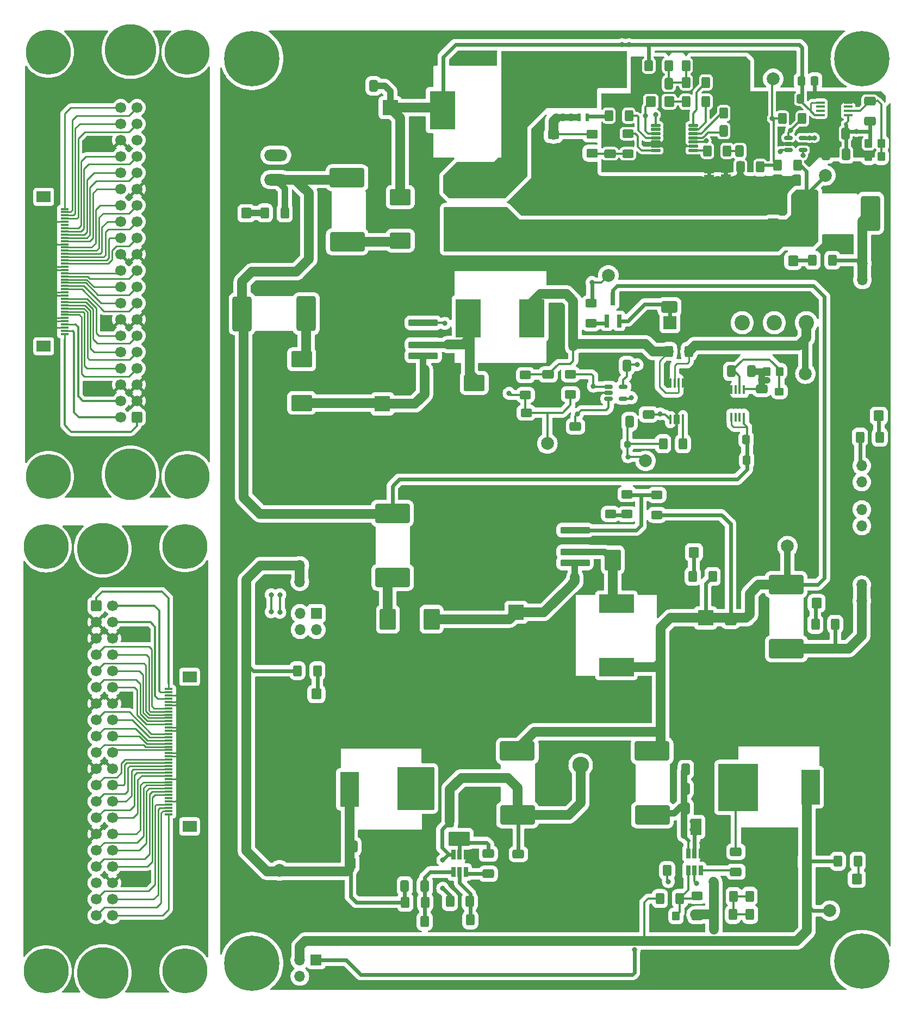
<source format=gbr>
%TF.GenerationSoftware,KiCad,Pcbnew,(7.0.0)*%
%TF.CreationDate,2024-10-30T08:51:02+03:30*%
%TF.ProjectId,tester supply,74657374-6572-4207-9375-70706c792e6b,rev?*%
%TF.SameCoordinates,Original*%
%TF.FileFunction,Copper,L1,Top*%
%TF.FilePolarity,Positive*%
%FSLAX46Y46*%
G04 Gerber Fmt 4.6, Leading zero omitted, Abs format (unit mm)*
G04 Created by KiCad (PCBNEW (7.0.0)) date 2024-10-30 08:51:02*
%MOMM*%
%LPD*%
G01*
G04 APERTURE LIST*
G04 Aperture macros list*
%AMRoundRect*
0 Rectangle with rounded corners*
0 $1 Rounding radius*
0 $2 $3 $4 $5 $6 $7 $8 $9 X,Y pos of 4 corners*
0 Add a 4 corners polygon primitive as box body*
4,1,4,$2,$3,$4,$5,$6,$7,$8,$9,$2,$3,0*
0 Add four circle primitives for the rounded corners*
1,1,$1+$1,$2,$3*
1,1,$1+$1,$4,$5*
1,1,$1+$1,$6,$7*
1,1,$1+$1,$8,$9*
0 Add four rect primitives between the rounded corners*
20,1,$1+$1,$2,$3,$4,$5,0*
20,1,$1+$1,$4,$5,$6,$7,0*
20,1,$1+$1,$6,$7,$8,$9,0*
20,1,$1+$1,$8,$9,$2,$3,0*%
%AMFreePoly0*
4,1,19,0.500000,-0.750000,0.000000,-0.750000,0.000000,-0.744911,-0.071157,-0.744911,-0.207708,-0.704816,-0.327430,-0.627875,-0.420627,-0.520320,-0.479746,-0.390866,-0.500000,-0.250000,-0.500000,0.250000,-0.479746,0.390866,-0.420627,0.520320,-0.327430,0.627875,-0.207708,0.704816,-0.071157,0.744911,0.000000,0.744911,0.000000,0.750000,0.500000,0.750000,0.500000,-0.750000,0.500000,-0.750000,
$1*%
%AMFreePoly1*
4,1,19,0.000000,0.744911,0.071157,0.744911,0.207708,0.704816,0.327430,0.627875,0.420627,0.520320,0.479746,0.390866,0.500000,0.250000,0.500000,-0.250000,0.479746,-0.390866,0.420627,-0.520320,0.327430,-0.627875,0.207708,-0.704816,0.071157,-0.744911,0.000000,-0.744911,0.000000,-0.750000,-0.500000,-0.750000,-0.500000,0.750000,0.000000,0.750000,0.000000,0.744911,0.000000,0.744911,
$1*%
G04 Aperture macros list end*
%TA.AperFunction,ComponentPad*%
%ADD10C,0.800000*%
%TD*%
%TA.AperFunction,ComponentPad*%
%ADD11C,7.000000*%
%TD*%
%TA.AperFunction,SMDPad,CuDef*%
%ADD12R,1.300000X0.300000*%
%TD*%
%TA.AperFunction,SMDPad,CuDef*%
%ADD13R,2.200000X1.800000*%
%TD*%
%TA.AperFunction,ComponentPad*%
%ADD14RoundRect,0.250000X-0.600000X-0.600000X0.600000X-0.600000X0.600000X0.600000X-0.600000X0.600000X0*%
%TD*%
%TA.AperFunction,ComponentPad*%
%ADD15C,1.700000*%
%TD*%
%TA.AperFunction,ComponentPad*%
%ADD16C,8.000000*%
%TD*%
%TA.AperFunction,ComponentPad*%
%ADD17RoundRect,0.250000X0.600000X0.600000X-0.600000X0.600000X-0.600000X-0.600000X0.600000X-0.600000X0*%
%TD*%
%TA.AperFunction,SMDPad,CuDef*%
%ADD18RoundRect,0.250000X0.625000X-0.400000X0.625000X0.400000X-0.625000X0.400000X-0.625000X-0.400000X0*%
%TD*%
%TA.AperFunction,SMDPad,CuDef*%
%ADD19RoundRect,0.250000X-1.400000X-1.000000X1.400000X-1.000000X1.400000X1.000000X-1.400000X1.000000X0*%
%TD*%
%TA.AperFunction,ComponentPad*%
%ADD20C,2.000000*%
%TD*%
%TA.AperFunction,SMDPad,CuDef*%
%ADD21RoundRect,0.250000X0.400000X0.625000X-0.400000X0.625000X-0.400000X-0.625000X0.400000X-0.625000X0*%
%TD*%
%TA.AperFunction,SMDPad,CuDef*%
%ADD22RoundRect,0.250000X1.000000X-1.400000X1.000000X1.400000X-1.000000X1.400000X-1.000000X-1.400000X0*%
%TD*%
%TA.AperFunction,ComponentPad*%
%ADD23R,1.700000X1.700000*%
%TD*%
%TA.AperFunction,ComponentPad*%
%ADD24O,1.700000X1.700000*%
%TD*%
%TA.AperFunction,SMDPad,CuDef*%
%ADD25RoundRect,0.250000X-0.350000X-0.450000X0.350000X-0.450000X0.350000X0.450000X-0.350000X0.450000X0*%
%TD*%
%TA.AperFunction,SMDPad,CuDef*%
%ADD26RoundRect,0.357000X2.368000X-1.143000X2.368000X1.143000X-2.368000X1.143000X-2.368000X-1.143000X0*%
%TD*%
%TA.AperFunction,ComponentPad*%
%ADD27C,0.900000*%
%TD*%
%TA.AperFunction,ComponentPad*%
%ADD28C,8.600000*%
%TD*%
%TA.AperFunction,SMDPad,CuDef*%
%ADD29RoundRect,0.100000X-0.100000X0.637500X-0.100000X-0.637500X0.100000X-0.637500X0.100000X0.637500X0*%
%TD*%
%TA.AperFunction,SMDPad,CuDef*%
%ADD30RoundRect,0.250000X0.550000X0.575000X-0.550000X0.575000X-0.550000X-0.575000X0.550000X-0.575000X0*%
%TD*%
%TA.AperFunction,SMDPad,CuDef*%
%ADD31RoundRect,0.250000X-0.550000X-0.575000X0.550000X-0.575000X0.550000X0.575000X-0.550000X0.575000X0*%
%TD*%
%TA.AperFunction,SMDPad,CuDef*%
%ADD32RoundRect,0.250000X-0.412500X-0.650000X0.412500X-0.650000X0.412500X0.650000X-0.412500X0.650000X0*%
%TD*%
%TA.AperFunction,SMDPad,CuDef*%
%ADD33R,0.700000X2.000000*%
%TD*%
%TA.AperFunction,SMDPad,CuDef*%
%ADD34RoundRect,0.250000X-0.400000X-0.625000X0.400000X-0.625000X0.400000X0.625000X-0.400000X0.625000X0*%
%TD*%
%TA.AperFunction,SMDPad,CuDef*%
%ADD35RoundRect,0.250000X-0.337500X-0.475000X0.337500X-0.475000X0.337500X0.475000X-0.337500X0.475000X0*%
%TD*%
%TA.AperFunction,SMDPad,CuDef*%
%ADD36RoundRect,0.150000X-0.512500X-0.150000X0.512500X-0.150000X0.512500X0.150000X-0.512500X0.150000X0*%
%TD*%
%TA.AperFunction,SMDPad,CuDef*%
%ADD37RoundRect,0.250000X0.412500X0.650000X-0.412500X0.650000X-0.412500X-0.650000X0.412500X-0.650000X0*%
%TD*%
%TA.AperFunction,SMDPad,CuDef*%
%ADD38RoundRect,0.250000X-0.650000X0.412500X-0.650000X-0.412500X0.650000X-0.412500X0.650000X0.412500X0*%
%TD*%
%TA.AperFunction,SMDPad,CuDef*%
%ADD39R,2.900000X5.400000*%
%TD*%
%TA.AperFunction,SMDPad,CuDef*%
%ADD40RoundRect,0.250000X-0.350000X0.850000X-0.350000X-0.850000X0.350000X-0.850000X0.350000X0.850000X0*%
%TD*%
%TA.AperFunction,SMDPad,CuDef*%
%ADD41RoundRect,0.250000X-1.125000X1.275000X-1.125000X-1.275000X1.125000X-1.275000X1.125000X1.275000X0*%
%TD*%
%TA.AperFunction,SMDPad,CuDef*%
%ADD42RoundRect,0.249997X-2.650003X2.950003X-2.650003X-2.950003X2.650003X-2.950003X2.650003X2.950003X0*%
%TD*%
%TA.AperFunction,SMDPad,CuDef*%
%ADD43RoundRect,0.250000X0.250000X0.250000X-0.250000X0.250000X-0.250000X-0.250000X0.250000X-0.250000X0*%
%TD*%
%TA.AperFunction,SMDPad,CuDef*%
%ADD44R,4.000000X6.000000*%
%TD*%
%TA.AperFunction,SMDPad,CuDef*%
%ADD45RoundRect,0.250000X-0.625000X0.400000X-0.625000X-0.400000X0.625000X-0.400000X0.625000X0.400000X0*%
%TD*%
%TA.AperFunction,SMDPad,CuDef*%
%ADD46RoundRect,0.250000X2.050000X0.300000X-2.050000X0.300000X-2.050000X-0.300000X2.050000X-0.300000X0*%
%TD*%
%TA.AperFunction,SMDPad,CuDef*%
%ADD47RoundRect,0.250000X2.025000X2.375000X-2.025000X2.375000X-2.025000X-2.375000X2.025000X-2.375000X0*%
%TD*%
%TA.AperFunction,SMDPad,CuDef*%
%ADD48RoundRect,0.250002X4.449998X5.149998X-4.449998X5.149998X-4.449998X-5.149998X4.449998X-5.149998X0*%
%TD*%
%TA.AperFunction,SMDPad,CuDef*%
%ADD49RoundRect,0.250001X0.624999X-0.462499X0.624999X0.462499X-0.624999X0.462499X-0.624999X-0.462499X0*%
%TD*%
%TA.AperFunction,ComponentPad*%
%ADD50R,2.600000X2.600000*%
%TD*%
%TA.AperFunction,ComponentPad*%
%ADD51O,2.600000X2.600000*%
%TD*%
%TA.AperFunction,SMDPad,CuDef*%
%ADD52RoundRect,0.250000X0.650000X-0.412500X0.650000X0.412500X-0.650000X0.412500X-0.650000X-0.412500X0*%
%TD*%
%TA.AperFunction,SMDPad,CuDef*%
%ADD53RoundRect,0.100000X0.612500X0.100000X-0.612500X0.100000X-0.612500X-0.100000X0.612500X-0.100000X0*%
%TD*%
%TA.AperFunction,ComponentPad*%
%ADD54C,0.500000*%
%TD*%
%TA.AperFunction,SMDPad,CuDef*%
%ADD55R,1.730000X1.850000*%
%TD*%
%TA.AperFunction,SMDPad,CuDef*%
%ADD56RoundRect,0.250000X-1.000000X-0.650000X1.000000X-0.650000X1.000000X0.650000X-1.000000X0.650000X0*%
%TD*%
%TA.AperFunction,SMDPad,CuDef*%
%ADD57RoundRect,0.250000X0.337500X0.475000X-0.337500X0.475000X-0.337500X-0.475000X0.337500X-0.475000X0*%
%TD*%
%TA.AperFunction,SMDPad,CuDef*%
%ADD58RoundRect,0.100000X-0.100000X0.612500X-0.100000X-0.612500X0.100000X-0.612500X0.100000X0.612500X0*%
%TD*%
%TA.AperFunction,SMDPad,CuDef*%
%ADD59R,1.850000X1.730000*%
%TD*%
%TA.AperFunction,ComponentPad*%
%ADD60RoundRect,0.250000X-1.550000X0.650000X-1.550000X-0.650000X1.550000X-0.650000X1.550000X0.650000X0*%
%TD*%
%TA.AperFunction,ComponentPad*%
%ADD61O,3.600000X1.800000*%
%TD*%
%TA.AperFunction,SMDPad,CuDef*%
%ADD62R,0.650000X1.560000*%
%TD*%
%TA.AperFunction,SMDPad,CuDef*%
%ADD63RoundRect,0.250000X0.350000X0.450000X-0.350000X0.450000X-0.350000X-0.450000X0.350000X-0.450000X0*%
%TD*%
%TA.AperFunction,SMDPad,CuDef*%
%ADD64RoundRect,0.250000X-1.000000X1.400000X-1.000000X-1.400000X1.000000X-1.400000X1.000000X1.400000X0*%
%TD*%
%TA.AperFunction,SMDPad,CuDef*%
%ADD65FreePoly0,270.000000*%
%TD*%
%TA.AperFunction,SMDPad,CuDef*%
%ADD66FreePoly1,270.000000*%
%TD*%
%TA.AperFunction,SMDPad,CuDef*%
%ADD67RoundRect,0.357000X1.143000X2.368000X-1.143000X2.368000X-1.143000X-2.368000X1.143000X-2.368000X0*%
%TD*%
%TA.AperFunction,SMDPad,CuDef*%
%ADD68RoundRect,0.250000X-0.450000X0.350000X-0.450000X-0.350000X0.450000X-0.350000X0.450000X0.350000X0*%
%TD*%
%TA.AperFunction,SMDPad,CuDef*%
%ADD69R,5.400000X2.900000*%
%TD*%
%TA.AperFunction,SMDPad,CuDef*%
%ADD70R,0.550000X1.300000*%
%TD*%
%TA.AperFunction,SMDPad,CuDef*%
%ADD71R,4.410000X4.550000*%
%TD*%
%TA.AperFunction,SMDPad,CuDef*%
%ADD72RoundRect,0.056250X-0.693750X-0.168750X0.693750X-0.168750X0.693750X0.168750X-0.693750X0.168750X0*%
%TD*%
%TA.AperFunction,ComponentPad*%
%ADD73C,0.400000*%
%TD*%
%TA.AperFunction,SMDPad,CuDef*%
%ADD74R,3.400000X5.000000*%
%TD*%
%TA.AperFunction,SMDPad,CuDef*%
%ADD75RoundRect,0.250000X1.400000X1.000000X-1.400000X1.000000X-1.400000X-1.000000X1.400000X-1.000000X0*%
%TD*%
%TA.AperFunction,ComponentPad*%
%ADD76R,1.200000X1.200000*%
%TD*%
%TA.AperFunction,ComponentPad*%
%ADD77C,1.200000*%
%TD*%
%TA.AperFunction,ComponentPad*%
%ADD78R,2.400000X2.400000*%
%TD*%
%TA.AperFunction,ComponentPad*%
%ADD79C,2.400000*%
%TD*%
%TA.AperFunction,ComponentPad*%
%ADD80R,2.000000X2.000000*%
%TD*%
%TA.AperFunction,ComponentPad*%
%ADD81R,1.600000X1.600000*%
%TD*%
%TA.AperFunction,ComponentPad*%
%ADD82C,1.600000*%
%TD*%
%TA.AperFunction,ViaPad*%
%ADD83C,0.800000*%
%TD*%
%TA.AperFunction,Conductor*%
%ADD84C,0.350000*%
%TD*%
%TA.AperFunction,Conductor*%
%ADD85C,0.254000*%
%TD*%
%TA.AperFunction,Conductor*%
%ADD86C,0.250000*%
%TD*%
%TA.AperFunction,Conductor*%
%ADD87C,0.600000*%
%TD*%
%TA.AperFunction,Conductor*%
%ADD88C,1.500000*%
%TD*%
%TA.AperFunction,Conductor*%
%ADD89C,1.000000*%
%TD*%
%TA.AperFunction,Conductor*%
%ADD90C,0.500000*%
%TD*%
G04 APERTURE END LIST*
%TO.C,JP1*%
G36*
X233900000Y-47730000D02*
G01*
X233300000Y-47730000D01*
X233300000Y-47230000D01*
X233900000Y-47230000D01*
X233900000Y-47730000D01*
G37*
%TO.C,JP2*%
G36*
X236500000Y-47680000D02*
G01*
X235900000Y-47680000D01*
X235900000Y-47180000D01*
X236500000Y-47180000D01*
X236500000Y-47680000D01*
G37*
%TD*%
D10*
%TO.P,H2,1*%
%TO.N,N/C*%
X151965000Y-174295000D03*
X150108845Y-173526155D03*
X153821155Y-173526155D03*
X149340000Y-171670000D03*
D11*
X151965000Y-171670000D03*
D10*
X154590000Y-171670000D03*
X150108845Y-169813845D03*
X153821155Y-169813845D03*
X151965000Y-169045000D03*
%TD*%
%TO.P,H1,1*%
%TO.N,N/C*%
X130340000Y-174300000D03*
X128483845Y-173531155D03*
X132196155Y-173531155D03*
X127715000Y-171675000D03*
D11*
X130340000Y-171675000D03*
D10*
X132965000Y-171675000D03*
X128483845Y-169818845D03*
X132196155Y-169818845D03*
X130340000Y-169050000D03*
%TD*%
%TO.P,H3,1*%
%TO.N,N/C*%
X130340000Y-108180000D03*
X128483845Y-107411155D03*
X132196155Y-107411155D03*
X127715000Y-105555000D03*
D11*
X130340000Y-105555000D03*
D10*
X132965000Y-105555000D03*
X128483845Y-103698845D03*
X132196155Y-103698845D03*
X130340000Y-102930000D03*
%TD*%
D12*
%TO.P,J2,1,Pin_1*%
%TO.N,/LED-*%
X149439999Y-127739999D03*
%TO.P,J2,2,Pin_2*%
%TO.N,LED+*%
X149439999Y-128239999D03*
%TO.P,J2,3,Pin_3*%
%TO.N,GND*%
X149439999Y-128739999D03*
%TO.P,J2,4,Pin_4*%
%TO.N,N/C*%
X149439999Y-129239999D03*
%TO.P,J2,5,Pin_5*%
%TO.N,GND*%
X149439999Y-129739999D03*
%TO.P,J2,6,Pin_6*%
X149439999Y-130239999D03*
%TO.P,J2,7,Pin_7*%
%TO.N,N/C*%
X149439999Y-130739999D03*
%TO.P,J2,8,Pin_8*%
X149439999Y-131239999D03*
%TO.P,J2,9,Pin_9*%
X149439999Y-131739999D03*
%TO.P,J2,10,Pin_10*%
X149439999Y-132239999D03*
%TO.P,J2,11,Pin_11*%
X149439999Y-132739999D03*
%TO.P,J2,12,Pin_12*%
X149439999Y-133239999D03*
%TO.P,J2,13,Pin_13*%
%TO.N,GND*%
X149439999Y-133739999D03*
%TO.P,J2,14,Pin_14*%
X149439999Y-134239999D03*
%TO.P,J2,15,Pin_15*%
%TO.N,N/C*%
X149439999Y-134739999D03*
%TO.P,J2,16,Pin_16*%
X149439999Y-135239999D03*
%TO.P,J2,17,Pin_17*%
X149439999Y-135739999D03*
%TO.P,J2,18,Pin_18*%
X149439999Y-136239999D03*
%TO.P,J2,19,Pin_19*%
X149439999Y-136739999D03*
%TO.P,J2,20,Pin_20*%
X149439999Y-137239999D03*
%TO.P,J2,21,Pin_21*%
%TO.N,GND*%
X149439999Y-137739999D03*
%TO.P,J2,22,Pin_22*%
X149439999Y-138239999D03*
%TO.P,J2,23,Pin_23*%
%TO.N,N/C*%
X149439999Y-138739999D03*
%TO.P,J2,24,Pin_24*%
X149439999Y-139239999D03*
%TO.P,J2,25,Pin_25*%
X149439999Y-139739999D03*
%TO.P,J2,26,Pin_26*%
X149439999Y-140239999D03*
%TO.P,J2,27,Pin_27*%
X149439999Y-140739999D03*
%TO.P,J2,28,Pin_28*%
X149439999Y-141239999D03*
%TO.P,J2,29,Pin_29*%
%TO.N,GND*%
X149439999Y-141739999D03*
%TO.P,J2,30,Pin_30*%
%TO.N,N/C*%
X149439999Y-142239999D03*
%TO.P,J2,31,Pin_31*%
%TO.N,LCD_BACK_LIGHT*%
X149439999Y-142739999D03*
%TO.P,J2,32,Pin_32*%
%TO.N,N/C*%
X149439999Y-143239999D03*
%TO.P,J2,33,Pin_33*%
X149439999Y-143739999D03*
%TO.P,J2,34,Pin_34*%
X149439999Y-144239999D03*
%TO.P,J2,35,Pin_35*%
X149439999Y-144739999D03*
%TO.P,J2,36,Pin_36*%
%TO.N,GND*%
X149439999Y-145239999D03*
%TO.P,J2,37,Pin_37*%
%TO.N,N/C*%
X149439999Y-145739999D03*
%TO.P,J2,38,Pin_38*%
X149439999Y-146239999D03*
%TO.P,J2,39,Pin_39*%
X149439999Y-146739999D03*
%TO.P,J2,40,Pin_40*%
X149439999Y-147239999D03*
D13*
%TO.P,J2,MP*%
X152689999Y-149139999D03*
X152689999Y-125839999D03*
%TD*%
D10*
%TO.P,H4,1*%
%TO.N,N/C*%
X151965000Y-108155000D03*
X150108845Y-107386155D03*
X153821155Y-107386155D03*
X149340000Y-105530000D03*
D11*
X151965000Y-105530000D03*
D10*
X154590000Y-105530000D03*
X150108845Y-103673845D03*
X153821155Y-103673845D03*
X151965000Y-102905000D03*
%TD*%
D14*
%TO.P,J1,1,Pin_1*%
%TO.N,/LED-*%
X138140000Y-114790000D03*
D15*
%TO.P,J1,2,Pin_2*%
%TO.N,LED+*%
X140680000Y-114790000D03*
%TO.P,J1,3,Pin_3*%
%TO.N,GND*%
X138140000Y-117330000D03*
%TO.P,J1,4,Pin_4*%
%TO.N,N/C*%
X140680000Y-117330000D03*
%TO.P,J1,5,Pin_5*%
%TO.N,GND*%
X138140000Y-119870000D03*
%TO.P,J1,6,Pin_6*%
X140680000Y-119870000D03*
%TO.P,J1,7,Pin_7*%
%TO.N,N/C*%
X138140000Y-122410000D03*
%TO.P,J1,8,Pin_8*%
X140680000Y-122410000D03*
%TO.P,J1,9,Pin_9*%
X138140000Y-124950000D03*
%TO.P,J1,10,Pin_10*%
X140680000Y-124950000D03*
%TO.P,J1,11,Pin_11*%
X138140000Y-127490000D03*
%TO.P,J1,12,Pin_12*%
X140680000Y-127490000D03*
%TO.P,J1,13,Pin_13*%
%TO.N,GND*%
X138140000Y-130030000D03*
%TO.P,J1,14,Pin_14*%
X140680000Y-130030000D03*
%TO.P,J1,15,Pin_15*%
%TO.N,N/C*%
X138140000Y-132570000D03*
%TO.P,J1,16,Pin_16*%
X140680000Y-132570000D03*
%TO.P,J1,17,Pin_17*%
X138140000Y-135110000D03*
%TO.P,J1,18,Pin_18*%
X140680000Y-135110000D03*
%TO.P,J1,19,Pin_19*%
X138140000Y-137650000D03*
%TO.P,J1,20,Pin_20*%
X140680000Y-137650000D03*
%TO.P,J1,21,Pin_21*%
%TO.N,GND*%
X138140000Y-140190000D03*
%TO.P,J1,22,Pin_22*%
X140680000Y-140190000D03*
%TO.P,J1,23,Pin_23*%
%TO.N,N/C*%
X138140000Y-142730000D03*
%TO.P,J1,24,Pin_24*%
X140680000Y-142730000D03*
%TO.P,J1,25,Pin_25*%
X138140000Y-145270000D03*
%TO.P,J1,26,Pin_26*%
X140680000Y-145270000D03*
%TO.P,J1,27,Pin_27*%
X138140000Y-147810000D03*
%TO.P,J1,28,Pin_28*%
X140680000Y-147810000D03*
%TO.P,J1,29,Pin_29*%
%TO.N,GND*%
X138140000Y-150350000D03*
%TO.P,J1,30,Pin_30*%
%TO.N,N/C*%
X140680000Y-150350000D03*
%TO.P,J1,31,Pin_31*%
%TO.N,LCD_BACK_LIGHT*%
X138140000Y-152890000D03*
%TO.P,J1,32,Pin_32*%
%TO.N,N/C*%
X140680000Y-152890000D03*
%TO.P,J1,33,Pin_33*%
X138140000Y-155430000D03*
%TO.P,J1,34,Pin_34*%
X140680000Y-155430000D03*
%TO.P,J1,35,Pin_35*%
X138140000Y-157970000D03*
%TO.P,J1,36,Pin_36*%
%TO.N,GND*%
X140680000Y-157970000D03*
%TO.P,J1,37,Pin_37*%
%TO.N,N/C*%
X138140000Y-160510000D03*
%TO.P,J1,38,Pin_38*%
X140680000Y-160510000D03*
%TO.P,J1,39,Pin_39*%
X138140000Y-163050000D03*
%TO.P,J1,40,Pin_40*%
X140680000Y-163050000D03*
D16*
%TO.P,J1,MP*%
X139160000Y-105850000D03*
X139160000Y-171990000D03*
%TD*%
D10*
%TO.P,H2,1*%
%TO.N,N/C*%
X130695000Y-25865000D03*
X132551155Y-26633845D03*
X128838845Y-26633845D03*
X133320000Y-28490000D03*
D11*
X130695000Y-28490000D03*
D10*
X128070000Y-28490000D03*
X132551155Y-30346155D03*
X128838845Y-30346155D03*
X130695000Y-31115000D03*
%TD*%
%TO.P,H1,1*%
%TO.N,N/C*%
X152320000Y-25860000D03*
X154176155Y-26628845D03*
X150463845Y-26628845D03*
X154945000Y-28485000D03*
D11*
X152320000Y-28485000D03*
D10*
X149695000Y-28485000D03*
X154176155Y-30341155D03*
X150463845Y-30341155D03*
X152320000Y-31110000D03*
%TD*%
%TO.P,H3,1*%
%TO.N,N/C*%
X152320000Y-91980000D03*
X154176155Y-92748845D03*
X150463845Y-92748845D03*
X154945000Y-94605000D03*
D11*
X152320000Y-94605000D03*
D10*
X149695000Y-94605000D03*
X154176155Y-96461155D03*
X150463845Y-96461155D03*
X152320000Y-97230000D03*
%TD*%
D12*
%TO.P,J2,1,Pin_1*%
%TO.N,/LED-*%
X133219999Y-72419999D03*
%TO.P,J2,2,Pin_2*%
%TO.N,LED+*%
X133219999Y-71919999D03*
%TO.P,J2,3,Pin_3*%
%TO.N,GND*%
X133219999Y-71419999D03*
%TO.P,J2,4,Pin_4*%
%TO.N,N/C*%
X133219999Y-70919999D03*
%TO.P,J2,5,Pin_5*%
%TO.N,GND*%
X133219999Y-70419999D03*
%TO.P,J2,6,Pin_6*%
X133219999Y-69919999D03*
%TO.P,J2,7,Pin_7*%
%TO.N,N/C*%
X133219999Y-69419999D03*
%TO.P,J2,8,Pin_8*%
X133219999Y-68919999D03*
%TO.P,J2,9,Pin_9*%
X133219999Y-68419999D03*
%TO.P,J2,10,Pin_10*%
X133219999Y-67919999D03*
%TO.P,J2,11,Pin_11*%
X133219999Y-67419999D03*
%TO.P,J2,12,Pin_12*%
X133219999Y-66919999D03*
%TO.P,J2,13,Pin_13*%
%TO.N,GND*%
X133219999Y-66419999D03*
%TO.P,J2,14,Pin_14*%
X133219999Y-65919999D03*
%TO.P,J2,15,Pin_15*%
%TO.N,N/C*%
X133219999Y-65419999D03*
%TO.P,J2,16,Pin_16*%
X133219999Y-64919999D03*
%TO.P,J2,17,Pin_17*%
X133219999Y-64419999D03*
%TO.P,J2,18,Pin_18*%
X133219999Y-63919999D03*
%TO.P,J2,19,Pin_19*%
X133219999Y-63419999D03*
%TO.P,J2,20,Pin_20*%
X133219999Y-62919999D03*
%TO.P,J2,21,Pin_21*%
%TO.N,GND*%
X133219999Y-62419999D03*
%TO.P,J2,22,Pin_22*%
X133219999Y-61919999D03*
%TO.P,J2,23,Pin_23*%
%TO.N,N/C*%
X133219999Y-61419999D03*
%TO.P,J2,24,Pin_24*%
X133219999Y-60919999D03*
%TO.P,J2,25,Pin_25*%
X133219999Y-60419999D03*
%TO.P,J2,26,Pin_26*%
X133219999Y-59919999D03*
%TO.P,J2,27,Pin_27*%
X133219999Y-59419999D03*
%TO.P,J2,28,Pin_28*%
X133219999Y-58919999D03*
%TO.P,J2,29,Pin_29*%
%TO.N,GND*%
X133219999Y-58419999D03*
%TO.P,J2,30,Pin_30*%
%TO.N,N/C*%
X133219999Y-57919999D03*
%TO.P,J2,31,Pin_31*%
%TO.N,LCD_BACK_LIGHT*%
X133219999Y-57419999D03*
%TO.P,J2,32,Pin_32*%
%TO.N,N/C*%
X133219999Y-56919999D03*
%TO.P,J2,33,Pin_33*%
X133219999Y-56419999D03*
%TO.P,J2,34,Pin_34*%
X133219999Y-55919999D03*
%TO.P,J2,35,Pin_35*%
X133219999Y-55419999D03*
%TO.P,J2,36,Pin_36*%
%TO.N,GND*%
X133219999Y-54919999D03*
%TO.P,J2,37,Pin_37*%
%TO.N,N/C*%
X133219999Y-54419999D03*
%TO.P,J2,38,Pin_38*%
X133219999Y-53919999D03*
%TO.P,J2,39,Pin_39*%
X133219999Y-53419999D03*
%TO.P,J2,40,Pin_40*%
X133219999Y-52919999D03*
D13*
%TO.P,J2,MP*%
X129969999Y-51019999D03*
X129969999Y-74319999D03*
%TD*%
D10*
%TO.P,H4,1*%
%TO.N,N/C*%
X130695000Y-92005000D03*
X132551155Y-92773845D03*
X128838845Y-92773845D03*
X133320000Y-94630000D03*
D11*
X130695000Y-94630000D03*
D10*
X128070000Y-94630000D03*
X132551155Y-96486155D03*
X128838845Y-96486155D03*
X130695000Y-97255000D03*
%TD*%
D17*
%TO.P,J1,1,Pin_1*%
%TO.N,/LED-*%
X144520000Y-85370000D03*
D15*
%TO.P,J1,2,Pin_2*%
%TO.N,LED+*%
X141980000Y-85370000D03*
%TO.P,J1,3,Pin_3*%
%TO.N,GND*%
X144520000Y-82830000D03*
%TO.P,J1,4,Pin_4*%
%TO.N,N/C*%
X141980000Y-82830000D03*
%TO.P,J1,5,Pin_5*%
%TO.N,GND*%
X144520000Y-80290000D03*
%TO.P,J1,6,Pin_6*%
X141980000Y-80290000D03*
%TO.P,J1,7,Pin_7*%
%TO.N,N/C*%
X144520000Y-77750000D03*
%TO.P,J1,8,Pin_8*%
X141980000Y-77750000D03*
%TO.P,J1,9,Pin_9*%
X144520000Y-75210000D03*
%TO.P,J1,10,Pin_10*%
X141980000Y-75210000D03*
%TO.P,J1,11,Pin_11*%
X144520000Y-72670000D03*
%TO.P,J1,12,Pin_12*%
X141980000Y-72670000D03*
%TO.P,J1,13,Pin_13*%
%TO.N,GND*%
X144520000Y-70130000D03*
%TO.P,J1,14,Pin_14*%
X141980000Y-70130000D03*
%TO.P,J1,15,Pin_15*%
%TO.N,N/C*%
X144520000Y-67590000D03*
%TO.P,J1,16,Pin_16*%
X141980000Y-67590000D03*
%TO.P,J1,17,Pin_17*%
X144520000Y-65050000D03*
%TO.P,J1,18,Pin_18*%
X141980000Y-65050000D03*
%TO.P,J1,19,Pin_19*%
X144520000Y-62510000D03*
%TO.P,J1,20,Pin_20*%
X141980000Y-62510000D03*
%TO.P,J1,21,Pin_21*%
%TO.N,GND*%
X144520000Y-59970000D03*
%TO.P,J1,22,Pin_22*%
X141980000Y-59970000D03*
%TO.P,J1,23,Pin_23*%
%TO.N,N/C*%
X144520000Y-57430000D03*
%TO.P,J1,24,Pin_24*%
X141980000Y-57430000D03*
%TO.P,J1,25,Pin_25*%
X144520000Y-54890000D03*
%TO.P,J1,26,Pin_26*%
X141980000Y-54890000D03*
%TO.P,J1,27,Pin_27*%
X144520000Y-52350000D03*
%TO.P,J1,28,Pin_28*%
X141980000Y-52350000D03*
%TO.P,J1,29,Pin_29*%
%TO.N,GND*%
X144520000Y-49810000D03*
%TO.P,J1,30,Pin_30*%
%TO.N,N/C*%
X141980000Y-49810000D03*
%TO.P,J1,31,Pin_31*%
%TO.N,LCD_BACK_LIGHT*%
X144520000Y-47270000D03*
%TO.P,J1,32,Pin_32*%
%TO.N,N/C*%
X141980000Y-47270000D03*
%TO.P,J1,33,Pin_33*%
X144520000Y-44730000D03*
%TO.P,J1,34,Pin_34*%
X141980000Y-44730000D03*
%TO.P,J1,35,Pin_35*%
X144520000Y-42190000D03*
%TO.P,J1,36,Pin_36*%
%TO.N,GND*%
X141980000Y-42190000D03*
%TO.P,J1,37,Pin_37*%
%TO.N,N/C*%
X144520000Y-39650000D03*
%TO.P,J1,38,Pin_38*%
X141980000Y-39650000D03*
%TO.P,J1,39,Pin_39*%
X144520000Y-37110000D03*
%TO.P,J1,40,Pin_40*%
X141980000Y-37110000D03*
D16*
%TO.P,J1,MP*%
X143500000Y-94310000D03*
X143500000Y-28170000D03*
%TD*%
D18*
%TO.P,R14,1*%
%TO.N,Net-(R13-Pad2)*%
X218220000Y-100460000D03*
%TO.P,R14,2*%
%TO.N,GND*%
X218220000Y-97360000D03*
%TD*%
D19*
%TO.P,D15,1,K*%
%TO.N,/Vin*%
X185510000Y-51070000D03*
%TO.P,D15,2,A*%
%TO.N,Net-(D15-A)*%
X185510000Y-57870000D03*
%TD*%
D20*
%TO.P,TP10,1,1*%
%TO.N,GND*%
X166800000Y-148580000D03*
%TD*%
D21*
%TO.P,R7,1*%
%TO.N,Net-(U1-PGOOD)*%
X233100000Y-36197500D03*
%TO.P,R7,2*%
%TO.N,Net-(D4-K)*%
X230000000Y-36197500D03*
%TD*%
D22*
%TO.P,D6,1,K*%
%TO.N,Net-(D6-K)*%
X218600000Y-107610000D03*
%TO.P,D6,2,A*%
%TO.N,GND*%
X225400000Y-107610000D03*
%TD*%
D23*
%TO.P,J16,1,Pin_1*%
%TO.N,GND*%
X259914999Y-99764999D03*
D24*
%TO.P,J16,2,Pin_2*%
%TO.N,24vSupply *%
X257374999Y-99764999D03*
%TO.P,J16,3,Pin_3*%
%TO.N,GND*%
X259914999Y-102304999D03*
%TO.P,J16,4,Pin_4*%
%TO.N,24vSupply *%
X257374999Y-102304999D03*
%TD*%
D25*
%TO.P,R45,1*%
%TO.N,/+5Vp*%
X242550000Y-78230000D03*
%TO.P,R45,2*%
%TO.N,Net-(U8-FB)*%
X244550000Y-78230000D03*
%TD*%
D26*
%TO.P,J5,1,1*%
%TO.N,Net-(J2-Pin_2)*%
X245640000Y-121435000D03*
%TO.P,J5,2,2*%
%TO.N,+24V*%
X245590000Y-111460000D03*
%TD*%
D27*
%TO.P,H3,1*%
%TO.N,N/C*%
X159175000Y-170480000D03*
X160119581Y-168199581D03*
X160119581Y-172760419D03*
X162400000Y-167255000D03*
D28*
X162400000Y-170480000D03*
D27*
X162400000Y-173705000D03*
X164680419Y-168199581D03*
X164680419Y-172760419D03*
X165625000Y-170480000D03*
%TD*%
D29*
%TO.P,U6,1,GND*%
%TO.N,GND*%
X229505000Y-80027500D03*
%TO.P,U6,2,+*%
%TO.N,Net-(U6-+)*%
X228855000Y-80027500D03*
%TO.P,U6,3,-*%
%TO.N,Net-(U6--)*%
X228205000Y-80027500D03*
%TO.P,U6,4,GND*%
%TO.N,GND*%
X227555000Y-80027500D03*
%TO.P,U6,5,V+*%
%TO.N,/+5Vp*%
X227555000Y-85752500D03*
%TO.P,U6,6,REF2*%
%TO.N,GND*%
X228205000Y-85752500D03*
%TO.P,U6,7,REF1*%
X228855000Y-85752500D03*
%TO.P,U6,8*%
%TO.N,Net-(R39-Pad1)*%
X229505000Y-85752500D03*
%TD*%
D30*
%TO.P,D4,1,K*%
%TO.N,Net-(D4-K)*%
X227375000Y-36197500D03*
%TO.P,D4,2,A*%
%TO.N,/Vcc*%
X224525000Y-36197500D03*
%TD*%
D31*
%TO.P,D8,1,K*%
%TO.N,GND*%
X169595000Y-128500000D03*
%TO.P,D8,2,A*%
%TO.N,Net-(D8-A)*%
X172445000Y-128500000D03*
%TD*%
D32*
%TO.P,C18,1*%
%TO.N,GND1*%
X251807500Y-44380000D03*
%TO.P,C18,2*%
%TO.N,/+5Vpp*%
X254932500Y-44380000D03*
%TD*%
D27*
%TO.P,H1,1*%
%TO.N,N/C*%
X254175000Y-29480000D03*
X255119581Y-27199581D03*
X255119581Y-31760419D03*
X257400000Y-26255000D03*
D28*
X257400000Y-29480000D03*
D27*
X257400000Y-32705000D03*
X259680419Y-27199581D03*
X259680419Y-31760419D03*
X260625000Y-29480000D03*
%TD*%
D33*
%TO.P,Q2,1,B*%
%TO.N,Net-(Q2-B)*%
X217679999Y-70359999D03*
%TO.P,Q2,2,E*%
%TO.N,Net-(D14-K)*%
X219579999Y-70359999D03*
%TO.P,Q2,3,C*%
%TO.N,+24V*%
X218629999Y-66959999D03*
%TD*%
D34*
%TO.P,R2,1*%
%TO.N,Net-(C1-Pad1)*%
X230000000Y-30597500D03*
%TO.P,R2,2*%
%TO.N,GND1*%
X233100000Y-30597500D03*
%TD*%
D35*
%TO.P,C38,1*%
%TO.N,/Vin*%
X247962500Y-32980000D03*
%TO.P,C38,2*%
%TO.N,GND1*%
X250037500Y-32980000D03*
%TD*%
D31*
%TO.P,D11,1,K*%
%TO.N,GND*%
X257155000Y-85170000D03*
%TO.P,D11,2,A*%
%TO.N,Net-(D11-A)*%
X260005000Y-85170000D03*
%TD*%
D32*
%TO.P,C36,1*%
%TO.N,+5V*%
X186200000Y-158420000D03*
%TO.P,C36,2*%
%TO.N,Net-(U7-FB)*%
X189325000Y-158420000D03*
%TD*%
D36*
%TO.P,U5,1*%
%TO.N,Net-(U5--)*%
X245930000Y-41830000D03*
%TO.P,U5,2,V-*%
%TO.N,GND1*%
X245930000Y-42780000D03*
%TO.P,U5,3,+*%
%TO.N,72vControl*%
X245930000Y-43730000D03*
%TO.P,U5,4,-*%
%TO.N,Net-(U5--)*%
X248205000Y-43730000D03*
%TO.P,U5,5,V+*%
%TO.N,/+5Vpp*%
X248205000Y-41830000D03*
%TD*%
D37*
%TO.P,C49,1*%
%TO.N,/+5Vp*%
X240202500Y-78220000D03*
%TO.P,C49,2*%
%TO.N,Net-(U8-FB)*%
X237077500Y-78220000D03*
%TD*%
D38*
%TO.P,C48,1*%
%TO.N,/+5Vp*%
X241770000Y-80957500D03*
%TO.P,C48,2*%
%TO.N,GND*%
X241770000Y-84082500D03*
%TD*%
D39*
%TO.P,L5,1,1*%
%TO.N,Net-(U11-SW)*%
X239519999Y-143029999D03*
%TO.P,L5,2,2*%
%TO.N,LED+*%
X249419999Y-143029999D03*
%TD*%
D19*
%TO.P,D5,1,K*%
%TO.N,Net-(D5-K)*%
X197030000Y-80032500D03*
%TO.P,D5,2,A*%
%TO.N,GND*%
X197030000Y-86832500D03*
%TD*%
D32*
%TO.P,C23,1*%
%TO.N,+5V*%
X178177500Y-152260000D03*
%TO.P,C23,2*%
%TO.N,GND*%
X181302500Y-152260000D03*
%TD*%
D21*
%TO.P,R32,1*%
%TO.N,Net-(U7-FB)*%
X189312500Y-163940000D03*
%TO.P,R32,2*%
%TO.N,GND*%
X186212500Y-163940000D03*
%TD*%
D20*
%TO.P,TP4,1,1*%
%TO.N,Net-(D9-A)*%
X251700000Y-47680000D03*
%TD*%
D40*
%TO.P,D9,1,K*%
%TO.N,Net-(Q1-D)*%
X198230000Y-49547500D03*
D41*
%TO.P,D9,2,A*%
%TO.N,Net-(D9-A)*%
X197475000Y-54172500D03*
X194425000Y-54172500D03*
D42*
X195950000Y-55847500D03*
D41*
X197475000Y-57522500D03*
X194425000Y-57522500D03*
D40*
%TO.P,D9,3,K*%
%TO.N,Net-(Q1-D)*%
X193670000Y-49547500D03*
%TD*%
D43*
%TO.P,D16,1,A1*%
%TO.N,24vCurrent*%
X220860000Y-89610000D03*
%TO.P,D16,2,A2*%
%TO.N,GND*%
X218360000Y-89610000D03*
%TD*%
D27*
%TO.P,H2,1*%
%TO.N,N/C*%
X254135000Y-170175000D03*
X255079581Y-167894581D03*
X255079581Y-172455419D03*
X257360000Y-166950000D03*
D28*
X257360000Y-170175000D03*
D27*
X257360000Y-173400000D03*
X259640419Y-167894581D03*
X259640419Y-172455419D03*
X260585000Y-170175000D03*
%TD*%
D44*
%TO.P,L3,1,1*%
%TO.N,/Vin*%
X192059999Y-37529999D03*
%TO.P,L3,2,2*%
%TO.N,Net-(Q1-D)*%
X203159999Y-37529999D03*
%TD*%
D45*
%TO.P,R36,1*%
%TO.N,Net-(U11-FB)*%
X231730000Y-159990000D03*
%TO.P,R36,2*%
%TO.N,/LED-*%
X231730000Y-163090000D03*
%TD*%
D23*
%TO.P,J20,1,Pin_1*%
%TO.N,GND*%
X172399999Y-108479999D03*
D24*
%TO.P,J20,2,Pin_2*%
%TO.N,+5V*%
X169859999Y-108479999D03*
%TO.P,J20,3,Pin_3*%
%TO.N,GND*%
X172399999Y-111019999D03*
%TO.P,J20,4,Pin_4*%
%TO.N,+5V*%
X169859999Y-111019999D03*
%TD*%
D46*
%TO.P,U3,1,VIN*%
%TO.N,Net-(D2-K)*%
X189065000Y-75782246D03*
%TO.P,U3,2,OUT*%
%TO.N,Net-(D5-K)*%
X189065000Y-74082246D03*
%TO.P,U3,3,GND*%
%TO.N,GND*%
X189065000Y-72382246D03*
D47*
X182340000Y-75157246D03*
X182340000Y-69607246D03*
D48*
X179915000Y-72382246D03*
D47*
X177490000Y-75157246D03*
X177490000Y-69607246D03*
D46*
%TO.P,U3,4,FB*%
%TO.N,Net-(U3-FB)*%
X189065000Y-70682246D03*
%TO.P,U3,5,ON/OFF*%
%TO.N,GND*%
X189065000Y-68982246D03*
%TD*%
D21*
%TO.P,R26,1*%
%TO.N,+72*%
X252800000Y-60910000D03*
%TO.P,R26,2*%
%TO.N,Net-(D13-A)*%
X249700000Y-60910000D03*
%TD*%
D34*
%TO.P,R6,1*%
%TO.N,Net-(U1-COMP)*%
X233300000Y-43880000D03*
%TO.P,R6,2*%
%TO.N,Net-(C9-Pad1)*%
X236400000Y-43880000D03*
%TD*%
D49*
%TO.P,R11,1*%
%TO.N,Net-(C14-Pad1)*%
X215350000Y-44235000D03*
%TO.P,R11,2*%
%TO.N,Net-(Q1-S-Pad1)*%
X215350000Y-41260000D03*
%TD*%
D21*
%TO.P,R40,1*%
%TO.N,GND*%
X242990000Y-160040000D03*
%TO.P,R40,2*%
%TO.N,Net-(R37-Pad1)*%
X239890000Y-160040000D03*
%TD*%
D23*
%TO.P,J19,1,Pin_1*%
%TO.N,LCD_BACK_LIGHT*%
X172399999Y-169979999D03*
D24*
%TO.P,J19,2,Pin_2*%
%TO.N,LED+*%
X169859999Y-169979999D03*
%TO.P,J19,3,Pin_3*%
%TO.N,GND*%
X172399999Y-172519999D03*
%TO.P,J19,4,Pin_4*%
%TO.N,/LED-*%
X169859999Y-172519999D03*
%TD*%
D32*
%TO.P,C31,1*%
%TO.N,Net-(U11-VIN)*%
X229970000Y-140270000D03*
%TO.P,C31,2*%
%TO.N,GND*%
X233095000Y-140270000D03*
%TD*%
D21*
%TO.P,R41,1*%
%TO.N,Net-(R37-Pad1)*%
X237320000Y-162890000D03*
%TO.P,R41,2*%
%TO.N,/LED-*%
X234220000Y-162890000D03*
%TD*%
%TO.P,R33,1*%
%TO.N,LCD_BACK_LIGHT*%
X227050000Y-156030000D03*
%TO.P,R33,2*%
%TO.N,GND*%
X223950000Y-156030000D03*
%TD*%
D30*
%TO.P,D10,1,K*%
%TO.N,GND*%
X234065000Y-106430000D03*
%TO.P,D10,2,A*%
%TO.N,Net-(D10-A)*%
X231215000Y-106430000D03*
%TD*%
D37*
%TO.P,C42,1*%
%TO.N,/+5Vpp*%
X254832500Y-41200000D03*
%TO.P,C42,2*%
%TO.N,GND1*%
X251707500Y-41200000D03*
%TD*%
D32*
%TO.P,C10,1*%
%TO.N,GND*%
X217657500Y-77340000D03*
%TO.P,C10,2*%
%TO.N,/+5Vp*%
X220782500Y-77340000D03*
%TD*%
D50*
%TO.P,D17,1,A1*%
%TO.N,GND*%
X213589999Y-154829999D03*
D51*
%TO.P,D17,2,A2*%
%TO.N,Net-(D17-A2)*%
X213589999Y-139589999D03*
%TD*%
D38*
%TO.P,C17,1*%
%TO.N,Net-(D17-A2)*%
X203890000Y-153457500D03*
%TO.P,C17,2*%
%TO.N,GND*%
X203890000Y-156582500D03*
%TD*%
D20*
%TO.P,TP6,1,1*%
%TO.N,GND*%
X257000000Y-47780000D03*
%TD*%
D45*
%TO.P,R30,1*%
%TO.N,active_24vSupply*%
X215230000Y-67620000D03*
%TO.P,R30,2*%
%TO.N,Net-(Q2-B)*%
X215230000Y-70720000D03*
%TD*%
D31*
%TO.P,D12,1,K*%
%TO.N,GND*%
X158685000Y-53590000D03*
%TO.P,D12,2,A*%
%TO.N,Net-(D12-A)*%
X161535000Y-53590000D03*
%TD*%
D25*
%TO.P,R46,1*%
%TO.N,/+5Vpp*%
X258380000Y-42720000D03*
%TO.P,R46,2*%
%TO.N,Net-(U10-FB)*%
X260380000Y-42720000D03*
%TD*%
D36*
%TO.P,U4,1*%
%TO.N,Net-(U4--)*%
X217942500Y-80600000D03*
%TO.P,U4,2,V-*%
%TO.N,GND*%
X217942500Y-81550000D03*
%TO.P,U4,3,+*%
%TO.N,24vControl*%
X217942500Y-82500000D03*
%TO.P,U4,4,-*%
%TO.N,Net-(U4--)*%
X220217500Y-82500000D03*
%TO.P,U4,5,V+*%
%TO.N,/+5Vp*%
X220217500Y-80600000D03*
%TD*%
D45*
%TO.P,R13,1*%
%TO.N,Net-(U2-FB)*%
X220820000Y-97380000D03*
%TO.P,R13,2*%
%TO.N,Net-(R13-Pad2)*%
X220820000Y-100480000D03*
%TD*%
D20*
%TO.P,TP13,1,1*%
%TO.N,Net-(U3-FB)*%
X208400000Y-89480000D03*
%TD*%
%TO.P,TP12,1,1*%
%TO.N,24vCurrent*%
X223700000Y-92180000D03*
%TD*%
%TO.P,TP9,1,1*%
%TO.N,GND*%
X258900000Y-162280000D03*
%TD*%
D38*
%TO.P,C47,1*%
%TO.N,+24V*%
X236920000Y-117125000D03*
%TO.P,C47,2*%
%TO.N,GND*%
X236920000Y-120250000D03*
%TD*%
D52*
%TO.P,C21,1*%
%TO.N,Net-(U7-BOOT)*%
X199220000Y-156522500D03*
%TO.P,C21,2*%
%TO.N,Net-(U7-SW)*%
X199220000Y-153397500D03*
%TD*%
D21*
%TO.P,R42,1*%
%TO.N,GND*%
X243060000Y-162860000D03*
%TO.P,R42,2*%
%TO.N,Net-(R37-Pad1)*%
X239960000Y-162860000D03*
%TD*%
%TO.P,R37,1*%
%TO.N,Net-(R37-Pad1)*%
X237410000Y-160070000D03*
%TO.P,R37,2*%
%TO.N,/LED-*%
X234310000Y-160070000D03*
%TD*%
%TO.P,R28,1*%
%TO.N,Net-(D9-A)*%
X247340000Y-46100000D03*
%TO.P,R28,2*%
%TO.N,/FeedBack*%
X244240000Y-46100000D03*
%TD*%
D20*
%TO.P,TP3,1,1*%
%TO.N,Net-(U6--)*%
X248600000Y-78580000D03*
%TD*%
D52*
%TO.P,C14,1*%
%TO.N,Net-(C14-Pad1)*%
X218150000Y-44310000D03*
%TO.P,C14,2*%
%TO.N,GND1*%
X218150000Y-41185000D03*
%TD*%
D20*
%TO.P,TP5,1,1*%
%TO.N,LED+*%
X252400000Y-162280000D03*
%TD*%
%TO.P,TP7,1,1*%
%TO.N,GND*%
X248600000Y-85980000D03*
%TD*%
D52*
%TO.P,C33,1*%
%TO.N,Net-(U11-BOOT)*%
X237760000Y-156212500D03*
%TO.P,C33,2*%
%TO.N,Net-(U11-SW)*%
X237760000Y-153087500D03*
%TD*%
D53*
%TO.P,U10,1,OUT*%
%TO.N,/+5Vpp*%
X255255000Y-38270000D03*
%TO.P,U10,2,FB*%
%TO.N,Net-(U10-FB)*%
X255255000Y-37620000D03*
%TO.P,U10,3,NC*%
%TO.N,unconnected-(U10-NC-Pad3)*%
X255255000Y-36970000D03*
%TO.P,U10,4,GND*%
%TO.N,GND1*%
X255255000Y-36320000D03*
%TO.P,U10,5,EN*%
%TO.N,/Vin*%
X250930000Y-36320000D03*
%TO.P,U10,6,NC*%
%TO.N,unconnected-(U10-NC-Pad6)*%
X250930000Y-36970000D03*
%TO.P,U10,7,NC*%
%TO.N,unconnected-(U10-NC-Pad7)*%
X250930000Y-37620000D03*
%TO.P,U10,8,IN*%
%TO.N,/Vin*%
X250930000Y-38270000D03*
D54*
%TO.P,U10,EPAD,EPAD*%
%TO.N,GND1*%
X253642500Y-37945000D03*
X253642500Y-36645000D03*
D55*
X253092499Y-37294999D03*
D54*
X252542500Y-37945000D03*
X252542500Y-36645000D03*
%TD*%
D26*
%TO.P,J4,1,1*%
%TO.N,Net-(D3-A)*%
X184310000Y-110337500D03*
%TO.P,J4,2,2*%
%TO.N,+48V*%
X184260000Y-100362500D03*
%TD*%
D34*
%TO.P,R18,1*%
%TO.N,Net-(D7-A)*%
X250140000Y-117650000D03*
%TO.P,R18,2*%
%TO.N,Net-(J2-Pin_2)*%
X253240000Y-117650000D03*
%TD*%
D56*
%TO.P,D14,1,K*%
%TO.N,Net-(D14-K)*%
X227422500Y-68190000D03*
%TO.P,D14,2,A*%
%TO.N,GND*%
X231422500Y-68190000D03*
%TD*%
D34*
%TO.P,R31,1*%
%TO.N,+5V*%
X186272500Y-160960000D03*
%TO.P,R31,2*%
%TO.N,Net-(U7-FB)*%
X189372500Y-160960000D03*
%TD*%
D45*
%TO.P,R16,1*%
%TO.N,Net-(U6-+)*%
X205000000Y-78810000D03*
%TO.P,R16,2*%
%TO.N,Net-(U3-FB)*%
X205000000Y-81910000D03*
%TD*%
D31*
%TO.P,D1,1,K*%
%TO.N,GND*%
X253750000Y-157320000D03*
%TO.P,D1,2,A*%
%TO.N,Net-(D1-A)*%
X256600000Y-157320000D03*
%TD*%
D34*
%TO.P,R24,1*%
%TO.N,Net-(D17-A2)*%
X193240000Y-160850000D03*
%TO.P,R24,2*%
%TO.N,Net-(U7-EN)*%
X196340000Y-160850000D03*
%TD*%
D26*
%TO.P,J12,1,1*%
%TO.N,Net-(U11-VIN)*%
X224760000Y-147377500D03*
%TO.P,J12,2,2*%
%TO.N,+24V*%
X224710000Y-137402500D03*
%TD*%
D18*
%TO.P,R9,1*%
%TO.N,Net-(U3-FB)*%
X212000000Y-81800000D03*
%TO.P,R9,2*%
%TO.N,Net-(U4--)*%
X212000000Y-78700000D03*
%TD*%
D52*
%TO.P,C30,1*%
%TO.N,Net-(D9-A)*%
X210220000Y-55315000D03*
%TO.P,C30,2*%
%TO.N,GND*%
X210220000Y-52190000D03*
%TD*%
D27*
%TO.P,H4,1*%
%TO.N,N/C*%
X159175000Y-29480000D03*
X160119581Y-27199581D03*
X160119581Y-31760419D03*
X162400000Y-26255000D03*
D28*
X162400000Y-29480000D03*
D27*
X162400000Y-32705000D03*
X164680419Y-27199581D03*
X164680419Y-31760419D03*
X165625000Y-29480000D03*
%TD*%
D38*
%TO.P,C20,1*%
%TO.N,Net-(U6-+)*%
X208510000Y-78727500D03*
%TO.P,C20,2*%
%TO.N,GND*%
X208510000Y-81852500D03*
%TD*%
D57*
%TO.P,C39,1*%
%TO.N,+48V*%
X239437500Y-92080000D03*
%TO.P,C39,2*%
%TO.N,GND*%
X237362500Y-92080000D03*
%TD*%
D58*
%TO.P,U8,1,OUT*%
%TO.N,/+5Vp*%
X239005000Y-81047500D03*
%TO.P,U8,2,FB*%
%TO.N,Net-(U8-FB)*%
X238355000Y-81047500D03*
%TO.P,U8,3,NC*%
%TO.N,unconnected-(U8-NC-Pad3)*%
X237705000Y-81047500D03*
%TO.P,U8,4,GND*%
%TO.N,GND*%
X237055000Y-81047500D03*
%TO.P,U8,5,EN*%
%TO.N,+48V*%
X237055000Y-85372500D03*
%TO.P,U8,6,NC*%
%TO.N,unconnected-(U8-NC-Pad6)*%
X237705000Y-85372500D03*
%TO.P,U8,7,NC*%
%TO.N,unconnected-(U8-NC-Pad7)*%
X238355000Y-85372500D03*
%TO.P,U8,8,IN*%
%TO.N,+48V*%
X239005000Y-85372500D03*
D54*
%TO.P,U8,EPAD,EPAD*%
%TO.N,GND*%
X238680000Y-82660000D03*
X237380000Y-82660000D03*
D59*
X238029999Y-83209999D03*
D54*
X238680000Y-83760000D03*
X237380000Y-83760000D03*
%TD*%
D60*
%TO.P,J6,1,Pin_1*%
%TO.N,GND*%
X166132500Y-40725000D03*
D61*
%TO.P,J6,2,Pin_2*%
%TO.N,unconnected-(J6-Pin_2-Pad2)*%
X166132499Y-44534999D03*
%TO.P,J6,3,Pin_3*%
%TO.N,+48V*%
X166132499Y-48344999D03*
%TD*%
D62*
%TO.P,U7,1,GND*%
%TO.N,GND*%
X195699999Y-153559999D03*
%TO.P,U7,2,SW*%
%TO.N,Net-(U7-SW)*%
X194749999Y-153559999D03*
%TO.P,U7,3,VIN*%
%TO.N,Net-(D17-A2)*%
X193799999Y-153559999D03*
%TO.P,U7,4,FB*%
%TO.N,Net-(U7-FB)*%
X193799999Y-156259999D03*
%TO.P,U7,5,EN*%
%TO.N,Net-(U7-EN)*%
X194749999Y-156259999D03*
%TO.P,U7,6,BOOT*%
%TO.N,Net-(U7-BOOT)*%
X195699999Y-156259999D03*
%TD*%
D45*
%TO.P,R8,1*%
%TO.N,/CS*%
X220950000Y-41197500D03*
%TO.P,R8,2*%
%TO.N,Net-(C14-Pad1)*%
X220950000Y-44297500D03*
%TD*%
D34*
%TO.P,R27,1*%
%TO.N,/FeedBack*%
X244987500Y-38830000D03*
%TO.P,R27,2*%
%TO.N,Net-(U5--)*%
X248087500Y-38830000D03*
%TD*%
D63*
%TO.P,R47,1*%
%TO.N,Net-(U10-FB)*%
X260400000Y-44780000D03*
%TO.P,R47,2*%
%TO.N,GND1*%
X258400000Y-44780000D03*
%TD*%
D21*
%TO.P,R22,1*%
%TO.N,Net-(D11-A)*%
X260180000Y-88490000D03*
%TO.P,R22,2*%
%TO.N,24vSupply *%
X257080000Y-88490000D03*
%TD*%
D52*
%TO.P,C19,1*%
%TO.N,/+5Vp*%
X224140000Y-84932500D03*
%TO.P,C19,2*%
%TO.N,GND*%
X224140000Y-81807500D03*
%TD*%
D34*
%TO.P,R4,1*%
%TO.N,Net-(U1-RT)*%
X235860000Y-37990000D03*
%TO.P,R4,2*%
%TO.N,GND1*%
X238960000Y-37990000D03*
%TD*%
D21*
%TO.P,R39,1*%
%TO.N,Net-(R39-Pad1)*%
X229530000Y-89510000D03*
%TO.P,R39,2*%
%TO.N,24vCurrent*%
X226430000Y-89510000D03*
%TD*%
D20*
%TO.P,TP2,1,1*%
%TO.N,+5V*%
X166700000Y-155980000D03*
%TD*%
%TO.P,TP14,1,1*%
%TO.N,active_24vSupply*%
X217900000Y-63280000D03*
%TD*%
D30*
%TO.P,D7,1,K*%
%TO.N,GND*%
X253185000Y-114360000D03*
%TO.P,D7,2,A*%
%TO.N,Net-(D7-A)*%
X250335000Y-114360000D03*
%TD*%
D37*
%TO.P,C35,1*%
%TO.N,LED+*%
X248712500Y-157740000D03*
%TO.P,C35,2*%
%TO.N,GND*%
X245587500Y-157740000D03*
%TD*%
D18*
%TO.P,R12,1*%
%TO.N,+24V*%
X225470000Y-100600000D03*
%TO.P,R12,2*%
%TO.N,Net-(U2-FB)*%
X225470000Y-97500000D03*
%TD*%
D31*
%TO.P,D13,1,K*%
%TO.N,GND*%
X243815000Y-60990000D03*
%TO.P,D13,2,A*%
%TO.N,Net-(D13-A)*%
X246665000Y-60990000D03*
%TD*%
D34*
%TO.P,R1,1*%
%TO.N,/Vin*%
X224200000Y-30597500D03*
%TO.P,R1,2*%
%TO.N,Net-(C1-Pad1)*%
X227300000Y-30597500D03*
%TD*%
D62*
%TO.P,U11,1,GND*%
%TO.N,GND*%
X232269999Y-153329999D03*
%TO.P,U11,2,SW*%
%TO.N,Net-(U11-SW)*%
X231319999Y-153329999D03*
%TO.P,U11,3,VIN*%
%TO.N,Net-(U11-VIN)*%
X230369999Y-153329999D03*
%TO.P,U11,4,FB*%
%TO.N,Net-(U11-FB)*%
X230369999Y-156029999D03*
%TO.P,U11,5,EN*%
%TO.N,LCD_BACK_LIGHT*%
X231319999Y-156029999D03*
%TO.P,U11,6,BOOT*%
%TO.N,Net-(U11-BOOT)*%
X232269999Y-156029999D03*
%TD*%
D46*
%TO.P,U2,1,VIN*%
%TO.N,Net-(D3-K)*%
X212710000Y-108070000D03*
%TO.P,U2,2,OUT*%
%TO.N,Net-(D6-K)*%
X212710000Y-106370000D03*
%TO.P,U2,3,GND*%
%TO.N,GND*%
X212710000Y-104670000D03*
D47*
X205985000Y-107445000D03*
X205985000Y-101895000D03*
D48*
X203560000Y-104670000D03*
D47*
X201135000Y-107445000D03*
X201135000Y-101895000D03*
D46*
%TO.P,U2,4,FB*%
%TO.N,Net-(U2-FB)*%
X212710000Y-102970000D03*
%TO.P,U2,5,ON/OFF*%
%TO.N,GND*%
X212710000Y-101270000D03*
%TD*%
D64*
%TO.P,D3,1,K*%
%TO.N,Net-(D3-K)*%
X190370000Y-116850000D03*
%TO.P,D3,2,A*%
%TO.N,Net-(D3-A)*%
X183570000Y-116850000D03*
%TD*%
D34*
%TO.P,R19,1*%
%TO.N,+5V*%
X169490000Y-124880000D03*
%TO.P,R19,2*%
%TO.N,Net-(D8-A)*%
X172590000Y-124880000D03*
%TD*%
D65*
%TO.P,JP1,1,A*%
%TO.N,GND1*%
X233600000Y-46830000D03*
D66*
%TO.P,JP1,2,B*%
%TO.N,GND*%
X233600000Y-48130000D03*
%TD*%
D67*
%TO.P,J9,1,1*%
%TO.N,+72*%
X258717500Y-53600000D03*
%TO.P,J9,2,2*%
%TO.N,Net-(D9-A)*%
X248742500Y-53650000D03*
%TD*%
D20*
%TO.P,TP11,1,1*%
%TO.N,/FeedBack*%
X243577500Y-32640000D03*
%TD*%
D65*
%TO.P,JP2,1,A*%
%TO.N,GND1*%
X236200000Y-46780000D03*
D66*
%TO.P,JP2,2,B*%
%TO.N,GND*%
X236200000Y-48080000D03*
%TD*%
D23*
%TO.P,J15,1,Pin_1*%
%TO.N,GND*%
X259899999Y-92939999D03*
D24*
%TO.P,J15,2,Pin_2*%
%TO.N,24vSupply *%
X257359999Y-92939999D03*
%TO.P,J15,3,Pin_3*%
%TO.N,GND*%
X259899999Y-95479999D03*
%TO.P,J15,4,Pin_4*%
%TO.N,24vSupply *%
X257359999Y-95479999D03*
%TD*%
D68*
%TO.P,R44,1*%
%TO.N,Net-(U8-FB)*%
X244530000Y-81380000D03*
%TO.P,R44,2*%
%TO.N,GND*%
X244530000Y-83380000D03*
%TD*%
D37*
%TO.P,C1,1*%
%TO.N,Net-(C1-Pad1)*%
X227312500Y-33397500D03*
%TO.P,C1,2*%
%TO.N,GND1*%
X224187500Y-33397500D03*
%TD*%
D69*
%TO.P,L2,1,1*%
%TO.N,Net-(D6-K)*%
X219149999Y-114412753D03*
%TO.P,L2,2,2*%
%TO.N,+24V*%
X219149999Y-124312753D03*
%TD*%
D34*
%TO.P,R20,1*%
%TO.N,Net-(D10-A)*%
X231030000Y-110190000D03*
%TO.P,R20,2*%
%TO.N,+24V*%
X234130000Y-110190000D03*
%TD*%
D21*
%TO.P,R23,1*%
%TO.N,+48V*%
X167510000Y-53540000D03*
%TO.P,R23,2*%
%TO.N,Net-(D12-A)*%
X164410000Y-53540000D03*
%TD*%
%TO.P,R29,1*%
%TO.N,/FeedBack*%
X241550000Y-46380000D03*
%TO.P,R29,2*%
%TO.N,GND*%
X238450000Y-46380000D03*
%TD*%
D18*
%TO.P,R15,1*%
%TO.N,GND*%
X209350000Y-44497500D03*
%TO.P,R15,2*%
%TO.N,Net-(Q1-S-Pad1)*%
X209350000Y-41397500D03*
%TD*%
D32*
%TO.P,C16,1*%
%TO.N,Net-(D17-A2)*%
X193230000Y-148380000D03*
%TO.P,C16,2*%
%TO.N,GND*%
X196355000Y-148380000D03*
%TD*%
D34*
%TO.P,R3,1*%
%TO.N,Net-(C1-Pad1)*%
X230000000Y-33197500D03*
%TO.P,R3,2*%
%TO.N,Net-(U1-EN{slash}UVLO{slash}SYNC)*%
X233100000Y-33197500D03*
%TD*%
D52*
%TO.P,C32,1*%
%TO.N,Net-(D9-A)*%
X243550000Y-55102500D03*
%TO.P,C32,2*%
%TO.N,GND*%
X243550000Y-51977500D03*
%TD*%
D57*
%TO.P,C37,1*%
%TO.N,+48V*%
X239337500Y-88880000D03*
%TO.P,C37,2*%
%TO.N,GND*%
X237262500Y-88880000D03*
%TD*%
D38*
%TO.P,C44,1*%
%TO.N,24vControl*%
X212780000Y-86807500D03*
%TO.P,C44,2*%
%TO.N,GND*%
X212780000Y-89932500D03*
%TD*%
D23*
%TO.P,J2,1,Pin_1*%
%TO.N,GND*%
X259899999Y-111479999D03*
D24*
%TO.P,J2,2,Pin_2*%
%TO.N,Net-(J2-Pin_2)*%
X257359999Y-111479999D03*
%TO.P,J2,3,Pin_3*%
%TO.N,GND*%
X259899999Y-114019999D03*
%TO.P,J2,4,Pin_4*%
%TO.N,Net-(J2-Pin_2)*%
X257359999Y-114019999D03*
%TD*%
D39*
%TO.P,L4,1,1*%
%TO.N,Net-(U7-SW)*%
X187472499Y-143349999D03*
%TO.P,L4,2,2*%
%TO.N,+5V*%
X177572499Y-143349999D03*
%TD*%
D20*
%TO.P,TP1,1,1*%
%TO.N,+24V*%
X245800000Y-105480000D03*
%TD*%
D21*
%TO.P,R25,1*%
%TO.N,Net-(U7-EN)*%
X196390000Y-163740000D03*
%TO.P,R25,2*%
%TO.N,GND*%
X193290000Y-163740000D03*
%TD*%
D32*
%TO.P,C9,1*%
%TO.N,Net-(C9-Pad1)*%
X238357500Y-43920000D03*
%TO.P,C9,2*%
%TO.N,GND1*%
X241482500Y-43920000D03*
%TD*%
%TO.P,C27,1*%
%TO.N,Net-(U11-VIN)*%
X229940000Y-143320000D03*
%TO.P,C27,2*%
%TO.N,GND*%
X233065000Y-143320000D03*
%TD*%
D57*
%TO.P,C40,1*%
%TO.N,/Vin*%
X247837500Y-35780000D03*
%TO.P,C40,2*%
%TO.N,GND1*%
X245762500Y-35780000D03*
%TD*%
D34*
%TO.P,R21,1*%
%TO.N,Net-(U6-+)*%
X227350000Y-75130000D03*
%TO.P,R21,2*%
%TO.N,Net-(U6--)*%
X230450000Y-75130000D03*
%TD*%
D70*
%TO.P,Q1,1,S*%
%TO.N,Net-(Q1-S-Pad1)*%
X210809999Y-38672499D03*
%TO.P,Q1,2,S*%
X212079999Y-38672499D03*
%TO.P,Q1,3,S*%
X213349999Y-38672499D03*
%TO.P,Q1,4,G*%
%TO.N,Net-(Q1-G)*%
X214619999Y-38672499D03*
D71*
%TO.P,Q1,5,D*%
%TO.N,Net-(Q1-D)*%
X212714999Y-34497499D03*
%TD*%
D37*
%TO.P,C43,1*%
%TO.N,24vCurrent*%
X221202500Y-86060000D03*
%TO.P,C43,2*%
%TO.N,GND*%
X218077500Y-86060000D03*
%TD*%
D67*
%TO.P,J3,1,1*%
%TO.N,Net-(D2-A)*%
X170857500Y-69230000D03*
%TO.P,J3,2,2*%
%TO.N,+48V*%
X160882500Y-69280000D03*
%TD*%
D44*
%TO.P,L1,1,1*%
%TO.N,Net-(D5-K)*%
X196089999Y-69959999D03*
%TO.P,L1,2,2*%
%TO.N,Net-(U6-+)*%
X205989999Y-69959999D03*
%TD*%
D26*
%TO.P,J1,1,1*%
%TO.N,Net-(D15-A)*%
X177250000Y-58037500D03*
%TO.P,J1,2,2*%
%TO.N,+48V*%
X177200000Y-48062500D03*
%TD*%
D34*
%TO.P,R38,1*%
%TO.N,LED+*%
X253650000Y-154570000D03*
%TO.P,R38,2*%
%TO.N,Net-(D1-A)*%
X256750000Y-154570000D03*
%TD*%
D45*
%TO.P,R17,1*%
%TO.N,Net-(U3-FB)*%
X205100000Y-84670000D03*
%TO.P,R17,2*%
%TO.N,GND*%
X205100000Y-87770000D03*
%TD*%
D63*
%TO.P,R35,1*%
%TO.N,Net-(U11-FB)*%
X228430000Y-163090000D03*
%TO.P,R35,2*%
%TO.N,GND*%
X226430000Y-163090000D03*
%TD*%
D32*
%TO.P,C29,1*%
%TO.N,Net-(U11-VIN)*%
X229940000Y-146370000D03*
%TO.P,C29,2*%
%TO.N,GND*%
X233065000Y-146370000D03*
%TD*%
D72*
%TO.P,U1,1,BIAS*%
%TO.N,Net-(U1-BIAS)*%
X225280000Y-39890000D03*
%TO.P,U1,2,NC*%
%TO.N,unconnected-(U1-NC-Pad2)*%
X225280000Y-40540000D03*
%TO.P,U1,3,VCC*%
%TO.N,/Vcc*%
X225280000Y-41190000D03*
%TO.P,U1,4,GATE*%
%TO.N,/gate*%
X225280000Y-41840000D03*
%TO.P,U1,5,PGND*%
%TO.N,GND1*%
X225280000Y-42490000D03*
%TO.P,U1,6,AGND*%
X225280000Y-43140000D03*
%TO.P,U1,7,CS*%
%TO.N,/CS*%
X225280000Y-43790000D03*
%TO.P,U1,8,COMP*%
%TO.N,Net-(U1-COMP)*%
X231080000Y-43790000D03*
%TO.P,U1,9,DITHOFF*%
%TO.N,GND1*%
X231080000Y-43140000D03*
%TO.P,U1,10,FB*%
%TO.N,/FeedBack*%
X231080000Y-42490000D03*
%TO.P,U1,11,SS*%
%TO.N,Net-(U1-SS)*%
X231080000Y-41840000D03*
%TO.P,U1,12,RT*%
%TO.N,Net-(U1-RT)*%
X231080000Y-41190000D03*
%TO.P,U1,13,PGOOD*%
%TO.N,Net-(U1-PGOOD)*%
X231080000Y-40540000D03*
%TO.P,U1,14,EN/UVLO/SYNC*%
%TO.N,Net-(U1-EN{slash}UVLO{slash}SYNC)*%
X231080000Y-39890000D03*
D73*
%TO.P,U1,15,EXP*%
%TO.N,GND1*%
X227080000Y-39640000D03*
X227080000Y-40740000D03*
X227080000Y-41840000D03*
X227080000Y-42940000D03*
X227080000Y-44040000D03*
X228180000Y-39640000D03*
X228180000Y-40740000D03*
X228180000Y-41840000D03*
D74*
X228179999Y-41839999D03*
D73*
X228180000Y-42940000D03*
X228180000Y-44040000D03*
X229280000Y-39640000D03*
X229280000Y-40740000D03*
X229280000Y-41840000D03*
X229280000Y-42940000D03*
X229280000Y-44040000D03*
%TD*%
D20*
%TO.P,TP8,1,1*%
%TO.N,GND*%
X241000000Y-99880000D03*
%TD*%
D75*
%TO.P,D2,1,K*%
%TO.N,Net-(D2-K)*%
X170150000Y-83150000D03*
%TO.P,D2,2,A*%
%TO.N,Net-(D2-A)*%
X170150000Y-76350000D03*
%TD*%
D21*
%TO.P,R10,1*%
%TO.N,/gate*%
X221090000Y-38390000D03*
%TO.P,R10,2*%
%TO.N,Net-(Q1-G)*%
X217990000Y-38390000D03*
%TD*%
D37*
%TO.P,C3,1*%
%TO.N,GND1*%
X238952500Y-40740000D03*
%TO.P,C3,2*%
%TO.N,Net-(U1-SS)*%
X235827500Y-40740000D03*
%TD*%
D26*
%TO.P,J7,1,1*%
%TO.N,Net-(D17-A2)*%
X203760000Y-147377500D03*
%TO.P,J7,2,2*%
%TO.N,+24V*%
X203710000Y-137402500D03*
%TD*%
D32*
%TO.P,C15,1*%
%TO.N,Net-(D17-A2)*%
X193160000Y-145550000D03*
%TO.P,C15,2*%
%TO.N,GND*%
X196285000Y-145550000D03*
%TD*%
D23*
%TO.P,J18,1,Pin_1*%
%TO.N,GND*%
X259999999Y-61439999D03*
D24*
%TO.P,J18,2,Pin_2*%
%TO.N,+72*%
X257459999Y-61439999D03*
%TO.P,J18,3,Pin_3*%
%TO.N,GND*%
X259999999Y-63979999D03*
%TO.P,J18,4,Pin_4*%
%TO.N,+72*%
X257459999Y-63979999D03*
%TD*%
D37*
%TO.P,C2,1*%
%TO.N,/Vin*%
X181350000Y-33747500D03*
%TO.P,C2,2*%
%TO.N,GND*%
X178225000Y-33747500D03*
%TD*%
D52*
%TO.P,C41,1*%
%TO.N,/+5Vpp*%
X258610000Y-39272500D03*
%TO.P,C41,2*%
%TO.N,Net-(U10-FB)*%
X258610000Y-36147500D03*
%TD*%
D23*
%TO.P,J17,1,Pin_1*%
%TO.N,72vControl*%
X172424999Y-115954999D03*
D24*
%TO.P,J17,2,Pin_2*%
%TO.N,24vControl*%
X169884999Y-115954999D03*
%TO.P,J17,3,Pin_3*%
%TO.N,24vCurrent*%
X172424999Y-118494999D03*
%TO.P,J17,4,Pin_4*%
%TO.N,active_24vSupply*%
X169884999Y-118494999D03*
%TD*%
D34*
%TO.P,R34,1*%
%TO.N,LED+*%
X225930000Y-160390000D03*
%TO.P,R34,2*%
%TO.N,Net-(U11-FB)*%
X229030000Y-160390000D03*
%TD*%
D76*
%TO.P,C12,1*%
%TO.N,Net-(U6-+)*%
X212449999Y-74259999D03*
D77*
%TO.P,C12,2*%
%TO.N,GND*%
X210450000Y-74260000D03*
%TD*%
D78*
%TO.P,C13,1*%
%TO.N,+24V*%
X233039999Y-116657538D03*
D79*
%TO.P,C13,2*%
%TO.N,GND*%
X233040000Y-121657539D03*
%TD*%
D80*
%TO.P,C24,1*%
%TO.N,Net-(D9-A)*%
X207349999Y-56147499D03*
D20*
%TO.P,C24,2*%
%TO.N,GND*%
X207350000Y-51147500D03*
%TD*%
D76*
%TO.P,C11,1*%
%TO.N,Net-(U6-+)*%
X212342599Y-69209999D03*
D77*
%TO.P,C11,2*%
%TO.N,GND*%
X210342600Y-69210000D03*
%TD*%
D78*
%TO.P,C6,1*%
%TO.N,/Vin*%
X183939999Y-37139999D03*
D79*
%TO.P,C6,2*%
%TO.N,GND*%
X176440000Y-37140000D03*
%TD*%
D78*
%TO.P,C5,1*%
%TO.N,Net-(D2-K)*%
X182729999Y-83307245D03*
D79*
%TO.P,C5,2*%
%TO.N,GND*%
X182730000Y-90807246D03*
%TD*%
D81*
%TO.P,C34,1*%
%TO.N,LED+*%
X248809999Y-154689999D03*
D82*
%TO.P,C34,2*%
%TO.N,GND*%
X245010000Y-154690000D03*
%TD*%
D80*
%TO.P,C26,1*%
%TO.N,Net-(D9-A)*%
X240349999Y-55715176D03*
D20*
%TO.P,C26,2*%
%TO.N,GND*%
X240350000Y-50715177D03*
%TD*%
D79*
%TO.P,SW1,11*%
%TO.N,24vSupply *%
X243732500Y-70652500D03*
%TO.P,SW1,12*%
%TO.N,unconnected-(SW1-Pad12)*%
X238732500Y-70652500D03*
%TO.P,SW1,14*%
%TO.N,Net-(U6--)*%
X248732500Y-70652500D03*
D80*
%TO.P,SW1,A1*%
%TO.N,Net-(D14-K)*%
X227482499Y-70652499D03*
D20*
%TO.P,SW1,A2*%
%TO.N,GND*%
X223732500Y-70652500D03*
%TD*%
D80*
%TO.P,C25,1*%
%TO.N,Net-(D9-A)*%
X229349999Y-55915176D03*
D20*
%TO.P,C25,2*%
%TO.N,GND*%
X229350000Y-50915177D03*
%TD*%
D81*
%TO.P,C22,1*%
%TO.N,+5V*%
X177752499Y-154869999D03*
D82*
%TO.P,C22,2*%
%TO.N,GND*%
X181552500Y-154870000D03*
%TD*%
D80*
%TO.P,C28,1*%
%TO.N,Net-(D9-A)*%
X218349999Y-56147499D03*
D20*
%TO.P,C28,2*%
%TO.N,GND*%
X218350000Y-51147500D03*
%TD*%
D78*
%TO.P,C4,1*%
%TO.N,Net-(D3-K)*%
X203529999Y-115789999D03*
D79*
%TO.P,C4,2*%
%TO.N,GND*%
X203530000Y-123290000D03*
%TD*%
D83*
%TO.N,GND*%
X179000000Y-72980000D03*
X177800000Y-69280000D03*
X235000000Y-53380000D03*
X203300000Y-161280000D03*
X186800000Y-87580000D03*
X181400000Y-76980000D03*
X235300000Y-128980000D03*
X204000000Y-107880000D03*
X204000000Y-105180000D03*
X171900000Y-96680000D03*
X207800000Y-106580000D03*
X177800000Y-76980000D03*
X190900000Y-124280000D03*
X243400000Y-128980000D03*
X204000000Y-102680000D03*
X207800000Y-107880000D03*
X211200000Y-163780000D03*
X260300000Y-141580000D03*
X175700000Y-31580000D03*
X180200000Y-71780000D03*
X171900000Y-102780000D03*
X222200000Y-128680000D03*
X184000000Y-74380000D03*
X235400000Y-173680000D03*
X209100000Y-102680000D03*
X218900000Y-163780000D03*
X200700000Y-163780000D03*
X203500000Y-97080000D03*
X169200000Y-96680000D03*
X182700000Y-71780000D03*
X235300000Y-171780000D03*
X245800000Y-128980000D03*
X185300000Y-69280000D03*
X213269228Y-49380000D03*
X201600000Y-102680000D03*
X237800000Y-126080000D03*
X219038456Y-49380000D03*
X222884608Y-49380000D03*
X229230760Y-53380000D03*
X181400000Y-71780000D03*
X184000000Y-67980000D03*
X206500000Y-105180000D03*
X198500000Y-97080000D03*
X183500000Y-26480000D03*
X185300000Y-76980000D03*
X164700000Y-130580000D03*
X200200000Y-103980000D03*
X176400000Y-75680000D03*
X209100000Y-103980000D03*
X171000000Y-87580000D03*
X232800000Y-126080000D03*
X181400000Y-69280000D03*
X185300000Y-72980000D03*
X200200000Y-109180000D03*
X181500000Y-87580000D03*
X226730760Y-49380000D03*
X220961532Y-49380000D03*
X190300000Y-97080000D03*
X179000000Y-71780000D03*
X170300000Y-34080000D03*
X222200000Y-130880000D03*
X169200000Y-102780000D03*
X168600000Y-87580000D03*
X164700000Y-143680000D03*
X251000000Y-126080000D03*
X209423076Y-49380000D03*
X166600000Y-105280000D03*
X240600000Y-171780000D03*
X164700000Y-127880000D03*
X206500000Y-102680000D03*
X204000000Y-101480000D03*
X207800000Y-105180000D03*
X238100000Y-173680000D03*
X188800000Y-26480000D03*
X200900000Y-97080000D03*
X230100000Y-171780000D03*
X184000000Y-69280000D03*
X227600000Y-173680000D03*
X205900000Y-161280000D03*
X167300000Y-146180000D03*
X164700000Y-141080000D03*
X205200000Y-106580000D03*
X179000000Y-75680000D03*
X167300000Y-135680000D03*
X173000000Y-31580000D03*
X180200000Y-75680000D03*
X201600000Y-101480000D03*
X221538456Y-53380000D03*
X238000000Y-171780000D03*
X177800000Y-75680000D03*
X164200000Y-96680000D03*
X179000000Y-67980000D03*
X177800000Y-70480000D03*
X233076912Y-53380000D03*
X211923076Y-53380000D03*
X190700000Y-126380000D03*
X232500000Y-171780000D03*
X237500000Y-132380000D03*
X183000000Y-126380000D03*
X184000000Y-71780000D03*
X199900000Y-29080000D03*
X166600000Y-102780000D03*
X173100000Y-26480000D03*
X188200000Y-122180000D03*
X171900000Y-105280000D03*
X217115380Y-49380000D03*
X204000000Y-103980000D03*
X250700000Y-132380000D03*
X204000000Y-106580000D03*
X184000000Y-72980000D03*
X202800000Y-106580000D03*
X185300000Y-71780000D03*
X170700000Y-26480000D03*
X205200000Y-107880000D03*
X206000000Y-163780000D03*
X260300000Y-144280000D03*
X182700000Y-75680000D03*
X243300000Y-126080000D03*
X180200000Y-72980000D03*
X178400000Y-28880000D03*
X248000000Y-132380000D03*
X201600000Y-109180000D03*
X182700000Y-72980000D03*
X164700000Y-135580000D03*
X207800000Y-109180000D03*
X246400000Y-29180000D03*
X240700000Y-173680000D03*
X164700000Y-146080000D03*
X201600000Y-103980000D03*
X205200000Y-102680000D03*
X179000000Y-76980000D03*
X197500000Y-29080000D03*
X211346152Y-49380000D03*
X200200000Y-102680000D03*
X213800000Y-161280000D03*
X177800000Y-71780000D03*
X200200000Y-100180000D03*
X214500000Y-128680000D03*
X170400000Y-31580000D03*
X216400000Y-161280000D03*
X177800000Y-67980000D03*
X206500000Y-106580000D03*
X167300000Y-133280000D03*
X223461532Y-53380000D03*
X243100000Y-173680000D03*
X176400000Y-72980000D03*
X240200000Y-132380000D03*
X188800000Y-28680000D03*
X202800000Y-107880000D03*
X187900000Y-97080000D03*
X200200000Y-106580000D03*
X203400000Y-163780000D03*
X186100000Y-26480000D03*
X167300000Y-130680000D03*
X209100000Y-101480000D03*
X205200000Y-101480000D03*
X202800000Y-102680000D03*
X248300000Y-126080000D03*
X180200000Y-69280000D03*
X202800000Y-103980000D03*
X204000000Y-109180000D03*
X164700000Y-133180000D03*
X200200000Y-101480000D03*
X181400000Y-72980000D03*
X164200000Y-105280000D03*
X216900000Y-130880000D03*
X201600000Y-107880000D03*
X185300000Y-74380000D03*
X173000000Y-34080000D03*
X181400000Y-67980000D03*
X185600000Y-124280000D03*
X209100000Y-109180000D03*
X186100000Y-28680000D03*
X206500000Y-107880000D03*
X170200000Y-36480000D03*
X206200000Y-97080000D03*
X179000000Y-70480000D03*
X207800000Y-100180000D03*
X176400000Y-74380000D03*
X207500000Y-49380000D03*
X173100000Y-28880000D03*
X206500000Y-101480000D03*
X260300000Y-133780000D03*
X182700000Y-74380000D03*
X200200000Y-105180000D03*
X183500000Y-28680000D03*
X202800000Y-105180000D03*
X224807684Y-49380000D03*
X240500000Y-126080000D03*
X230200000Y-173680000D03*
X177800000Y-74380000D03*
X205200000Y-109180000D03*
X182700000Y-69280000D03*
X167300000Y-138480000D03*
X224900000Y-173680000D03*
X184000000Y-76980000D03*
X207800000Y-102680000D03*
X201600000Y-106580000D03*
X227060000Y-77090000D03*
X202800000Y-100180000D03*
X232900000Y-128980000D03*
X231153836Y-53380000D03*
X234900000Y-132380000D03*
X260300000Y-128480000D03*
X204000000Y-100180000D03*
X181400000Y-74380000D03*
X195600000Y-97080000D03*
X176300000Y-87580000D03*
X185600000Y-122180000D03*
X205200000Y-100180000D03*
X181400000Y-70480000D03*
X206500000Y-100180000D03*
X169200000Y-94480000D03*
X181100000Y-26480000D03*
X166600000Y-96680000D03*
X180200000Y-67980000D03*
X180200000Y-70480000D03*
X173600000Y-87580000D03*
X176400000Y-67980000D03*
X183200000Y-124280000D03*
X216900000Y-128680000D03*
X205200000Y-103980000D03*
X170700000Y-28880000D03*
X232500000Y-49380000D03*
X232600000Y-173680000D03*
X179100000Y-87580000D03*
X208400000Y-163780000D03*
X235200000Y-126080000D03*
X260300000Y-126080000D03*
X184000000Y-75680000D03*
X202800000Y-109180000D03*
X179000000Y-74380000D03*
X176400000Y-76980000D03*
X185300000Y-70480000D03*
X182700000Y-67980000D03*
X164200000Y-94480000D03*
X202800000Y-101480000D03*
X227500000Y-171780000D03*
X245700000Y-126080000D03*
X181100000Y-28680000D03*
X185400000Y-126380000D03*
X185300000Y-75680000D03*
X219615380Y-53380000D03*
X176400000Y-69280000D03*
X209100000Y-100180000D03*
X237900000Y-128980000D03*
X215769228Y-53380000D03*
X232500000Y-132380000D03*
X166600000Y-94480000D03*
X217692304Y-53380000D03*
X215192304Y-49380000D03*
X176400000Y-70480000D03*
X209100000Y-105180000D03*
X242000000Y-29180000D03*
X179000000Y-69280000D03*
X201600000Y-105180000D03*
X201600000Y-100180000D03*
X260300000Y-138980000D03*
X210000000Y-53380000D03*
X180200000Y-74380000D03*
X184000000Y-70480000D03*
X188000000Y-126380000D03*
X200200000Y-107880000D03*
X182700000Y-70480000D03*
X219500000Y-128680000D03*
X248400000Y-128980000D03*
X176400000Y-71780000D03*
X225384608Y-53380000D03*
X214500000Y-130880000D03*
X165300000Y-34080000D03*
X183200000Y-122180000D03*
X227050000Y-78100000D03*
X185300000Y-67980000D03*
X167300000Y-143780000D03*
X251100000Y-128980000D03*
X240600000Y-128980000D03*
X200600000Y-161280000D03*
X190900000Y-122180000D03*
X245610000Y-92620000D03*
X216500000Y-163780000D03*
X218800000Y-161280000D03*
X182700000Y-76980000D03*
X169200000Y-105280000D03*
X207800000Y-101480000D03*
X195300000Y-29080000D03*
X224800000Y-171780000D03*
X209100000Y-106580000D03*
X167700000Y-34080000D03*
X175700000Y-28880000D03*
X167300000Y-127980000D03*
X167500000Y-36480000D03*
X206500000Y-109180000D03*
X178400000Y-26480000D03*
X184100000Y-87580000D03*
X205200000Y-105180000D03*
X180200000Y-76980000D03*
X213846152Y-53380000D03*
X188200000Y-124280000D03*
X206500000Y-103980000D03*
X175700000Y-26480000D03*
X260300000Y-136580000D03*
X168000000Y-31580000D03*
X213900000Y-163780000D03*
X228653836Y-49380000D03*
X177800000Y-72980000D03*
X243000000Y-171780000D03*
X209100000Y-107880000D03*
X164900000Y-36480000D03*
X219500000Y-130880000D03*
X167300000Y-141180000D03*
X208300000Y-161280000D03*
X230576912Y-49380000D03*
X245400000Y-132380000D03*
X260300000Y-131080000D03*
X244200000Y-29180000D03*
X171900000Y-94480000D03*
X207800000Y-103980000D03*
X181400000Y-75680000D03*
X192900000Y-97080000D03*
X211100000Y-161280000D03*
X243000000Y-132380000D03*
X164700000Y-138380000D03*
X164200000Y-102780000D03*
X227307684Y-53380000D03*
X162500000Y-36480000D03*
%TO.N,/Vin*%
X220000000Y-27320000D03*
X221100000Y-27320000D03*
%TO.N,Net-(U1-BIAS)*%
X225280000Y-38230000D03*
%TO.N,/Vcc*%
X223700000Y-38410000D03*
%TO.N,Net-(D17-A2)*%
X192110000Y-158800000D03*
X192120000Y-154400000D03*
%TO.N,Net-(U7-SW)*%
X193580000Y-150390000D03*
X189630000Y-145070000D03*
X194710000Y-151730000D03*
X190380000Y-146040000D03*
X193580000Y-151730000D03*
X194710000Y-150440000D03*
X190410000Y-144070000D03*
X195850000Y-151670000D03*
X195860000Y-150370000D03*
X189490000Y-141130000D03*
X189560000Y-143130000D03*
X190370000Y-140320000D03*
X190380000Y-142140000D03*
%TO.N,Net-(D9-A)*%
X198500000Y-57380000D03*
X220500000Y-58380000D03*
X193500000Y-54380000D03*
X235500000Y-56880000D03*
X196500000Y-58380000D03*
X193500000Y-53380000D03*
X215500000Y-58380000D03*
X194500000Y-53380000D03*
X195500000Y-58380000D03*
X209500000Y-55380000D03*
X204500000Y-56880000D03*
X233500000Y-56880000D03*
X197500000Y-56380000D03*
X204500000Y-55380000D03*
X197500000Y-54380000D03*
X211500000Y-55380000D03*
X197500000Y-58380000D03*
X196500000Y-54380000D03*
X193500000Y-56380000D03*
X194500000Y-55380000D03*
X195500000Y-56380000D03*
X197500000Y-55380000D03*
X198500000Y-54380000D03*
X193500000Y-55380000D03*
X215500000Y-56880000D03*
X233500000Y-55380000D03*
X198500000Y-55380000D03*
X224500000Y-58380000D03*
X226500000Y-58380000D03*
X222500000Y-55380000D03*
X231500000Y-55380000D03*
X226500000Y-56880000D03*
X198500000Y-58380000D03*
X209500000Y-56880000D03*
X211500000Y-58380000D03*
X197500000Y-53380000D03*
X209500000Y-58380000D03*
X193500000Y-57380000D03*
X235500000Y-58380000D03*
X195500000Y-55380000D03*
X196500000Y-55380000D03*
X213500000Y-56880000D03*
X198500000Y-56380000D03*
X193500000Y-58380000D03*
X235500000Y-55380000D03*
X204500000Y-58380000D03*
X213500000Y-58380000D03*
X194500000Y-57380000D03*
X194500000Y-58380000D03*
X194500000Y-54380000D03*
X220500000Y-55380000D03*
X195500000Y-53380000D03*
X211500000Y-56880000D03*
X213500000Y-55380000D03*
X195500000Y-57380000D03*
X198500000Y-53380000D03*
X220500000Y-56880000D03*
X196500000Y-56380000D03*
X196500000Y-57380000D03*
X224500000Y-56880000D03*
X215500000Y-55380000D03*
X231500000Y-56880000D03*
X222500000Y-56880000D03*
X197500000Y-57380000D03*
X194500000Y-56380000D03*
X231500000Y-58380000D03*
X224500000Y-55380000D03*
X195500000Y-54380000D03*
X222500000Y-58380000D03*
X233500000Y-58380000D03*
X226500000Y-55380000D03*
X196500000Y-53380000D03*
%TO.N,Net-(Q1-D)*%
X205500000Y-38380000D03*
X207000000Y-30880000D03*
X211200000Y-32730000D03*
X197500000Y-46380000D03*
X213170000Y-32730000D03*
X205500000Y-32380000D03*
X204000000Y-30880000D03*
X194500000Y-47380000D03*
X214170000Y-34930000D03*
X214500000Y-30880000D03*
X217500000Y-30880000D03*
X200500000Y-47380000D03*
X219000000Y-29380000D03*
X203500000Y-47380000D03*
X204000000Y-36380000D03*
X202500000Y-29380000D03*
X212170000Y-33780000D03*
X202500000Y-34380000D03*
X205500000Y-34380000D03*
X214170000Y-33780000D03*
X202500000Y-30880000D03*
X202000000Y-47380000D03*
X196000000Y-46380000D03*
X203500000Y-48380000D03*
X213000000Y-29380000D03*
X219000000Y-32380000D03*
X194500000Y-46380000D03*
X216000000Y-32380000D03*
X205500000Y-29380000D03*
X212170000Y-35980000D03*
X211500000Y-29380000D03*
X213170000Y-34930000D03*
X202500000Y-32380000D03*
X213170000Y-35980000D03*
X207000000Y-29380000D03*
X214170000Y-32730000D03*
X200500000Y-48380000D03*
X210000000Y-30880000D03*
X204000000Y-38380000D03*
X217500000Y-32380000D03*
X212170000Y-34930000D03*
X210000000Y-29380000D03*
X202500000Y-38380000D03*
X217500000Y-29380000D03*
X214170000Y-35980000D03*
X199000000Y-47380000D03*
X202500000Y-36380000D03*
X204000000Y-29380000D03*
X197500000Y-47380000D03*
X208500000Y-29380000D03*
X214500000Y-29380000D03*
X213000000Y-30880000D03*
X216000000Y-29380000D03*
X211500000Y-30880000D03*
X205500000Y-30880000D03*
X203500000Y-46380000D03*
X211200000Y-33780000D03*
X212170000Y-32730000D03*
X216000000Y-30880000D03*
X199000000Y-46380000D03*
X211200000Y-34930000D03*
X211200000Y-35980000D03*
X202000000Y-48380000D03*
X213170000Y-33780000D03*
X208500000Y-30880000D03*
X200500000Y-46380000D03*
X219000000Y-30880000D03*
X196000000Y-47380000D03*
X205500000Y-36380000D03*
X202000000Y-46380000D03*
X204000000Y-32380000D03*
X204000000Y-34380000D03*
%TO.N,Net-(U3-FB)*%
X202440000Y-81660000D03*
X192430000Y-70750000D03*
%TO.N,Net-(U4--)*%
X215570000Y-80540000D03*
X221465000Y-82345000D03*
%TO.N,/FeedBack*%
X243397500Y-38830000D03*
X233170000Y-42325500D03*
%TO.N,Net-(U5--)*%
X248205000Y-44577500D03*
X246247500Y-40640000D03*
%TO.N,active_24vSupply*%
X165400000Y-113035500D03*
X165400000Y-115720000D03*
X215340000Y-64390000D03*
%TO.N,24vControl*%
X213080000Y-84910000D03*
X166750000Y-115770000D03*
X166760000Y-113035500D03*
%TO.N,72vControl*%
X244627500Y-43940000D03*
%TO.N,24vCurrent*%
X220950000Y-91540000D03*
%TO.N,LCD_BACK_LIGHT*%
X221940000Y-168329500D03*
X231630000Y-158000000D03*
X227250000Y-157750000D03*
%TO.N,/LED-*%
X234290000Y-157810000D03*
X234280000Y-158740000D03*
X234320000Y-164350000D03*
X234320000Y-165240000D03*
%TO.N,/+5Vpp*%
X250007500Y-41830000D03*
X256500000Y-40890000D03*
X249200000Y-41850000D03*
%TO.N,/+5Vp*%
X241740000Y-79570000D03*
X222380000Y-77200000D03*
X242650000Y-79590000D03*
X225960000Y-84860000D03*
%TO.N,Net-(U11-SW)*%
X231930000Y-149620000D03*
X236010000Y-145130000D03*
X235930000Y-142790000D03*
X231880000Y-148370000D03*
X235960000Y-144070000D03*
X230950000Y-149670000D03*
X236850000Y-140290000D03*
X236900000Y-142790000D03*
X236870000Y-141600000D03*
X235770000Y-140300000D03*
X236960000Y-144000000D03*
X236910000Y-145160000D03*
X230940000Y-148390000D03*
X235870000Y-141600000D03*
%TO.N,GND1*%
X239000000Y-32780000D03*
X235700000Y-31380000D03*
X223000000Y-45380000D03*
X253400000Y-35180000D03*
X219500000Y-46680000D03*
X224700000Y-45380000D03*
X247100000Y-42780000D03*
X237400000Y-32780000D03*
X235700000Y-34280000D03*
X242300000Y-35580000D03*
X240700000Y-36680000D03*
X237400000Y-34280000D03*
X242200000Y-41080000D03*
X242200000Y-39980000D03*
X240700000Y-35580000D03*
X240600000Y-39980000D03*
X256700000Y-43280000D03*
X226300000Y-46680000D03*
X239000000Y-36680000D03*
X242300000Y-36680000D03*
X239000000Y-29880000D03*
X238900000Y-39980000D03*
X224700000Y-46680000D03*
X251800000Y-35180000D03*
X246600000Y-37280000D03*
X255800000Y-35380000D03*
X238900000Y-41080000D03*
X253000000Y-39280000D03*
X226300000Y-45380000D03*
X239000000Y-34280000D03*
X250100000Y-35180000D03*
X239000000Y-35580000D03*
X223000000Y-46680000D03*
X249400000Y-45480000D03*
X217900000Y-35580000D03*
X221100000Y-46680000D03*
X237400000Y-29880000D03*
X235700000Y-32780000D03*
X235700000Y-29880000D03*
X240600000Y-41080000D03*
X217800000Y-46680000D03*
X237400000Y-31380000D03*
X239000000Y-31380000D03*
%TD*%
D84*
%TO.N,/LED-*%
X149450000Y-113590000D02*
X149450000Y-126870000D01*
X138550000Y-113040000D02*
X139060000Y-112530000D01*
D85*
X149440000Y-126880000D02*
X149440000Y-127740000D01*
%TO.N,*%
X149440000Y-162100000D02*
X148490000Y-163050000D01*
%TO.N,/LED-*%
X149450000Y-126870000D02*
X149440000Y-126880000D01*
D84*
X138140000Y-114790000D02*
X138140000Y-113450000D01*
X148390000Y-112530000D02*
X148900000Y-113040000D01*
X139060000Y-112530000D02*
X147460000Y-112530000D01*
X147460000Y-112530000D02*
X148390000Y-112530000D01*
X148900000Y-113040000D02*
X149450000Y-113590000D01*
D85*
%TO.N,*%
X149440000Y-147240000D02*
X149440000Y-162100000D01*
D84*
%TO.N,/LED-*%
X138140000Y-113450000D02*
X138550000Y-113040000D01*
D85*
%TO.N,*%
X143640000Y-140500000D02*
X143640000Y-144390000D01*
X139410000Y-161780000D02*
X138140000Y-163050000D01*
X146400000Y-143240000D02*
X145962000Y-143678000D01*
X143440000Y-146560000D02*
X139390000Y-146560000D01*
%TO.N,LCD_BACK_LIGHT*%
X145508000Y-143202000D02*
X145508000Y-150622000D01*
X145508000Y-150622000D02*
X144490000Y-151640000D01*
%TO.N,*%
X149440000Y-142240000D02*
X145510000Y-142240000D01*
X147530000Y-161780000D02*
X139410000Y-161780000D01*
X149427000Y-139717000D02*
X143413000Y-139717000D01*
X144870000Y-152890000D02*
X140680000Y-152890000D01*
%TO.N,LCD_BACK_LIGHT*%
X139390000Y-151640000D02*
X138140000Y-152890000D01*
%TO.N,*%
X148536000Y-146740000D02*
X148232000Y-147044000D01*
X147280000Y-144240000D02*
X146870000Y-144650000D01*
X146416000Y-144174000D02*
X146416000Y-153434000D01*
X149440000Y-140740000D02*
X144500000Y-140740000D01*
X144390000Y-150350000D02*
X140680000Y-150350000D01*
X146120000Y-155430000D02*
X140680000Y-155430000D01*
X139380000Y-154190000D02*
X138140000Y-155430000D01*
X145054000Y-149686000D02*
X144390000Y-150350000D01*
X139390000Y-146560000D02*
X138140000Y-147810000D01*
X149440000Y-146240000D02*
X148088000Y-146240000D01*
X149440000Y-144240000D02*
X147280000Y-144240000D01*
X146870000Y-144650000D02*
X146870000Y-154680000D01*
X144600000Y-147110000D02*
X143900000Y-147810000D01*
X143900000Y-140240000D02*
X143640000Y-140500000D01*
%TO.N,LCD_BACK_LIGHT*%
X144490000Y-151640000D02*
X139390000Y-151640000D01*
%TO.N,*%
X149440000Y-143740000D02*
X146850000Y-143740000D01*
X146416000Y-153434000D02*
X145660000Y-154190000D01*
X143900000Y-147810000D02*
X140680000Y-147810000D01*
X149440000Y-143240000D02*
X146400000Y-143240000D01*
X143640000Y-144390000D02*
X142760000Y-145270000D01*
X144600000Y-141870000D02*
X144600000Y-147110000D01*
X148232000Y-161078000D02*
X147530000Y-161780000D01*
X147778000Y-159802000D02*
X147070000Y-160510000D01*
X145962000Y-151798000D02*
X144870000Y-152890000D01*
X144094000Y-141146000D02*
X144094000Y-145906000D01*
X139380000Y-144030000D02*
X138140000Y-145270000D01*
X147324000Y-145950000D02*
X147324000Y-158196000D01*
X147534000Y-145740000D02*
X147324000Y-145950000D01*
X149440000Y-145740000D02*
X147534000Y-145740000D01*
%TO.N,LCD_BACK_LIGHT*%
X149440000Y-142740000D02*
X145970000Y-142740000D01*
%TO.N,*%
X144094000Y-145906000D02*
X143440000Y-146560000D01*
X148088000Y-146240000D02*
X147778000Y-146550000D01*
X147778000Y-146550000D02*
X147778000Y-159802000D01*
X145962000Y-143678000D02*
X145962000Y-151798000D01*
X145230000Y-141240000D02*
X144600000Y-141870000D01*
X149440000Y-141240000D02*
X145230000Y-141240000D01*
X146270000Y-159250000D02*
X139400000Y-159250000D01*
X147324000Y-158196000D02*
X146270000Y-159250000D01*
X146870000Y-154680000D02*
X146120000Y-155430000D01*
X145660000Y-154190000D02*
X139380000Y-154190000D01*
X146850000Y-143740000D02*
X146416000Y-144174000D01*
%TO.N,LCD_BACK_LIGHT*%
X145970000Y-142740000D02*
X145508000Y-143202000D01*
%TO.N,*%
X139400000Y-159250000D02*
X138140000Y-160510000D01*
X145510000Y-142240000D02*
X145054000Y-142696000D01*
X145054000Y-142696000D02*
X145054000Y-149686000D01*
X144500000Y-140740000D02*
X144094000Y-141146000D01*
X149440000Y-140240000D02*
X143900000Y-140240000D01*
X143413000Y-139717000D02*
X143100000Y-140030000D01*
X142760000Y-145270000D02*
X140680000Y-145270000D01*
X148490000Y-163050000D02*
X140680000Y-163050000D01*
X149440000Y-146740000D02*
X148536000Y-146740000D01*
X147070000Y-160510000D02*
X140680000Y-160510000D01*
X148232000Y-147044000D02*
X148232000Y-161078000D01*
X146265896Y-132240000D02*
X145426000Y-131400104D01*
X149440000Y-139740000D02*
X149440000Y-139730000D01*
X146450000Y-135240000D02*
X143780000Y-132570000D01*
X149440000Y-132740000D02*
X146123844Y-132740000D01*
X149440000Y-139240000D02*
X142880000Y-139240000D01*
X146334000Y-131024000D02*
X146550000Y-131240000D01*
X142360000Y-142730000D02*
X140680000Y-142730000D01*
X145847948Y-136740000D02*
X145507948Y-136400000D01*
X138140000Y-124950000D02*
X139317000Y-123773000D01*
X142570000Y-139550000D02*
X142570000Y-142520000D01*
X139390000Y-136400000D02*
X138140000Y-137650000D01*
X139390000Y-133860000D02*
X138140000Y-135110000D01*
X149440000Y-135240000D02*
X146450000Y-135240000D01*
X146123844Y-132740000D02*
X144972000Y-131588156D01*
X140680000Y-122410000D02*
X145950000Y-122410000D01*
X149440000Y-136240000D02*
X145990000Y-136240000D01*
X144260000Y-133860000D02*
X139390000Y-133860000D01*
X146730000Y-134740000D02*
X143290000Y-131300000D01*
X144120000Y-127490000D02*
X140680000Y-127490000D01*
X144972000Y-126932000D02*
X144320000Y-126280000D01*
X143290000Y-131300000D02*
X139410000Y-131300000D01*
X139317000Y-123773000D02*
X145583000Y-123773000D01*
X141090000Y-137240000D02*
X140680000Y-137650000D01*
X143100000Y-143610000D02*
X142680000Y-144030000D01*
X145426000Y-125546000D02*
X144830000Y-124950000D01*
X149407000Y-131240000D02*
X149430000Y-131263000D01*
X145981792Y-133240000D02*
X144518000Y-131776208D01*
X142880000Y-139240000D02*
X142570000Y-139550000D01*
X144518000Y-127888000D02*
X144120000Y-127490000D01*
X142570000Y-142520000D02*
X142360000Y-142730000D01*
X149440000Y-132240000D02*
X146265896Y-132240000D01*
X144518000Y-131776208D02*
X144518000Y-127888000D01*
X139390000Y-141480000D02*
X138140000Y-142730000D01*
X149440000Y-138740000D02*
X142670000Y-138740000D01*
X145950000Y-122410000D02*
X146334000Y-122794000D01*
X142080000Y-139330000D02*
X142080000Y-140750000D01*
X145507948Y-136400000D02*
X139390000Y-136400000D01*
X144860000Y-135110000D02*
X140680000Y-135110000D01*
X149430000Y-131750000D02*
X149440000Y-131740000D01*
X142670000Y-138740000D02*
X142080000Y-139330000D01*
X141350000Y-141480000D02*
X139390000Y-141480000D01*
X144320000Y-126280000D02*
X139350000Y-126280000D01*
X149440000Y-137240000D02*
X141090000Y-137240000D01*
X149440000Y-135740000D02*
X146140000Y-135740000D01*
X149440000Y-133240000D02*
X145981792Y-133240000D01*
X144972000Y-131588156D02*
X144972000Y-126932000D01*
X146334000Y-122794000D02*
X146334000Y-131024000D01*
X142080000Y-140750000D02*
X141350000Y-141480000D01*
X149440000Y-136740000D02*
X145847948Y-136740000D01*
X145426000Y-131400104D02*
X145426000Y-125546000D01*
X146140000Y-135740000D02*
X144260000Y-133860000D01*
X143780000Y-132570000D02*
X140680000Y-132570000D01*
X139410000Y-131300000D02*
X138140000Y-132570000D01*
X149440000Y-134740000D02*
X146730000Y-134740000D01*
X139350000Y-126280000D02*
X138140000Y-127490000D01*
X146417948Y-131750000D02*
X149430000Y-131750000D01*
X144830000Y-124950000D02*
X140680000Y-124950000D01*
X145880000Y-124070000D02*
X145880000Y-131212052D01*
X145880000Y-131212052D02*
X146417948Y-131750000D01*
X145583000Y-123773000D02*
X145880000Y-124070000D01*
X145990000Y-136240000D02*
X144860000Y-135110000D01*
X149440000Y-139730000D02*
X149427000Y-139717000D01*
X143100000Y-140030000D02*
X143100000Y-143610000D01*
X142680000Y-144030000D02*
X139380000Y-144030000D01*
%TO.N,LED+*%
X148170000Y-128240000D02*
X149440000Y-128240000D01*
%TO.N,GND*%
X151000000Y-129740000D02*
X151060000Y-129680000D01*
D84*
%TO.N,*%
X146590000Y-117330000D02*
X147160000Y-117900000D01*
%TO.N,LED+*%
X147190000Y-114790000D02*
X140680000Y-114790000D01*
D85*
%TO.N,GND*%
X149440000Y-137740000D02*
X151470000Y-137740000D01*
D84*
%TO.N,LED+*%
X147950000Y-128020000D02*
X147950000Y-115550000D01*
D85*
%TO.N,GND*%
X149440000Y-138240000D02*
X151330000Y-138240000D01*
X149440000Y-130240000D02*
X150790000Y-130240000D01*
X151470000Y-137740000D02*
X151590000Y-137620000D01*
X149440000Y-134240000D02*
X151040000Y-134240000D01*
D84*
%TO.N,*%
X147290000Y-128790000D02*
X147740000Y-129240000D01*
D85*
%TO.N,GND*%
X150940000Y-128740000D02*
X150990000Y-128790000D01*
%TO.N,*%
X147740000Y-129240000D02*
X149440000Y-129240000D01*
%TO.N,GND*%
X151330000Y-138240000D02*
X151500000Y-138070000D01*
%TO.N,*%
X146340000Y-121090000D02*
X146788000Y-121538000D01*
%TO.N,GND*%
X150800000Y-145240000D02*
X150990000Y-145430000D01*
X149440000Y-128740000D02*
X150940000Y-128740000D01*
X150800000Y-141740000D02*
X150920000Y-141620000D01*
X151040000Y-134240000D02*
X151330000Y-133950000D01*
D84*
%TO.N,*%
X147290000Y-123110000D02*
X147290000Y-128790000D01*
D85*
X139460000Y-121090000D02*
X146340000Y-121090000D01*
X146788000Y-130368000D02*
X147160000Y-130740000D01*
X138140000Y-122410000D02*
X139460000Y-121090000D01*
X146788000Y-121538000D02*
X146788000Y-130368000D01*
D84*
%TO.N,LED+*%
X148170000Y-128240000D02*
X147950000Y-128020000D01*
%TO.N,*%
X147290000Y-118030000D02*
X147290000Y-123110000D01*
D85*
%TO.N,GND*%
X149440000Y-133740000D02*
X150960000Y-133740000D01*
%TO.N,*%
X147160000Y-130740000D02*
X149440000Y-130740000D01*
D84*
X147160000Y-117900000D02*
X147290000Y-118030000D01*
%TO.N,LED+*%
X147950000Y-115550000D02*
X147190000Y-114790000D01*
D85*
%TO.N,GND*%
X149440000Y-129740000D02*
X151000000Y-129740000D01*
X149440000Y-145240000D02*
X150800000Y-145240000D01*
%TO.N,*%
X146550000Y-131240000D02*
X149407000Y-131240000D01*
D84*
X140680000Y-117330000D02*
X146590000Y-117330000D01*
D85*
%TO.N,GND*%
X150960000Y-133740000D02*
X151010000Y-133690000D01*
X150790000Y-130240000D02*
X150860000Y-130310000D01*
X149440000Y-141740000D02*
X150800000Y-141740000D01*
D84*
%TO.N,/LED-*%
X133210000Y-86570000D02*
X133210000Y-73290000D01*
X144110000Y-87120000D02*
X143600000Y-87630000D01*
D85*
X133220000Y-73280000D02*
X133220000Y-72420000D01*
%TO.N,*%
X133220000Y-38060000D02*
X134170000Y-37110000D01*
%TO.N,/LED-*%
X133210000Y-73290000D02*
X133220000Y-73280000D01*
D84*
X144520000Y-85370000D02*
X144520000Y-86710000D01*
X134270000Y-87630000D02*
X133760000Y-87120000D01*
X143600000Y-87630000D02*
X135200000Y-87630000D01*
X135200000Y-87630000D02*
X134270000Y-87630000D01*
X133760000Y-87120000D02*
X133210000Y-86570000D01*
D85*
%TO.N,*%
X133220000Y-52920000D02*
X133220000Y-38060000D01*
D84*
%TO.N,/LED-*%
X144520000Y-86710000D02*
X144110000Y-87120000D01*
D85*
%TO.N,*%
X139020000Y-59660000D02*
X139020000Y-55770000D01*
X143250000Y-38380000D02*
X144520000Y-37110000D01*
X136260000Y-56920000D02*
X136698000Y-56482000D01*
X139220000Y-53600000D02*
X143270000Y-53600000D01*
%TO.N,LCD_BACK_LIGHT*%
X137152000Y-56958000D02*
X137152000Y-49538000D01*
X137152000Y-49538000D02*
X138170000Y-48520000D01*
%TO.N,*%
X133220000Y-57920000D02*
X137150000Y-57920000D01*
X135130000Y-38380000D02*
X143250000Y-38380000D01*
X133233000Y-60443000D02*
X139247000Y-60443000D01*
X137790000Y-47270000D02*
X141980000Y-47270000D01*
%TO.N,LCD_BACK_LIGHT*%
X143270000Y-48520000D02*
X144520000Y-47270000D01*
%TO.N,*%
X134124000Y-53420000D02*
X134428000Y-53116000D01*
X135380000Y-55920000D02*
X135790000Y-55510000D01*
X136244000Y-55986000D02*
X136244000Y-46726000D01*
X133220000Y-59420000D02*
X138160000Y-59420000D01*
X138270000Y-49810000D02*
X141980000Y-49810000D01*
X136540000Y-44730000D02*
X141980000Y-44730000D01*
X143280000Y-45970000D02*
X144520000Y-44730000D01*
X137606000Y-50474000D02*
X138270000Y-49810000D01*
X143270000Y-53600000D02*
X144520000Y-52350000D01*
X133220000Y-53920000D02*
X134572000Y-53920000D01*
X133220000Y-55920000D02*
X135380000Y-55920000D01*
X135790000Y-55510000D02*
X135790000Y-45480000D01*
X138060000Y-53050000D02*
X138760000Y-52350000D01*
X138760000Y-59920000D02*
X139020000Y-59660000D01*
%TO.N,LCD_BACK_LIGHT*%
X138170000Y-48520000D02*
X143270000Y-48520000D01*
%TO.N,*%
X133220000Y-56420000D02*
X135810000Y-56420000D01*
X136244000Y-46726000D02*
X137000000Y-45970000D01*
X138760000Y-52350000D02*
X141980000Y-52350000D01*
X133220000Y-56920000D02*
X136260000Y-56920000D01*
X139020000Y-55770000D02*
X139900000Y-54890000D01*
X138060000Y-58290000D02*
X138060000Y-53050000D01*
X134428000Y-39082000D02*
X135130000Y-38380000D01*
X134882000Y-40358000D02*
X135590000Y-39650000D01*
X136698000Y-48362000D02*
X137790000Y-47270000D01*
X138566000Y-59014000D02*
X138566000Y-54254000D01*
X143280000Y-56130000D02*
X144520000Y-54890000D01*
X135336000Y-54210000D02*
X135336000Y-41964000D01*
X135126000Y-54420000D02*
X135336000Y-54210000D01*
X133220000Y-54420000D02*
X135126000Y-54420000D01*
%TO.N,LCD_BACK_LIGHT*%
X133220000Y-57420000D02*
X136690000Y-57420000D01*
%TO.N,*%
X138566000Y-54254000D02*
X139220000Y-53600000D01*
X134572000Y-53920000D02*
X134882000Y-53610000D01*
X134882000Y-53610000D02*
X134882000Y-40358000D01*
X136698000Y-56482000D02*
X136698000Y-48362000D01*
X137430000Y-58920000D02*
X138060000Y-58290000D01*
X133220000Y-58920000D02*
X137430000Y-58920000D01*
X136390000Y-40910000D02*
X143260000Y-40910000D01*
X135336000Y-41964000D02*
X136390000Y-40910000D01*
X135790000Y-45480000D02*
X136540000Y-44730000D01*
X137000000Y-45970000D02*
X143280000Y-45970000D01*
X135810000Y-56420000D02*
X136244000Y-55986000D01*
%TO.N,LCD_BACK_LIGHT*%
X136690000Y-57420000D02*
X137152000Y-56958000D01*
%TO.N,*%
X143260000Y-40910000D02*
X144520000Y-39650000D01*
X137150000Y-57920000D02*
X137606000Y-57464000D01*
X137606000Y-57464000D02*
X137606000Y-50474000D01*
X138160000Y-59420000D02*
X138566000Y-59014000D01*
X133220000Y-59920000D02*
X138760000Y-59920000D01*
X139247000Y-60443000D02*
X139560000Y-60130000D01*
X139900000Y-54890000D02*
X141980000Y-54890000D01*
X134170000Y-37110000D02*
X141980000Y-37110000D01*
X133220000Y-53420000D02*
X134124000Y-53420000D01*
X135590000Y-39650000D02*
X141980000Y-39650000D01*
X134428000Y-53116000D02*
X134428000Y-39082000D01*
X136394104Y-67920000D02*
X137234000Y-68759896D01*
X133220000Y-60420000D02*
X133220000Y-60430000D01*
X136210000Y-64920000D02*
X138880000Y-67590000D01*
X133220000Y-67420000D02*
X136536156Y-67420000D01*
X133220000Y-60920000D02*
X139780000Y-60920000D01*
X136326000Y-69136000D02*
X136110000Y-68920000D01*
X140300000Y-57430000D02*
X141980000Y-57430000D01*
X136812052Y-63420000D02*
X137152052Y-63760000D01*
X144520000Y-75210000D02*
X143343000Y-76387000D01*
X140090000Y-60610000D02*
X140090000Y-57640000D01*
X143270000Y-63760000D02*
X144520000Y-62510000D01*
X143270000Y-66300000D02*
X144520000Y-65050000D01*
X133220000Y-64920000D02*
X136210000Y-64920000D01*
X136536156Y-67420000D02*
X137688000Y-68571844D01*
X141980000Y-77750000D02*
X136710000Y-77750000D01*
X133220000Y-63920000D02*
X136670000Y-63920000D01*
X138400000Y-66300000D02*
X143270000Y-66300000D01*
X135930000Y-65420000D02*
X139370000Y-68860000D01*
X138540000Y-72670000D02*
X141980000Y-72670000D01*
X137688000Y-73228000D02*
X138340000Y-73880000D01*
X139370000Y-68860000D02*
X143250000Y-68860000D01*
X143343000Y-76387000D02*
X137077000Y-76387000D01*
X141570000Y-62920000D02*
X141980000Y-62510000D01*
X139560000Y-56550000D02*
X139980000Y-56130000D01*
X137234000Y-74614000D02*
X137830000Y-75210000D01*
X133253000Y-68920000D02*
X133230000Y-68897000D01*
X136678208Y-66920000D02*
X138142000Y-68383792D01*
X139780000Y-60920000D02*
X140090000Y-60610000D01*
X138142000Y-72272000D02*
X138540000Y-72670000D01*
X140090000Y-57640000D02*
X140300000Y-57430000D01*
X133220000Y-67920000D02*
X136394104Y-67920000D01*
X138142000Y-68383792D02*
X138142000Y-72272000D01*
X143270000Y-58680000D02*
X144520000Y-57430000D01*
X133220000Y-61420000D02*
X139990000Y-61420000D01*
X136710000Y-77750000D02*
X136326000Y-77366000D01*
X140580000Y-60830000D02*
X140580000Y-59410000D01*
X137152052Y-63760000D02*
X143270000Y-63760000D01*
X137800000Y-65050000D02*
X141980000Y-65050000D01*
X133230000Y-68410000D02*
X133220000Y-68420000D01*
X139990000Y-61420000D02*
X140580000Y-60830000D01*
X141310000Y-58680000D02*
X143270000Y-58680000D01*
X138340000Y-73880000D02*
X143310000Y-73880000D01*
X133220000Y-62920000D02*
X141570000Y-62920000D01*
X133220000Y-64420000D02*
X136520000Y-64420000D01*
X133220000Y-66920000D02*
X136678208Y-66920000D01*
X137688000Y-68571844D02*
X137688000Y-73228000D01*
X136326000Y-77366000D02*
X136326000Y-69136000D01*
X140580000Y-59410000D02*
X141310000Y-58680000D01*
X133220000Y-63420000D02*
X136812052Y-63420000D01*
X137234000Y-68759896D02*
X137234000Y-74614000D01*
X136520000Y-64420000D02*
X138400000Y-66300000D01*
X138880000Y-67590000D02*
X141980000Y-67590000D01*
X143250000Y-68860000D02*
X144520000Y-67590000D01*
X133220000Y-65420000D02*
X135930000Y-65420000D01*
X143310000Y-73880000D02*
X144520000Y-72670000D01*
X136242052Y-68410000D02*
X133230000Y-68410000D01*
X137830000Y-75210000D02*
X141980000Y-75210000D01*
X136780000Y-76090000D02*
X136780000Y-68947948D01*
X136780000Y-68947948D02*
X136242052Y-68410000D01*
X137077000Y-76387000D02*
X136780000Y-76090000D01*
X136670000Y-63920000D02*
X137800000Y-65050000D01*
X133220000Y-60430000D02*
X133233000Y-60443000D01*
X139560000Y-60130000D02*
X139560000Y-56550000D01*
X139980000Y-56130000D02*
X143280000Y-56130000D01*
%TO.N,LED+*%
X134490000Y-71920000D02*
X133220000Y-71920000D01*
%TO.N,GND*%
X131660000Y-70420000D02*
X131600000Y-70480000D01*
D84*
%TO.N,*%
X136070000Y-82830000D02*
X135500000Y-82260000D01*
%TO.N,LED+*%
X135470000Y-85370000D02*
X141980000Y-85370000D01*
D85*
%TO.N,GND*%
X133220000Y-62420000D02*
X131190000Y-62420000D01*
D84*
%TO.N,LED+*%
X134710000Y-72140000D02*
X134710000Y-84610000D01*
D85*
%TO.N,GND*%
X133220000Y-61920000D02*
X131330000Y-61920000D01*
X133220000Y-69920000D02*
X131870000Y-69920000D01*
X131190000Y-62420000D02*
X131070000Y-62540000D01*
X133220000Y-65920000D02*
X131620000Y-65920000D01*
D84*
%TO.N,*%
X135370000Y-71370000D02*
X134920000Y-70920000D01*
D85*
%TO.N,GND*%
X131720000Y-71420000D02*
X131670000Y-71370000D01*
%TO.N,*%
X134920000Y-70920000D02*
X133220000Y-70920000D01*
%TO.N,GND*%
X131330000Y-61920000D02*
X131160000Y-62090000D01*
%TO.N,*%
X136320000Y-79070000D02*
X135872000Y-78622000D01*
%TO.N,GND*%
X131860000Y-54920000D02*
X131670000Y-54730000D01*
X133220000Y-71420000D02*
X131720000Y-71420000D01*
X131860000Y-58420000D02*
X131740000Y-58540000D01*
X131620000Y-65920000D02*
X131330000Y-66210000D01*
D84*
%TO.N,*%
X135370000Y-77050000D02*
X135370000Y-71370000D01*
D85*
X143200000Y-79070000D02*
X136320000Y-79070000D01*
X135872000Y-69792000D02*
X135500000Y-69420000D01*
X144520000Y-77750000D02*
X143200000Y-79070000D01*
X135872000Y-78622000D02*
X135872000Y-69792000D01*
D84*
%TO.N,LED+*%
X134490000Y-71920000D02*
X134710000Y-72140000D01*
%TO.N,*%
X135370000Y-82130000D02*
X135370000Y-77050000D01*
D85*
%TO.N,GND*%
X133220000Y-66420000D02*
X131700000Y-66420000D01*
%TO.N,*%
X135500000Y-69420000D02*
X133220000Y-69420000D01*
D84*
X135500000Y-82260000D02*
X135370000Y-82130000D01*
%TO.N,LED+*%
X134710000Y-84610000D02*
X135470000Y-85370000D01*
D85*
%TO.N,GND*%
X133220000Y-70420000D02*
X131660000Y-70420000D01*
X133220000Y-54920000D02*
X131860000Y-54920000D01*
%TO.N,*%
X136110000Y-68920000D02*
X133253000Y-68920000D01*
D84*
X141980000Y-82830000D02*
X136070000Y-82830000D01*
D85*
%TO.N,GND*%
X131700000Y-66420000D02*
X131650000Y-66470000D01*
X131870000Y-69920000D02*
X131800000Y-69850000D01*
X133220000Y-58420000D02*
X131860000Y-58420000D01*
D84*
%TO.N,Net-(C1-Pad1)*%
X227512500Y-33197500D02*
X227312500Y-33397500D01*
X227300000Y-30597500D02*
X227300000Y-33385000D01*
X230000000Y-30597500D02*
X230000000Y-33197500D01*
X230000000Y-33197500D02*
X227512500Y-33197500D01*
X227300000Y-33385000D02*
X227312500Y-33397500D01*
D86*
%TO.N,GND*%
X229505000Y-80027500D02*
X230467500Y-80027500D01*
X227120000Y-78100000D02*
X227050000Y-78170000D01*
D84*
X216640000Y-81550000D02*
X216570000Y-81620000D01*
D86*
X227050000Y-78170000D02*
X227050000Y-78100000D01*
D84*
X232270000Y-153330000D02*
X232270000Y-151710000D01*
D87*
X233230000Y-151050000D02*
X233230000Y-140405000D01*
D84*
X217942500Y-81550000D02*
X216640000Y-81550000D01*
D87*
X233230000Y-140405000D02*
X233095000Y-140270000D01*
D86*
X226890000Y-79850000D02*
X226890000Y-78330000D01*
X227067500Y-80027500D02*
X226890000Y-79850000D01*
D87*
X196285000Y-148455000D02*
X196285000Y-145550000D01*
D86*
X227555000Y-80027500D02*
X227067500Y-80027500D01*
X230467500Y-80027500D02*
X230560000Y-80120000D01*
D87*
X232290000Y-151690000D02*
X232590000Y-151690000D01*
D86*
X227050000Y-78100000D02*
X227120000Y-78100000D01*
D87*
X232590000Y-151690000D02*
X233230000Y-151050000D01*
D86*
X226890000Y-78330000D02*
X227050000Y-78170000D01*
D84*
X232270000Y-151710000D02*
X232290000Y-151690000D01*
D88*
%TO.N,/Vin*%
X183940000Y-37140000D02*
X191792500Y-37140000D01*
D87*
X194100000Y-27320000D02*
X192200000Y-29220000D01*
D86*
X250930000Y-36320000D02*
X249560000Y-36320000D01*
D89*
X181350000Y-33747500D02*
X183087500Y-33747500D01*
D87*
X192200000Y-29220000D02*
X192200000Y-37547500D01*
X247617500Y-27320000D02*
X248090000Y-27792500D01*
D84*
X250930000Y-38270000D02*
X250000000Y-38270000D01*
D86*
X249400000Y-37480000D02*
X249305000Y-37575000D01*
X249560000Y-36320000D02*
X249400000Y-36480000D01*
D87*
X222770000Y-27320000D02*
X194100000Y-27320000D01*
D88*
X191792500Y-37140000D02*
X192200000Y-37547500D01*
D84*
X248090000Y-36360000D02*
X248090000Y-35720000D01*
D88*
X185510000Y-51070000D02*
X185510000Y-38710000D01*
D84*
X250000000Y-38270000D02*
X249305000Y-37575000D01*
D87*
X224200000Y-27610000D02*
X223910000Y-27320000D01*
X224200000Y-30597500D02*
X224200000Y-27610000D01*
X222770000Y-27320000D02*
X223910000Y-27320000D01*
X248090000Y-27792500D02*
X248090000Y-35720000D01*
D89*
X183940000Y-34600000D02*
X183940000Y-37140000D01*
X183087500Y-33747500D02*
X183940000Y-34600000D01*
D88*
X185510000Y-38710000D02*
X183940000Y-37140000D01*
D86*
X249400000Y-36480000D02*
X249400000Y-37480000D01*
D84*
X249305000Y-37575000D02*
X248090000Y-36360000D01*
D87*
X223910000Y-27320000D02*
X247617500Y-27320000D01*
D84*
%TO.N,Net-(U1-SS)*%
X232587768Y-41840000D02*
X232857268Y-41570500D01*
X233420000Y-41010000D02*
X235557500Y-41010000D01*
X235557500Y-41010000D02*
X235827500Y-40740000D01*
X232857268Y-41570500D02*
X232859500Y-41570500D01*
X232859500Y-41570500D02*
X233420000Y-41010000D01*
X231080000Y-41840000D02*
X232587768Y-41840000D01*
D88*
%TO.N,Net-(D3-K)*%
X203530000Y-115790000D02*
X207850000Y-115790000D01*
D89*
X212700000Y-108080000D02*
X212710000Y-108070000D01*
D88*
X211950000Y-111690000D02*
X212700000Y-110940000D01*
X202470000Y-116850000D02*
X203530000Y-115790000D01*
X212700000Y-110940000D02*
X212700000Y-110260000D01*
D89*
X212700000Y-110260000D02*
X212700000Y-108080000D01*
D88*
X207850000Y-115790000D02*
X211950000Y-111690000D01*
X190370000Y-116850000D02*
X202470000Y-116850000D01*
%TO.N,Net-(D2-K)*%
X170150000Y-83150000D02*
X182572754Y-83150000D01*
X187742754Y-83307246D02*
X189260000Y-81790000D01*
X182572754Y-83150000D02*
X182730000Y-83307246D01*
X182730000Y-83307246D02*
X187742754Y-83307246D01*
D89*
X189065000Y-77755000D02*
X189065000Y-75782246D01*
D88*
X189260000Y-81790000D02*
X189260000Y-77950000D01*
D89*
X189260000Y-77950000D02*
X189065000Y-77755000D01*
D84*
%TO.N,Net-(U1-BIAS)*%
X225280000Y-38230000D02*
X225280000Y-39890000D01*
%TO.N,/Vcc*%
X223690000Y-40770000D02*
X223690000Y-37032500D01*
X225280000Y-41190000D02*
X224110000Y-41190000D01*
X224110000Y-41190000D02*
X223690000Y-40770000D01*
X223690000Y-37032500D02*
X224525000Y-36197500D01*
%TO.N,Net-(C9-Pad1)*%
X238317500Y-43880000D02*
X238357500Y-43920000D01*
X236400000Y-43880000D02*
X238317500Y-43880000D01*
D88*
%TO.N,+5V*%
X177190000Y-156140000D02*
X164730000Y-156140000D01*
X164730000Y-156140000D02*
X161540000Y-152950000D01*
D87*
X186272500Y-160960000D02*
X178640000Y-160960000D01*
X169490000Y-124880000D02*
X169480000Y-124890000D01*
D88*
X177572500Y-155757500D02*
X177190000Y-156140000D01*
X161540000Y-152950000D02*
X161540000Y-123810000D01*
D87*
X186200000Y-160887500D02*
X186272500Y-160960000D01*
X186200000Y-158420000D02*
X186200000Y-160887500D01*
D88*
X163750000Y-108480000D02*
X169860000Y-108480000D01*
D87*
X178640000Y-160960000D02*
X177752500Y-160072500D01*
X162620000Y-124890000D02*
X161540000Y-123810000D01*
X169480000Y-124890000D02*
X162620000Y-124890000D01*
D88*
X161540000Y-123810000D02*
X161540000Y-110690000D01*
X169860000Y-108480000D02*
X169860000Y-111020000D01*
X177572500Y-143350000D02*
X177572500Y-155757500D01*
X161540000Y-110690000D02*
X163750000Y-108480000D01*
D87*
X177752500Y-160072500D02*
X177752500Y-154870000D01*
D88*
%TO.N,Net-(U6-+)*%
X212780000Y-73930000D02*
X212450000Y-74260000D01*
D84*
X212450000Y-76600000D02*
X212450000Y-74260000D01*
D88*
X212450000Y-67260000D02*
X212450000Y-74260000D01*
D84*
X210167500Y-77070000D02*
X211980000Y-77070000D01*
D86*
X228875000Y-79327500D02*
X228875000Y-81415000D01*
D88*
X205990000Y-67510000D02*
X207320000Y-66180000D01*
X205990000Y-69960000D02*
X205990000Y-67510000D01*
D84*
X208510000Y-78727500D02*
X210167500Y-77070000D01*
D86*
X226760000Y-81570000D02*
X225860000Y-80670000D01*
D84*
X208510000Y-78727500D02*
X205082500Y-78727500D01*
D86*
X225860000Y-76620000D02*
X227350000Y-75130000D01*
X228875000Y-81415000D02*
X228720000Y-81570000D01*
D88*
X223640000Y-73930000D02*
X212780000Y-73930000D01*
X224840000Y-75130000D02*
X223640000Y-73930000D01*
D86*
X225860000Y-80670000D02*
X225860000Y-76620000D01*
D84*
X211980000Y-77070000D02*
X212450000Y-76600000D01*
X205082500Y-78727500D02*
X205000000Y-78810000D01*
D86*
X228720000Y-81570000D02*
X226760000Y-81570000D01*
D88*
X211370000Y-66180000D02*
X212450000Y-67260000D01*
X207320000Y-66180000D02*
X211370000Y-66180000D01*
X227350000Y-75130000D02*
X224840000Y-75130000D01*
%TO.N,+24V*%
X206390000Y-134410000D02*
X203710000Y-137090000D01*
X226030000Y-123580000D02*
X226030000Y-118190000D01*
X241300000Y-111460000D02*
X239900000Y-112860000D01*
X245590000Y-111460000D02*
X241300000Y-111460000D01*
D87*
X218630000Y-65530000D02*
X219290000Y-64870000D01*
D88*
X226030000Y-134410000D02*
X226030000Y-136082500D01*
X226030000Y-136082500D02*
X224710000Y-137402500D01*
D87*
X249800000Y-64870000D02*
X251550000Y-66620000D01*
D89*
X245800000Y-105480000D02*
X245800000Y-111250000D01*
D88*
X225297246Y-124312754D02*
X226030000Y-123580000D01*
D89*
X245800000Y-111250000D02*
X245590000Y-111460000D01*
D87*
X218630000Y-66960000D02*
X218630000Y-65530000D01*
D88*
X227562461Y-116657539D02*
X233040000Y-116657539D01*
X226030000Y-118190000D02*
X227562461Y-116657539D01*
D87*
X251550000Y-66620000D02*
X251550000Y-110430000D01*
X233040000Y-111280000D02*
X233040000Y-116657539D01*
D88*
X239900000Y-112860000D02*
X239900000Y-116120000D01*
D87*
X225470000Y-100600000D02*
X235510000Y-100600000D01*
D88*
X239900000Y-116120000D02*
X239362461Y-116657539D01*
X226030000Y-134410000D02*
X206390000Y-134410000D01*
X226030000Y-123580000D02*
X226030000Y-134410000D01*
D87*
X233040000Y-116657539D02*
X236452539Y-116657539D01*
X236452539Y-116657539D02*
X236920000Y-117125000D01*
X234130000Y-110190000D02*
X233040000Y-111280000D01*
X251550000Y-110430000D02*
X250520000Y-111460000D01*
X236920000Y-102010000D02*
X236920000Y-117125000D01*
X250520000Y-111460000D02*
X245590000Y-111460000D01*
X235510000Y-100600000D02*
X236920000Y-102010000D01*
X219290000Y-64870000D02*
X249800000Y-64870000D01*
D88*
X219150000Y-124312754D02*
X225297246Y-124312754D01*
X239362461Y-116657539D02*
X233040000Y-116657539D01*
D84*
%TO.N,Net-(C14-Pad1)*%
X215412500Y-44297500D02*
X215350000Y-44235000D01*
X220950000Y-44297500D02*
X215412500Y-44297500D01*
D87*
%TO.N,Net-(D17-A2)*%
X203890000Y-153457500D02*
X203890000Y-147507500D01*
X191970000Y-149640000D02*
X193230000Y-148380000D01*
X193110000Y-153560000D02*
X191970000Y-152420000D01*
D88*
X203760000Y-147377500D02*
X203760000Y-143120000D01*
X203760000Y-143120000D02*
X202210000Y-141570000D01*
D87*
X192960000Y-153560000D02*
X192120000Y-154400000D01*
D88*
X193230000Y-143350000D02*
X193230000Y-148380000D01*
D87*
X193230000Y-145620000D02*
X193160000Y-145550000D01*
X191970000Y-152420000D02*
X191970000Y-149640000D01*
D88*
X213590000Y-139590000D02*
X213590000Y-145530000D01*
D87*
X193110000Y-153560000D02*
X192960000Y-153560000D01*
X193240000Y-159930000D02*
X192110000Y-158800000D01*
X203890000Y-147507500D02*
X203760000Y-147377500D01*
D88*
X202210000Y-141570000D02*
X195010000Y-141570000D01*
X195010000Y-141570000D02*
X193230000Y-143350000D01*
X213590000Y-145530000D02*
X211742500Y-147377500D01*
D87*
X193800000Y-153560000D02*
X193110000Y-153560000D01*
X193230000Y-148380000D02*
X193230000Y-145620000D01*
X193240000Y-160850000D02*
X193240000Y-159930000D01*
D88*
X211742500Y-147377500D02*
X203760000Y-147377500D01*
D87*
%TO.N,Net-(U7-BOOT)*%
X199220000Y-156522500D02*
X195962500Y-156522500D01*
X195962500Y-156522500D02*
X195700000Y-156260000D01*
%TO.N,Net-(U7-SW)*%
X199220000Y-151950000D02*
X198940000Y-151670000D01*
X194750000Y-151690000D02*
X194750000Y-151650000D01*
X194750000Y-151770000D02*
X194710000Y-151730000D01*
X199220000Y-153397500D02*
X199220000Y-151950000D01*
X194750000Y-153560000D02*
X194750000Y-151770000D01*
X198940000Y-151670000D02*
X195850000Y-151670000D01*
X194710000Y-151730000D02*
X194750000Y-151690000D01*
D88*
%TO.N,Net-(D9-A)*%
X204835177Y-55715177D02*
X240350000Y-55715177D01*
D87*
X251700000Y-47680000D02*
X248742500Y-50637500D01*
D88*
X204164823Y-55715177D02*
X204500000Y-55380000D01*
X196082323Y-55715177D02*
X204164823Y-55715177D01*
X246677323Y-55715177D02*
X248742500Y-53650000D01*
X195950000Y-55847500D02*
X196082323Y-55715177D01*
D87*
X247860000Y-46140000D02*
X248742500Y-47022500D01*
X248742500Y-47022500D02*
X248742500Y-53650000D01*
X247340000Y-46100000D02*
X247860000Y-46140000D01*
X248742500Y-50637500D02*
X248742500Y-53650000D01*
D88*
X240350000Y-55715177D02*
X246677323Y-55715177D01*
X204500000Y-55380000D02*
X204835177Y-55715177D01*
%TO.N,Net-(D2-A)*%
X170857500Y-75642500D02*
X170150000Y-76350000D01*
X170857500Y-69230000D02*
X170857500Y-75642500D01*
%TO.N,Net-(D3-A)*%
X183570000Y-111077500D02*
X184310000Y-110337500D01*
X183570000Y-116850000D02*
X183570000Y-111077500D01*
D84*
%TO.N,Net-(D4-K)*%
X227375000Y-36197500D02*
X230000000Y-36197500D01*
D88*
%TO.N,Net-(D5-K)*%
X196280000Y-78646250D02*
X197710000Y-80076250D01*
D89*
X189065000Y-74082246D02*
X192887754Y-74082246D01*
D88*
X196090000Y-73290000D02*
X196090000Y-69960000D01*
X192910000Y-74060000D02*
X195320000Y-74060000D01*
X196090000Y-69960000D02*
X196280000Y-70150000D01*
D89*
X192887754Y-74082246D02*
X192910000Y-74060000D01*
D88*
X196280000Y-70150000D02*
X196280000Y-78646250D01*
X195320000Y-74060000D02*
X196090000Y-73290000D01*
%TO.N,Net-(D6-K)*%
X218600000Y-107610000D02*
X218600000Y-113862754D01*
D89*
X212710000Y-106370000D02*
X217360000Y-106370000D01*
D88*
X218600000Y-113862754D02*
X219150000Y-114412754D01*
D89*
X217360000Y-106370000D02*
X218600000Y-107610000D01*
D87*
%TO.N,Net-(D8-A)*%
X172590000Y-124880000D02*
X172590000Y-128355000D01*
X172590000Y-128355000D02*
X172445000Y-128500000D01*
D88*
%TO.N,Net-(Q1-D)*%
X212715000Y-34497500D02*
X206350000Y-34497500D01*
X206350000Y-34497500D02*
X203300000Y-37547500D01*
X203300000Y-47660000D02*
X201412500Y-49547500D01*
X201412500Y-49547500D02*
X198230000Y-49547500D01*
X203300000Y-37547500D02*
X203300000Y-47660000D01*
X193670000Y-49547500D02*
X198230000Y-49547500D01*
D87*
%TO.N,Net-(D10-A)*%
X231215000Y-110005000D02*
X231030000Y-110190000D01*
X231215000Y-106430000D02*
X231215000Y-110005000D01*
%TO.N,Net-(D11-A)*%
X260005000Y-85170000D02*
X260005000Y-88315000D01*
X260005000Y-88315000D02*
X260180000Y-88490000D01*
D89*
%TO.N,Net-(D12-A)*%
X161585000Y-53540000D02*
X161535000Y-53590000D01*
X164410000Y-53540000D02*
X161585000Y-53540000D01*
D87*
%TO.N,Net-(D13-A)*%
X249700000Y-60910000D02*
X246745000Y-60910000D01*
X246745000Y-60910000D02*
X246665000Y-60990000D01*
%TO.N,Net-(D14-K)*%
X226610000Y-67830000D02*
X227482500Y-68702500D01*
X227482500Y-68702500D02*
X227482500Y-70652500D01*
X219580000Y-70360000D02*
X220940000Y-70360000D01*
X223540000Y-67760000D02*
X226610000Y-67760000D01*
X220940000Y-70360000D02*
X223540000Y-67760000D01*
X226610000Y-67760000D02*
X226610000Y-67830000D01*
%TO.N,+48V*%
X184260000Y-96110000D02*
X185320000Y-95050000D01*
D88*
X162390000Y-62720000D02*
X160882500Y-64227500D01*
D86*
X237055000Y-85372500D02*
X237055000Y-86535000D01*
D84*
X239512500Y-86902500D02*
X239512500Y-88890000D01*
X239005000Y-85372500D02*
X239005000Y-86395000D01*
D88*
X169185000Y-48345000D02*
X171250000Y-50410000D01*
D87*
X239512500Y-93487500D02*
X239512500Y-88890000D01*
D88*
X166132500Y-48345000D02*
X176917500Y-48345000D01*
X171250000Y-50410000D02*
X171250000Y-60760000D01*
X171250000Y-60760000D02*
X169290000Y-62720000D01*
D87*
X237950000Y-95050000D02*
X239512500Y-93487500D01*
D88*
X161120000Y-97880000D02*
X161120000Y-69517500D01*
X176917500Y-48345000D02*
X177200000Y-48062500D01*
X161120000Y-69517500D02*
X160882500Y-69280000D01*
D87*
X185320000Y-95050000D02*
X237950000Y-95050000D01*
D88*
X160882500Y-64227500D02*
X160882500Y-69280000D01*
X184200000Y-100422500D02*
X163662500Y-100422500D01*
D89*
X167510000Y-53540000D02*
X167510000Y-49722500D01*
D86*
X237055000Y-86535000D02*
X237422500Y-86902500D01*
D84*
X239005000Y-86395000D02*
X239512500Y-86902500D01*
D88*
X169290000Y-62720000D02*
X162390000Y-62720000D01*
D89*
X167510000Y-49722500D02*
X166132500Y-48345000D01*
D88*
X184260000Y-100362500D02*
X184200000Y-100422500D01*
X163662500Y-100422500D02*
X161120000Y-97880000D01*
D87*
X184260000Y-100362500D02*
X184260000Y-96110000D01*
D88*
X166132500Y-48345000D02*
X169185000Y-48345000D01*
D86*
X237422500Y-86902500D02*
X239512500Y-86902500D01*
D87*
%TO.N,24vSupply *%
X257080000Y-92660000D02*
X257360000Y-92940000D01*
X257080000Y-88490000D02*
X257080000Y-92660000D01*
%TO.N,+72*%
X256930000Y-60910000D02*
X257460000Y-61440000D01*
D88*
X257460000Y-54857500D02*
X257460000Y-63980000D01*
X258717500Y-53600000D02*
X257460000Y-54857500D01*
D87*
X252800000Y-60910000D02*
X256930000Y-60910000D01*
%TO.N,Net-(Q1-G)*%
X214620000Y-38447500D02*
X217900000Y-38447500D01*
D89*
%TO.N,Net-(Q1-S-Pad1)*%
X210155000Y-38672500D02*
X213075000Y-38672500D01*
D88*
X209350000Y-39240000D02*
X209750000Y-38840000D01*
D84*
X209487500Y-41260000D02*
X209350000Y-41397500D01*
D88*
X209350000Y-41397500D02*
X209350000Y-39240000D01*
D84*
X215350000Y-41260000D02*
X209487500Y-41260000D01*
D87*
%TO.N,Net-(Q2-B)*%
X217320000Y-70720000D02*
X217680000Y-70360000D01*
X215230000Y-70720000D02*
X217320000Y-70720000D01*
D84*
%TO.N,Net-(U1-EN{slash}UVLO{slash}SYNC)*%
X233100000Y-33197500D02*
X233100000Y-33220000D01*
X231080000Y-38020000D02*
X231080000Y-39890000D01*
X231610000Y-34710000D02*
X231610000Y-37490000D01*
X233100000Y-33220000D02*
X231610000Y-34710000D01*
X231610000Y-37490000D02*
X231080000Y-38020000D01*
%TO.N,Net-(U1-RT)*%
X235550000Y-37990000D02*
X235860000Y-37990000D01*
X231080000Y-41190000D02*
X232350000Y-41190000D01*
X232350000Y-41190000D02*
X235550000Y-37990000D01*
%TO.N,Net-(U1-COMP)*%
X231080000Y-43790000D02*
X233210000Y-43790000D01*
X233210000Y-43790000D02*
X233300000Y-43880000D01*
%TO.N,Net-(U1-PGOOD)*%
X233100000Y-39410000D02*
X231970000Y-40540000D01*
X231970000Y-40540000D02*
X231080000Y-40540000D01*
X233100000Y-36197500D02*
X233100000Y-39410000D01*
%TO.N,/CS*%
X222510000Y-41590000D02*
X222117500Y-41197500D01*
X222117500Y-41197500D02*
X220950000Y-41197500D01*
X225280000Y-43790000D02*
X223110000Y-43790000D01*
X223110000Y-43790000D02*
X222510000Y-43190000D01*
X222510000Y-43190000D02*
X222510000Y-41590000D01*
%TO.N,Net-(U3-FB)*%
X205000000Y-81910000D02*
X202690000Y-81910000D01*
X189065000Y-70682246D02*
X192362246Y-70682246D01*
X205000000Y-81910000D02*
X205000000Y-84570000D01*
X192362246Y-70682246D02*
X192430000Y-70750000D01*
X208300000Y-84670000D02*
X208400000Y-84770000D01*
X212000000Y-83430000D02*
X210760000Y-84670000D01*
X208400000Y-84770000D02*
X208400000Y-89480000D01*
X210760000Y-84670000D02*
X208300000Y-84670000D01*
X212000000Y-81800000D02*
X212000000Y-83430000D01*
X205000000Y-84570000D02*
X205100000Y-84670000D01*
X202690000Y-81910000D02*
X202440000Y-81660000D01*
X208300000Y-84670000D02*
X205100000Y-84670000D01*
%TO.N,Net-(U4--)*%
X215570000Y-78960000D02*
X215310000Y-78700000D01*
X215570000Y-80540000D02*
X215630000Y-80600000D01*
X221310000Y-82500000D02*
X220217500Y-82500000D01*
X215570000Y-80540000D02*
X215570000Y-78960000D01*
X221465000Y-82345000D02*
X221310000Y-82500000D01*
X215310000Y-78700000D02*
X212000000Y-78700000D01*
X215630000Y-80600000D02*
X217942500Y-80600000D01*
%TO.N,/gate*%
X222580000Y-40690000D02*
X222580000Y-38580000D01*
X223730000Y-41840000D02*
X222580000Y-40690000D01*
X222580000Y-38580000D02*
X222390000Y-38390000D01*
X225280000Y-41840000D02*
X223730000Y-41840000D01*
X222390000Y-38390000D02*
X221090000Y-38390000D01*
D87*
%TO.N,Net-(U2-FB)*%
X222240000Y-102970000D02*
X212710000Y-102970000D01*
X222980000Y-97500000D02*
X225470000Y-97500000D01*
X220820000Y-97380000D02*
X220940000Y-97500000D01*
X222980000Y-97500000D02*
X222980000Y-102230000D01*
X220940000Y-97500000D02*
X222980000Y-97500000D01*
X222980000Y-102230000D02*
X222240000Y-102970000D01*
%TO.N,Net-(R13-Pad2)*%
X220820000Y-100480000D02*
X220700000Y-100600000D01*
X220700000Y-100600000D02*
X218180000Y-100600000D01*
D86*
%TO.N,Net-(U6--)*%
X228225000Y-79327500D02*
X228225000Y-77325000D01*
D88*
X231380000Y-74200000D02*
X247580000Y-74200000D01*
D89*
X248600000Y-78580000D02*
X248600000Y-73180000D01*
D86*
X230190000Y-77010000D02*
X230450000Y-76750000D01*
D88*
X248732500Y-73047500D02*
X248732500Y-70652500D01*
D86*
X230450000Y-76750000D02*
X230450000Y-75130000D01*
X228540000Y-77010000D02*
X230190000Y-77010000D01*
X228225000Y-77325000D02*
X228540000Y-77010000D01*
D88*
X247580000Y-74200000D02*
X248732500Y-73047500D01*
X230450000Y-75130000D02*
X231380000Y-74200000D01*
D89*
X248600000Y-73180000D02*
X248732500Y-73047500D01*
D86*
%TO.N,/FeedBack*%
X244220000Y-46120000D02*
X244240000Y-46100000D01*
D84*
X243640000Y-39072500D02*
X243640000Y-45500000D01*
D90*
X241810000Y-46120000D02*
X244220000Y-46120000D01*
D84*
X233170000Y-42325500D02*
X233005500Y-42490000D01*
D90*
X241550000Y-46380000D02*
X241810000Y-46120000D01*
D84*
X243397500Y-38830000D02*
X244987500Y-38830000D01*
X243397500Y-38830000D02*
X243640000Y-39072500D01*
X243400000Y-38827500D02*
X243400000Y-32817500D01*
X233005500Y-42490000D02*
X231080000Y-42490000D01*
X243640000Y-45500000D02*
X244240000Y-46100000D01*
X243397500Y-38830000D02*
X243400000Y-38827500D01*
X243400000Y-32817500D02*
X243577500Y-32640000D01*
%TO.N,Net-(U5--)*%
X245930000Y-41830000D02*
X245930000Y-40987500D01*
X248205000Y-43730000D02*
X248205000Y-44577500D01*
X245930000Y-40987500D02*
X248087500Y-38830000D01*
%TO.N,active_24vSupply*%
X215340000Y-64390000D02*
X216790000Y-64390000D01*
X165400000Y-113035500D02*
X165400000Y-115720000D01*
D87*
X215340000Y-64390000D02*
X215340000Y-67510000D01*
X215340000Y-67510000D02*
X215230000Y-67620000D01*
D84*
X216790000Y-64390000D02*
X217900000Y-63280000D01*
D87*
%TO.N,Net-(U7-FB)*%
X189325000Y-157065000D02*
X189325000Y-158420000D01*
X190130000Y-156260000D02*
X189325000Y-157065000D01*
X189325000Y-163927500D02*
X189312500Y-163940000D01*
X193800000Y-156260000D02*
X190130000Y-156260000D01*
X189325000Y-158420000D02*
X189325000Y-163927500D01*
D84*
%TO.N,24vControl*%
X212780000Y-86807500D02*
X212780000Y-85210000D01*
X217560000Y-84280000D02*
X217942500Y-83897500D01*
X166750000Y-113090000D02*
X166760000Y-113080000D01*
X213710000Y-84280000D02*
X217560000Y-84280000D01*
X212780000Y-85210000D02*
X213080000Y-84910000D01*
X166750000Y-115770000D02*
X166750000Y-113090000D01*
X217942500Y-83897500D02*
X217942500Y-82500000D01*
X213080000Y-84910000D02*
X213710000Y-84280000D01*
X166760000Y-113080000D02*
X166760000Y-113035500D01*
%TO.N,72vControl*%
X244837500Y-43730000D02*
X244627500Y-43940000D01*
X245930000Y-43730000D02*
X244837500Y-43730000D01*
%TO.N,24vCurrent*%
X220960000Y-89510000D02*
X220860000Y-89610000D01*
X226430000Y-89510000D02*
X220960000Y-89510000D01*
X220950000Y-91540000D02*
X223060000Y-91540000D01*
X220900000Y-86362500D02*
X220900000Y-89570000D01*
X220900000Y-89570000D02*
X220860000Y-89610000D01*
X220860000Y-91450000D02*
X220860000Y-89610000D01*
X223060000Y-91540000D02*
X223700000Y-92180000D01*
X220950000Y-91540000D02*
X220860000Y-91450000D01*
X221202500Y-86060000D02*
X220900000Y-86362500D01*
D87*
%TO.N,Net-(U7-EN)*%
X194750000Y-157980000D02*
X196390000Y-159620000D01*
X194750000Y-156260000D02*
X194750000Y-157980000D01*
X196390000Y-159620000D02*
X196390000Y-163740000D01*
D88*
%TO.N,Net-(D15-A)*%
X177250000Y-58037500D02*
X185342500Y-58037500D01*
X185342500Y-58037500D02*
X185510000Y-57870000D01*
D87*
%TO.N,LED+*%
X253650000Y-154570000D02*
X248930000Y-154570000D01*
D84*
X223480000Y-166240000D02*
X223480000Y-161020000D01*
D88*
X248810000Y-143640000D02*
X249420000Y-143030000D01*
X248810000Y-165430000D02*
X248810000Y-161380000D01*
X170710000Y-167000000D02*
X247240000Y-167000000D01*
D84*
X223480000Y-161020000D02*
X224110000Y-160390000D01*
D88*
X248810000Y-154690000D02*
X248810000Y-143640000D01*
X169860000Y-169980000D02*
X169860000Y-167850000D01*
X248810000Y-161380000D02*
X248810000Y-154690000D01*
D87*
X249710000Y-162280000D02*
X248810000Y-161380000D01*
X248930000Y-154570000D02*
X248810000Y-154690000D01*
D88*
X247240000Y-167000000D02*
X248810000Y-165430000D01*
X169860000Y-167850000D02*
X170710000Y-167000000D01*
D84*
X224110000Y-160390000D02*
X225930000Y-160390000D01*
D87*
X252400000Y-162280000D02*
X249710000Y-162280000D01*
D84*
%TO.N,Net-(D1-A)*%
X256895000Y-154570000D02*
X256895000Y-157025000D01*
X256895000Y-157025000D02*
X256600000Y-157320000D01*
D87*
%TO.N,LCD_BACK_LIGHT*%
X177110000Y-169980000D02*
X179340000Y-172210000D01*
D84*
X227050000Y-156030000D02*
X227050000Y-157550000D01*
D87*
X221940000Y-168320000D02*
X221940000Y-168329500D01*
X221670000Y-172210000D02*
X221940000Y-171940000D01*
X221940000Y-171940000D02*
X221940000Y-168320000D01*
X179340000Y-172210000D02*
X221670000Y-172210000D01*
D84*
X231320000Y-157690000D02*
X231630000Y-158000000D01*
X231320000Y-156030000D02*
X231320000Y-157690000D01*
D87*
X172400000Y-169980000D02*
X177110000Y-169980000D01*
D84*
X227050000Y-157550000D02*
X227250000Y-157750000D01*
D88*
%TO.N,/LED-*%
X234220000Y-162890000D02*
X231400000Y-162890000D01*
X234310000Y-160070000D02*
X234310000Y-162800000D01*
X234220000Y-162890000D02*
X234320000Y-162990000D01*
X234320000Y-162990000D02*
X234320000Y-165240000D01*
X234310000Y-157830000D02*
X234290000Y-157810000D01*
X234310000Y-162800000D02*
X234220000Y-162890000D01*
X234310000Y-160070000D02*
X234310000Y-157830000D01*
D84*
%TO.N,Net-(R39-Pad1)*%
X229525000Y-85052500D02*
X229525000Y-89505000D01*
X229525000Y-89505000D02*
X229530000Y-89510000D01*
D87*
%TO.N,/+5Vpp*%
X258610000Y-40890000D02*
X255142500Y-40890000D01*
X249220000Y-41830000D02*
X250007500Y-41830000D01*
X254932500Y-39802500D02*
X254932500Y-44740000D01*
X254820000Y-39690000D02*
X254932500Y-39802500D01*
X248205000Y-41830000D02*
X249180000Y-41830000D01*
X258610000Y-42490000D02*
X258380000Y-42720000D01*
X258610000Y-40890000D02*
X258610000Y-42490000D01*
X258610000Y-39272500D02*
X258610000Y-40890000D01*
X249200000Y-41850000D02*
X249220000Y-41830000D01*
D84*
X255255000Y-38270000D02*
X255255000Y-39255000D01*
D87*
X255142500Y-40890000D02*
X254832500Y-41200000D01*
D84*
X255255000Y-39255000D02*
X254820000Y-39690000D01*
D87*
X249180000Y-41830000D02*
X249200000Y-41850000D01*
X248790000Y-41830000D02*
X250007500Y-41830000D01*
D84*
%TO.N,Net-(U10-FB)*%
X259662500Y-36147500D02*
X258610000Y-36147500D01*
X259800000Y-36010000D02*
X259662500Y-36147500D01*
X260420000Y-36630000D02*
X259800000Y-36010000D01*
X260420000Y-45150000D02*
X260420000Y-36630000D01*
X255255000Y-37620000D02*
X257137500Y-37620000D01*
X257137500Y-37620000D02*
X258610000Y-36147500D01*
%TO.N,Net-(U8-FB)*%
X238355000Y-79055000D02*
X238355000Y-81047500D01*
X238927500Y-76370000D02*
X237077500Y-78220000D01*
X244550000Y-78230000D02*
X244550000Y-77920000D01*
X244530000Y-81380000D02*
X244530000Y-78250000D01*
X244530000Y-78250000D02*
X244550000Y-78230000D01*
X237520000Y-78220000D02*
X238355000Y-79055000D01*
X237077500Y-78220000D02*
X237520000Y-78220000D01*
X243000000Y-76370000D02*
X238927500Y-76370000D01*
X244550000Y-77920000D02*
X243000000Y-76370000D01*
%TO.N,/+5Vp*%
X224140000Y-84932500D02*
X226735000Y-84932500D01*
D89*
X241750000Y-78251250D02*
X241750000Y-79560000D01*
D84*
X226735000Y-84932500D02*
X227555000Y-85752500D01*
X222380000Y-77200000D02*
X220922500Y-77200000D01*
X220217500Y-79562500D02*
X220782500Y-78997500D01*
X220782500Y-78997500D02*
X220782500Y-77340000D01*
X241770000Y-80957500D02*
X239095000Y-80957500D01*
D89*
X241750000Y-79590000D02*
X241750000Y-80708750D01*
X242650000Y-79590000D02*
X241750000Y-79590000D01*
X242550000Y-78230000D02*
X241500000Y-78230000D01*
D84*
X220217500Y-80600000D02*
X220217500Y-79562500D01*
X239095000Y-80957500D02*
X239005000Y-81047500D01*
X240212500Y-78230000D02*
X240202500Y-78220000D01*
D89*
X241500000Y-78230000D02*
X240212500Y-78230000D01*
D84*
X220922500Y-77200000D02*
X220782500Y-77340000D01*
D89*
X241740000Y-79570000D02*
X241750000Y-79580000D01*
X241750000Y-79560000D02*
X241740000Y-79570000D01*
X241750000Y-79580000D02*
X242650000Y-79590000D01*
%TO.N,Net-(U11-VIN)*%
X229170000Y-146100000D02*
X228162500Y-147107500D01*
D84*
X230370000Y-151500000D02*
X230370000Y-153330000D01*
D89*
X228162500Y-147107500D02*
X225030000Y-147107500D01*
X229680000Y-140560000D02*
X229680000Y-150540000D01*
D87*
X229970000Y-140270000D02*
X229700000Y-140540000D01*
D89*
X229970000Y-140270000D02*
X229680000Y-140560000D01*
D87*
X229660000Y-150690000D02*
X230340000Y-151370000D01*
D84*
X230380000Y-151490000D02*
X230370000Y-151500000D01*
%TO.N,Net-(U11-BOOT)*%
X237760000Y-156212500D02*
X237577500Y-156030000D01*
X237577500Y-156030000D02*
X232270000Y-156030000D01*
%TO.N,Net-(U11-SW)*%
X237760000Y-153087500D02*
X237760000Y-145540000D01*
D87*
X231320000Y-153330000D02*
X231320000Y-150420000D01*
D84*
X237760000Y-145540000D02*
X237790000Y-145510000D01*
D87*
X231320000Y-150420000D02*
X231450000Y-150290000D01*
D84*
%TO.N,Net-(U11-FB)*%
X229030000Y-160390000D02*
X229030000Y-162490000D01*
X229030000Y-160390000D02*
X231450000Y-160390000D01*
X230370000Y-159050000D02*
X229030000Y-160390000D01*
X231450000Y-160390000D02*
X231650000Y-160190000D01*
X229030000Y-162490000D02*
X228430000Y-163090000D01*
X230370000Y-156030000D02*
X230370000Y-159050000D01*
%TO.N,Net-(R37-Pad1)*%
X237320000Y-162890000D02*
X239930000Y-162890000D01*
X237410000Y-160070000D02*
X237410000Y-162800000D01*
X237410000Y-162800000D02*
X237320000Y-162890000D01*
X239890000Y-160040000D02*
X237440000Y-160040000D01*
X239930000Y-162890000D02*
X239960000Y-162860000D01*
X237440000Y-160040000D02*
X237410000Y-160070000D01*
D88*
%TO.N,Net-(J2-Pin_2)*%
X253880000Y-121435000D02*
X255325000Y-121435000D01*
D87*
X253240000Y-117650000D02*
X253240000Y-120795000D01*
D88*
X245640000Y-121435000D02*
X253880000Y-121435000D01*
X257360000Y-119400000D02*
X257360000Y-111480000D01*
D87*
X253240000Y-120795000D02*
X253880000Y-121435000D01*
D88*
X255325000Y-121435000D02*
X257360000Y-119400000D01*
D87*
%TO.N,Net-(D7-A)*%
X250140000Y-114555000D02*
X250335000Y-114360000D01*
X250140000Y-117650000D02*
X250140000Y-114555000D01*
D86*
%TO.N,GND1*%
X226883248Y-43415000D02*
X227276752Y-43415000D01*
X227555000Y-43136752D02*
X227555000Y-42465000D01*
X227276752Y-43415000D02*
X227555000Y-43136752D01*
X227555000Y-42465000D02*
X227844124Y-42175876D01*
D87*
X245910000Y-42800000D02*
X245930000Y-42780000D01*
X250037500Y-32980000D02*
X250037500Y-35117500D01*
X250037500Y-35117500D02*
X250100000Y-35180000D01*
D86*
X229476752Y-42465000D02*
X228805000Y-42465000D01*
X225280000Y-43140000D02*
X226608248Y-43140000D01*
X231080000Y-43140000D02*
X230151752Y-43140000D01*
X226608248Y-43140000D02*
X226883248Y-43415000D01*
X230151752Y-43140000D02*
X229476752Y-42465000D01*
X228805000Y-42465000D02*
X228515876Y-42175876D01*
D90*
X244470000Y-42800000D02*
X245910000Y-42800000D01*
%TD*%
%TA.AperFunction,Conductor*%
%TO.N,Net-(U11-SW)*%
G36*
X241148000Y-139386613D02*
G01*
X241193387Y-139432000D01*
X241210000Y-139494000D01*
X241210000Y-146656000D01*
X241193387Y-146718000D01*
X241148000Y-146763387D01*
X241086000Y-146780000D01*
X235114000Y-146780000D01*
X235052000Y-146763387D01*
X235006613Y-146718000D01*
X234990000Y-146656000D01*
X234990000Y-139494000D01*
X235006613Y-139432000D01*
X235052000Y-139386613D01*
X235114000Y-139370000D01*
X241086000Y-139370000D01*
X241148000Y-139386613D01*
G37*
%TD.AperFunction*%
%TD*%
%TA.AperFunction,Conductor*%
%TO.N,Net-(U7-SW)*%
G36*
X196258000Y-149986613D02*
G01*
X196303387Y-150032000D01*
X196320000Y-150094000D01*
X196320000Y-152026000D01*
X196303387Y-152088000D01*
X196258000Y-152133387D01*
X196196000Y-152150000D01*
X193174000Y-152150000D01*
X193112000Y-152133387D01*
X193066613Y-152088000D01*
X193050000Y-152026000D01*
X193050000Y-150094000D01*
X193066613Y-150032000D01*
X193112000Y-149986613D01*
X193174000Y-149970000D01*
X196196000Y-149970000D01*
X196258000Y-149986613D01*
G37*
%TD.AperFunction*%
%TD*%
%TA.AperFunction,Conductor*%
%TO.N,Net-(U11-SW)*%
G36*
X232367500Y-147966613D02*
G01*
X232412887Y-148012000D01*
X232429500Y-148074000D01*
X232429500Y-150376000D01*
X232412887Y-150438000D01*
X232367500Y-150483387D01*
X232305500Y-150500000D01*
X230804500Y-150500000D01*
X230742500Y-150483387D01*
X230697113Y-150438000D01*
X230680500Y-150376000D01*
X230680500Y-148074000D01*
X230697113Y-148012000D01*
X230742500Y-147966613D01*
X230804500Y-147950000D01*
X232305500Y-147950000D01*
X232367500Y-147966613D01*
G37*
%TD.AperFunction*%
%TD*%
%TA.AperFunction,Conductor*%
%TO.N,Net-(U7-SW)*%
G36*
X190728000Y-139916613D02*
G01*
X190773387Y-139962000D01*
X190790000Y-140024000D01*
X190790000Y-146436000D01*
X190773387Y-146498000D01*
X190728000Y-146543387D01*
X190666000Y-146560000D01*
X185164000Y-146560000D01*
X185102000Y-146543387D01*
X185056613Y-146498000D01*
X185040000Y-146436000D01*
X185040000Y-140024000D01*
X185056613Y-139962000D01*
X185102000Y-139916613D01*
X185164000Y-139900000D01*
X190666000Y-139900000D01*
X190728000Y-139916613D01*
G37*
%TD.AperFunction*%
%TD*%
%TA.AperFunction,Conductor*%
%TO.N,GND*%
G36*
X221379711Y-135773520D02*
G01*
X221423408Y-135809847D01*
X221446312Y-135861851D01*
X221443613Y-135918612D01*
X221394658Y-136089707D01*
X221394136Y-136095570D01*
X221394136Y-136095574D01*
X221384742Y-136201229D01*
X221384741Y-136201247D01*
X221384500Y-136203960D01*
X221384500Y-138601040D01*
X221384741Y-138603753D01*
X221384742Y-138603770D01*
X221394136Y-138709425D01*
X221394658Y-138715293D01*
X221396277Y-138720954D01*
X221396278Y-138720955D01*
X221446412Y-138896168D01*
X221448229Y-138902516D01*
X221538391Y-139075123D01*
X221542367Y-139079999D01*
X221542369Y-139080002D01*
X221640216Y-139200000D01*
X221661454Y-139226046D01*
X221666329Y-139230021D01*
X221790787Y-139331505D01*
X221812377Y-139349109D01*
X221984984Y-139439271D01*
X222035112Y-139453614D01*
X222081770Y-139478744D01*
X222113675Y-139521059D01*
X222125000Y-139572830D01*
X222125000Y-145221476D01*
X222113722Y-145273146D01*
X222081940Y-145315416D01*
X222046128Y-145334807D01*
X222046871Y-145336666D01*
X222041031Y-145338998D01*
X222034984Y-145340729D01*
X222029408Y-145343641D01*
X222029407Y-145343642D01*
X221867954Y-145427977D01*
X221867947Y-145427981D01*
X221862377Y-145430891D01*
X221857504Y-145434864D01*
X221857497Y-145434869D01*
X221716329Y-145549978D01*
X221716324Y-145549982D01*
X221711454Y-145553954D01*
X221707484Y-145558823D01*
X221707478Y-145558829D01*
X221592369Y-145699997D01*
X221592364Y-145700004D01*
X221588391Y-145704877D01*
X221585481Y-145710447D01*
X221585477Y-145710454D01*
X221501142Y-145871907D01*
X221498229Y-145877484D01*
X221496500Y-145883524D01*
X221496498Y-145883531D01*
X221446278Y-146059044D01*
X221444658Y-146064707D01*
X221444136Y-146070570D01*
X221444136Y-146070574D01*
X221434742Y-146176229D01*
X221434741Y-146176247D01*
X221434500Y-146178960D01*
X221434500Y-148576040D01*
X221434741Y-148578753D01*
X221434742Y-148578770D01*
X221444136Y-148684425D01*
X221444658Y-148690293D01*
X221446277Y-148695954D01*
X221446278Y-148695955D01*
X221495232Y-148867044D01*
X221498229Y-148877516D01*
X221501142Y-148883092D01*
X221581337Y-149036620D01*
X221588391Y-149050123D01*
X221592367Y-149054999D01*
X221592369Y-149055002D01*
X221671981Y-149152637D01*
X221711454Y-149201046D01*
X221716329Y-149205021D01*
X221853501Y-149316872D01*
X221862377Y-149324109D01*
X222034984Y-149414271D01*
X222222207Y-149467842D01*
X222336460Y-149478000D01*
X227180797Y-149478000D01*
X227183540Y-149478000D01*
X227297793Y-149467842D01*
X227485016Y-149414271D01*
X227657623Y-149324109D01*
X227808546Y-149201046D01*
X227931609Y-149050123D01*
X228021771Y-148877516D01*
X228075342Y-148690293D01*
X228085500Y-148576040D01*
X228085500Y-148332000D01*
X228102113Y-148270000D01*
X228147500Y-148224613D01*
X228209500Y-148208000D01*
X228211979Y-148208000D01*
X228214925Y-148208000D01*
X228223580Y-148207173D01*
X228232400Y-148206647D01*
X228293745Y-148205187D01*
X228325153Y-148198353D01*
X228339714Y-148196083D01*
X228371718Y-148193028D01*
X228420562Y-148178685D01*
X228477515Y-148175632D01*
X228529810Y-148198394D01*
X228566384Y-148242157D01*
X228579500Y-148297662D01*
X228579500Y-150592425D01*
X228594472Y-150749218D01*
X228600427Y-150769500D01*
X228632389Y-150878353D01*
X228653684Y-150950875D01*
X228749989Y-151137682D01*
X228753642Y-151142327D01*
X228863436Y-151281941D01*
X228879908Y-151302886D01*
X229038744Y-151440519D01*
X229220756Y-151545604D01*
X229226339Y-151547536D01*
X229226343Y-151547538D01*
X229226444Y-151547573D01*
X229226510Y-151547614D01*
X229231714Y-151549991D01*
X229231401Y-151550675D01*
X229273575Y-151577074D01*
X229558181Y-151861680D01*
X229585061Y-151901908D01*
X229594500Y-151949361D01*
X229594500Y-152108581D01*
X229587919Y-152148439D01*
X229568876Y-152184067D01*
X229525411Y-152240711D01*
X229525408Y-152240714D01*
X229520464Y-152247159D01*
X229517355Y-152254662D01*
X229517354Y-152254666D01*
X229463066Y-152385728D01*
X229463064Y-152385733D01*
X229459956Y-152393238D01*
X229458896Y-152401289D01*
X229458894Y-152401297D01*
X229445029Y-152506618D01*
X229444500Y-152510639D01*
X229444500Y-152514691D01*
X229444500Y-152514692D01*
X229444500Y-154145305D01*
X229444500Y-154145320D01*
X229444501Y-154149360D01*
X229445029Y-154153374D01*
X229445030Y-154153382D01*
X229452475Y-154209932D01*
X229459956Y-154266762D01*
X229463063Y-154274263D01*
X229463065Y-154274270D01*
X229504762Y-154374933D01*
X229520464Y-154412841D01*
X229525411Y-154419288D01*
X229590620Y-154504271D01*
X229616718Y-154538282D01*
X229673203Y-154581624D01*
X229708928Y-154625156D01*
X229721716Y-154680000D01*
X229708928Y-154734844D01*
X229673203Y-154778375D01*
X229616718Y-154821718D01*
X229611774Y-154828160D01*
X229611771Y-154828164D01*
X229525411Y-154940711D01*
X229525408Y-154940714D01*
X229520464Y-154947159D01*
X229517355Y-154954662D01*
X229517354Y-154954666D01*
X229463066Y-155085728D01*
X229463066Y-155085729D01*
X229459956Y-155093238D01*
X229458896Y-155101289D01*
X229458894Y-155101297D01*
X229445687Y-155201623D01*
X229444500Y-155210639D01*
X229444500Y-155214691D01*
X229444500Y-155214692D01*
X229444500Y-156845305D01*
X229444500Y-156845320D01*
X229444501Y-156849360D01*
X229445029Y-156853374D01*
X229445030Y-156853382D01*
X229458881Y-156958599D01*
X229459956Y-156966762D01*
X229463063Y-156974263D01*
X229463065Y-156974270D01*
X229517354Y-157105333D01*
X229520464Y-157112841D01*
X229525411Y-157119288D01*
X229568876Y-157175933D01*
X229587919Y-157211561D01*
X229594500Y-157251419D01*
X229594500Y-158677415D01*
X229585061Y-158724868D01*
X229558181Y-158765096D01*
X229445096Y-158878181D01*
X229404868Y-158905061D01*
X229357415Y-158914500D01*
X228556046Y-158914500D01*
X228553979Y-158914640D01*
X228553954Y-158914641D01*
X228519955Y-158916947D01*
X228519950Y-158916947D01*
X228514505Y-158917317D01*
X228509207Y-158918634D01*
X228509204Y-158918635D01*
X228341505Y-158960339D01*
X228341496Y-158960342D01*
X228334979Y-158961963D01*
X228328955Y-158964950D01*
X228328951Y-158964952D01*
X228175274Y-159041168D01*
X228175267Y-159041172D01*
X228169247Y-159044158D01*
X228164009Y-159048368D01*
X228164005Y-159048371D01*
X228030295Y-159155851D01*
X228030290Y-159155855D01*
X228025060Y-159160060D01*
X228020855Y-159165290D01*
X228020851Y-159165295D01*
X227913371Y-159299005D01*
X227913368Y-159299009D01*
X227909158Y-159304247D01*
X227906172Y-159310267D01*
X227906168Y-159310274D01*
X227829952Y-159463951D01*
X227829950Y-159463955D01*
X227826963Y-159469979D01*
X227825342Y-159476496D01*
X227825339Y-159476505D01*
X227783777Y-159643635D01*
X227782317Y-159649505D01*
X227781947Y-159654950D01*
X227781947Y-159654955D01*
X227779641Y-159688954D01*
X227779640Y-159688979D01*
X227779500Y-159691046D01*
X227779500Y-161088954D01*
X227779640Y-161091021D01*
X227779641Y-161091045D01*
X227781909Y-161124482D01*
X227782317Y-161130495D01*
X227783634Y-161135794D01*
X227783635Y-161135795D01*
X227825339Y-161303494D01*
X227825341Y-161303500D01*
X227826963Y-161310021D01*
X227829951Y-161316047D01*
X227829952Y-161316048D01*
X227902318Y-161461963D01*
X227909158Y-161475753D01*
X227913371Y-161480994D01*
X228008906Y-161599844D01*
X228034343Y-161655815D01*
X228029768Y-161717125D01*
X227996307Y-161768702D01*
X227942185Y-161797867D01*
X227791505Y-161835339D01*
X227791496Y-161835342D01*
X227784979Y-161836963D01*
X227778955Y-161839950D01*
X227778951Y-161839952D01*
X227625274Y-161916168D01*
X227625267Y-161916172D01*
X227619247Y-161919158D01*
X227614009Y-161923368D01*
X227614005Y-161923371D01*
X227480295Y-162030851D01*
X227480290Y-162030855D01*
X227475060Y-162035060D01*
X227470855Y-162040290D01*
X227470851Y-162040295D01*
X227363371Y-162174005D01*
X227363368Y-162174009D01*
X227359158Y-162179247D01*
X227356172Y-162185267D01*
X227356168Y-162185274D01*
X227279952Y-162338951D01*
X227279950Y-162338955D01*
X227276963Y-162344979D01*
X227275342Y-162351496D01*
X227275339Y-162351505D01*
X227254451Y-162435500D01*
X227232317Y-162524505D01*
X227231947Y-162529950D01*
X227231947Y-162529955D01*
X227229641Y-162563954D01*
X227229640Y-162563979D01*
X227229500Y-162566046D01*
X227229500Y-163613954D01*
X227229640Y-163616021D01*
X227229641Y-163616045D01*
X227231947Y-163650044D01*
X227232317Y-163655495D01*
X227233634Y-163660794D01*
X227233635Y-163660795D01*
X227275339Y-163828494D01*
X227275341Y-163828500D01*
X227276963Y-163835021D01*
X227279951Y-163841047D01*
X227279952Y-163841048D01*
X227343769Y-163969725D01*
X227359158Y-164000753D01*
X227475060Y-164144940D01*
X227619247Y-164260842D01*
X227784979Y-164343037D01*
X227964505Y-164387683D01*
X228006046Y-164390500D01*
X228851856Y-164390500D01*
X228853954Y-164390500D01*
X228895495Y-164387683D01*
X229075021Y-164343037D01*
X229240753Y-164260842D01*
X229384940Y-164144940D01*
X229500842Y-164000753D01*
X229583037Y-163835021D01*
X229627683Y-163655495D01*
X229630500Y-163613954D01*
X229630500Y-163027652D01*
X229649504Y-162961684D01*
X229659759Y-162945362D01*
X229667805Y-162934023D01*
X229670189Y-162931034D01*
X229690790Y-162905202D01*
X229706783Y-162871990D01*
X229713513Y-162859812D01*
X229720304Y-162849005D01*
X229733122Y-162828606D01*
X229745302Y-162793795D01*
X229750614Y-162780971D01*
X229766613Y-162747752D01*
X229774816Y-162711809D01*
X229778663Y-162698456D01*
X229784476Y-162681847D01*
X229790841Y-162663657D01*
X229794970Y-162627007D01*
X229797297Y-162613316D01*
X229798002Y-162610225D01*
X229805500Y-162577378D01*
X229805500Y-162402622D01*
X229805500Y-161855037D01*
X229824126Y-161789675D01*
X229874405Y-161743949D01*
X229890753Y-161735842D01*
X230034940Y-161619940D01*
X230150842Y-161475753D01*
X230233037Y-161310021D01*
X230236846Y-161294704D01*
X230245584Y-161259573D01*
X230269976Y-161210943D01*
X230312838Y-161177435D01*
X230365918Y-161165500D01*
X230725396Y-161165500D01*
X230780490Y-161178412D01*
X230809979Y-161193037D01*
X230989505Y-161237683D01*
X231031046Y-161240500D01*
X232426856Y-161240500D01*
X232428954Y-161240500D01*
X232470495Y-161237683D01*
X232650021Y-161193037D01*
X232780408Y-161128371D01*
X232841375Y-161115599D01*
X232900862Y-161134085D01*
X232943853Y-161179164D01*
X232959500Y-161239460D01*
X232959500Y-161415500D01*
X232942887Y-161477500D01*
X232897500Y-161522887D01*
X232835500Y-161539500D01*
X231341034Y-161539500D01*
X231338338Y-161539735D01*
X231338335Y-161539736D01*
X231169982Y-161554465D01*
X231169977Y-161554465D01*
X231164592Y-161554937D01*
X231159371Y-161556335D01*
X231159365Y-161556337D01*
X230941569Y-161614694D01*
X230941557Y-161614698D01*
X230936337Y-161616097D01*
X230931432Y-161618383D01*
X230931427Y-161618386D01*
X230727081Y-161713675D01*
X230727077Y-161713677D01*
X230722171Y-161715965D01*
X230717738Y-161719068D01*
X230717731Y-161719073D01*
X230533034Y-161848399D01*
X230533029Y-161848402D01*
X230528599Y-161851505D01*
X230524775Y-161855328D01*
X230524769Y-161855334D01*
X230365336Y-162014767D01*
X230365330Y-162014773D01*
X230361505Y-162018599D01*
X230358406Y-162023023D01*
X230358399Y-162023033D01*
X230229066Y-162207740D01*
X230229061Y-162207747D01*
X230225965Y-162212170D01*
X230223683Y-162217061D01*
X230223678Y-162217072D01*
X230128386Y-162421427D01*
X230128383Y-162421432D01*
X230126097Y-162426337D01*
X230124698Y-162431557D01*
X230124694Y-162431569D01*
X230066337Y-162649365D01*
X230066335Y-162649371D01*
X230064937Y-162654592D01*
X230064465Y-162659977D01*
X230064465Y-162659982D01*
X230050891Y-162815134D01*
X230044341Y-162890000D01*
X230044813Y-162895395D01*
X230057739Y-163043144D01*
X230064937Y-163125408D01*
X230066336Y-163130630D01*
X230066337Y-163130634D01*
X230124694Y-163348430D01*
X230124697Y-163348438D01*
X230126097Y-163353663D01*
X230225965Y-163567829D01*
X230229068Y-163572260D01*
X230229074Y-163572271D01*
X230246854Y-163597664D01*
X230265612Y-163638858D01*
X230300337Y-163778487D01*
X230300340Y-163778495D01*
X230301963Y-163785021D01*
X230304951Y-163791047D01*
X230304952Y-163791048D01*
X230378688Y-163939725D01*
X230384158Y-163950753D01*
X230500060Y-164094940D01*
X230644247Y-164210842D01*
X230809979Y-164293037D01*
X230989505Y-164337683D01*
X231031046Y-164340500D01*
X232426856Y-164340500D01*
X232428954Y-164340500D01*
X232470495Y-164337683D01*
X232650021Y-164293037D01*
X232729918Y-164253411D01*
X232785012Y-164240500D01*
X232845500Y-164240500D01*
X232907500Y-164257113D01*
X232952887Y-164302500D01*
X232969500Y-164364500D01*
X232969500Y-165298966D01*
X232969735Y-165301662D01*
X232969736Y-165301664D01*
X232981211Y-165432828D01*
X232984937Y-165475408D01*
X232986337Y-165480634D01*
X232986338Y-165480638D01*
X232989759Y-165493405D01*
X232991603Y-165549690D01*
X232968361Y-165600986D01*
X232924829Y-165636712D01*
X232869985Y-165649500D01*
X224379500Y-165649500D01*
X224317500Y-165632887D01*
X224272113Y-165587500D01*
X224255500Y-165525500D01*
X224255500Y-161392584D01*
X224264939Y-161345131D01*
X224291816Y-161304905D01*
X224394906Y-161201816D01*
X224435133Y-161174939D01*
X224482585Y-161165500D01*
X224594082Y-161165500D01*
X224647162Y-161177435D01*
X224690024Y-161210943D01*
X224714416Y-161259573D01*
X224725337Y-161303487D01*
X224725340Y-161303494D01*
X224726963Y-161310021D01*
X224729951Y-161316047D01*
X224729952Y-161316048D01*
X224802318Y-161461963D01*
X224809158Y-161475753D01*
X224813371Y-161480994D01*
X224897009Y-161585044D01*
X224925060Y-161619940D01*
X225069247Y-161735842D01*
X225234979Y-161818037D01*
X225414505Y-161862683D01*
X225456046Y-161865500D01*
X226401856Y-161865500D01*
X226403954Y-161865500D01*
X226445495Y-161862683D01*
X226625021Y-161818037D01*
X226790753Y-161735842D01*
X226934940Y-161619940D01*
X227050842Y-161475753D01*
X227133037Y-161310021D01*
X227177683Y-161130495D01*
X227180500Y-161088954D01*
X227180500Y-159691046D01*
X227177683Y-159649505D01*
X227133037Y-159469979D01*
X227050842Y-159304247D01*
X226934940Y-159160060D01*
X226914903Y-159143954D01*
X226795994Y-159048371D01*
X226790753Y-159044158D01*
X226784727Y-159041169D01*
X226784725Y-159041168D01*
X226631048Y-158964952D01*
X226631047Y-158964951D01*
X226625021Y-158961963D01*
X226618500Y-158960341D01*
X226618494Y-158960339D01*
X226450795Y-158918635D01*
X226450794Y-158918634D01*
X226445495Y-158917317D01*
X226440047Y-158916947D01*
X226440044Y-158916947D01*
X226406045Y-158914641D01*
X226406021Y-158914640D01*
X226403954Y-158914500D01*
X225456046Y-158914500D01*
X225453979Y-158914640D01*
X225453954Y-158914641D01*
X225419955Y-158916947D01*
X225419950Y-158916947D01*
X225414505Y-158917317D01*
X225409207Y-158918634D01*
X225409204Y-158918635D01*
X225241505Y-158960339D01*
X225241496Y-158960342D01*
X225234979Y-158961963D01*
X225228955Y-158964950D01*
X225228951Y-158964952D01*
X225075274Y-159041168D01*
X225075267Y-159041172D01*
X225069247Y-159044158D01*
X225064009Y-159048368D01*
X225064005Y-159048371D01*
X224930295Y-159155851D01*
X224930290Y-159155855D01*
X224925060Y-159160060D01*
X224920855Y-159165290D01*
X224920851Y-159165295D01*
X224813371Y-159299005D01*
X224813368Y-159299009D01*
X224809158Y-159304247D01*
X224806172Y-159310267D01*
X224806168Y-159310274D01*
X224729952Y-159463951D01*
X224729950Y-159463955D01*
X224726963Y-159469979D01*
X224725341Y-159476501D01*
X224725337Y-159476512D01*
X224714416Y-159520427D01*
X224690024Y-159569057D01*
X224647162Y-159602565D01*
X224594082Y-159614500D01*
X224197386Y-159614500D01*
X224197380Y-159614499D01*
X224197378Y-159614499D01*
X224022622Y-159614499D01*
X224015835Y-159616047D01*
X224015835Y-159616048D01*
X223986675Y-159622703D01*
X223972973Y-159625031D01*
X223943263Y-159628379D01*
X223943260Y-159628379D01*
X223936343Y-159629159D01*
X223929779Y-159631455D01*
X223929765Y-159631459D01*
X223901540Y-159641336D01*
X223888182Y-159645185D01*
X223869256Y-159649505D01*
X223852249Y-159653387D01*
X223845978Y-159656406D01*
X223845974Y-159656408D01*
X223819027Y-159669384D01*
X223806193Y-159674700D01*
X223795751Y-159678354D01*
X223777960Y-159684580D01*
X223777958Y-159684580D01*
X223771394Y-159686878D01*
X223765502Y-159690579D01*
X223765500Y-159690581D01*
X223740184Y-159706488D01*
X223728017Y-159713212D01*
X223701074Y-159726187D01*
X223701066Y-159726191D01*
X223694799Y-159729210D01*
X223689363Y-159733544D01*
X223689358Y-159733548D01*
X223665970Y-159752199D01*
X223654635Y-159760241D01*
X223629320Y-159776148D01*
X223623424Y-159779853D01*
X223618502Y-159784774D01*
X223618498Y-159784778D01*
X222874779Y-160528497D01*
X222874775Y-160528501D01*
X222869853Y-160533424D01*
X222866149Y-160539319D01*
X222850242Y-160564633D01*
X222842201Y-160575965D01*
X222823552Y-160599351D01*
X222823545Y-160599360D01*
X222819210Y-160604798D01*
X222816192Y-160611063D01*
X222816188Y-160611071D01*
X222803213Y-160638014D01*
X222796490Y-160650179D01*
X222780579Y-160675501D01*
X222780573Y-160675512D01*
X222776878Y-160681394D01*
X222774582Y-160687953D01*
X222774578Y-160687963D01*
X222764700Y-160716192D01*
X222759382Y-160729030D01*
X222746407Y-160755973D01*
X222746402Y-160755986D01*
X222743387Y-160762248D01*
X222741839Y-160769028D01*
X222741836Y-160769038D01*
X222735183Y-160798185D01*
X222731335Y-160811543D01*
X222721457Y-160839771D01*
X222721454Y-160839784D01*
X222719159Y-160846343D01*
X222718380Y-160853251D01*
X222718379Y-160853258D01*
X222715030Y-160882982D01*
X222712701Y-160896684D01*
X222704500Y-160932622D01*
X222704500Y-160939585D01*
X222704500Y-165525500D01*
X222687887Y-165587500D01*
X222642500Y-165632887D01*
X222580500Y-165649500D01*
X189888152Y-165649500D01*
X189830564Y-165635317D01*
X189786151Y-165596011D01*
X189765072Y-165540575D01*
X189772149Y-165481690D01*
X189805764Y-165432828D01*
X189858226Y-165405165D01*
X189910946Y-165392054D01*
X190007521Y-165368037D01*
X190173253Y-165285842D01*
X190317440Y-165169940D01*
X190433342Y-165025753D01*
X190515537Y-164860021D01*
X190560183Y-164680495D01*
X190563000Y-164638954D01*
X190563000Y-163241046D01*
X190560183Y-163199505D01*
X190515537Y-163019979D01*
X190433342Y-162854247D01*
X190317440Y-162710060D01*
X190312204Y-162705851D01*
X190312200Y-162705847D01*
X190271813Y-162673383D01*
X190237676Y-162630321D01*
X190225500Y-162576736D01*
X190225500Y-162371494D01*
X190237676Y-162317909D01*
X190271812Y-162274847D01*
X190320500Y-162235710D01*
X190377440Y-162189940D01*
X190493342Y-162045753D01*
X190575537Y-161880021D01*
X190620183Y-161700495D01*
X190623000Y-161658954D01*
X190623000Y-160261046D01*
X190620183Y-160219505D01*
X190575537Y-160039979D01*
X190493342Y-159874247D01*
X190400233Y-159758416D01*
X190376026Y-159708478D01*
X190376026Y-159652980D01*
X190400235Y-159603041D01*
X190454125Y-159536000D01*
X190454129Y-159535994D01*
X190458342Y-159530753D01*
X190540537Y-159365021D01*
X190585183Y-159185495D01*
X190588000Y-159143954D01*
X190588000Y-158800000D01*
X191104659Y-158800000D01*
X191105256Y-158806062D01*
X191123378Y-158990067D01*
X191123379Y-158990073D01*
X191123976Y-158996132D01*
X191125743Y-159001957D01*
X191125744Y-159001962D01*
X191172625Y-159156505D01*
X191181186Y-159184727D01*
X191184055Y-159190095D01*
X191184057Y-159190099D01*
X191271215Y-159353161D01*
X191271219Y-159353167D01*
X191274090Y-159358538D01*
X191277956Y-159363249D01*
X191277957Y-159363250D01*
X191338359Y-159436850D01*
X191399117Y-159510883D01*
X191551462Y-159635910D01*
X191556834Y-159638781D01*
X191556838Y-159638784D01*
X191701840Y-159716289D01*
X191725273Y-159728814D01*
X191753027Y-159737232D01*
X191804713Y-159768212D01*
X191973352Y-159936851D01*
X192005151Y-159991358D01*
X192006006Y-160054456D01*
X191993636Y-160104198D01*
X191993635Y-160104204D01*
X191992317Y-160109505D01*
X191991947Y-160114953D01*
X191991947Y-160114957D01*
X191989641Y-160148954D01*
X191989640Y-160148979D01*
X191989500Y-160151046D01*
X191989500Y-161548954D01*
X191989640Y-161551021D01*
X191989641Y-161551045D01*
X191991251Y-161574781D01*
X191992317Y-161590495D01*
X191993634Y-161595794D01*
X191993635Y-161595795D01*
X192035339Y-161763494D01*
X192035341Y-161763500D01*
X192036963Y-161770021D01*
X192039951Y-161776047D01*
X192039952Y-161776048D01*
X192110927Y-161919158D01*
X192119158Y-161935753D01*
X192145910Y-161969033D01*
X192199043Y-162035134D01*
X192235060Y-162079940D01*
X192379247Y-162195842D01*
X192544979Y-162278037D01*
X192724505Y-162322683D01*
X192766046Y-162325500D01*
X193711856Y-162325500D01*
X193713954Y-162325500D01*
X193755495Y-162322683D01*
X193935021Y-162278037D01*
X194100753Y-162195842D01*
X194244940Y-162079940D01*
X194360842Y-161935753D01*
X194443037Y-161770021D01*
X194487683Y-161590495D01*
X194490500Y-161548954D01*
X194490500Y-160151046D01*
X194487683Y-160109505D01*
X194443037Y-159929979D01*
X194360842Y-159764247D01*
X194244940Y-159620060D01*
X194223768Y-159603041D01*
X194105995Y-159508371D01*
X194105990Y-159508368D01*
X194100753Y-159504158D01*
X194094727Y-159501169D01*
X194094722Y-159501166D01*
X194044914Y-159476463D01*
X193999934Y-159436403D01*
X193999383Y-159436850D01*
X193996656Y-159433483D01*
X193996654Y-159433481D01*
X193995292Y-159431799D01*
X193995288Y-159431793D01*
X193990561Y-159425956D01*
X193979537Y-159409916D01*
X193975784Y-159403416D01*
X193972533Y-159397784D01*
X193950347Y-159373144D01*
X193927146Y-159347376D01*
X193922932Y-159342442D01*
X193912161Y-159329142D01*
X193910119Y-159326620D01*
X193895723Y-159312224D01*
X193891255Y-159307516D01*
X193850220Y-159261942D01*
X193850219Y-159261941D01*
X193845871Y-159257112D01*
X193840613Y-159253292D01*
X193840611Y-159253290D01*
X193834531Y-159248873D01*
X193819735Y-159236236D01*
X193078212Y-158494713D01*
X193047232Y-158443027D01*
X193038814Y-158415273D01*
X192995881Y-158334951D01*
X192948784Y-158246838D01*
X192948781Y-158246834D01*
X192945910Y-158241462D01*
X192820883Y-158089117D01*
X192668538Y-157964090D01*
X192663167Y-157961219D01*
X192663161Y-157961215D01*
X192500099Y-157874057D01*
X192500095Y-157874055D01*
X192494727Y-157871186D01*
X192488899Y-157869418D01*
X192311962Y-157815744D01*
X192311957Y-157815743D01*
X192306132Y-157813976D01*
X192300073Y-157813379D01*
X192300067Y-157813378D01*
X192116062Y-157795256D01*
X192110000Y-157794659D01*
X192103938Y-157795256D01*
X191919932Y-157813378D01*
X191919924Y-157813379D01*
X191913868Y-157813976D01*
X191908044Y-157815742D01*
X191908037Y-157815744D01*
X191731100Y-157869418D01*
X191731096Y-157869419D01*
X191725273Y-157871186D01*
X191719907Y-157874053D01*
X191719900Y-157874057D01*
X191556838Y-157961215D01*
X191556827Y-157961222D01*
X191551462Y-157964090D01*
X191546754Y-157967953D01*
X191546749Y-157967957D01*
X191403823Y-158085254D01*
X191403818Y-158085258D01*
X191399117Y-158089117D01*
X191395258Y-158093818D01*
X191395254Y-158093823D01*
X191277957Y-158236749D01*
X191277953Y-158236754D01*
X191274090Y-158241462D01*
X191271222Y-158246827D01*
X191271215Y-158246838D01*
X191184057Y-158409900D01*
X191184053Y-158409907D01*
X191181186Y-158415273D01*
X191179419Y-158421096D01*
X191179418Y-158421100D01*
X191125744Y-158598037D01*
X191125742Y-158598044D01*
X191123976Y-158603868D01*
X191123379Y-158609924D01*
X191123378Y-158609932D01*
X191109116Y-158754744D01*
X191104659Y-158800000D01*
X190588000Y-158800000D01*
X190588000Y-157696046D01*
X190585183Y-157654505D01*
X190540537Y-157474979D01*
X190500893Y-157395044D01*
X190473393Y-157339594D01*
X190460620Y-157278625D01*
X190479106Y-157219138D01*
X190524185Y-157176147D01*
X190584481Y-157160500D01*
X192792082Y-157160500D01*
X192839535Y-157169939D01*
X192879763Y-157196819D01*
X192906643Y-157237048D01*
X192947352Y-157335331D01*
X192947356Y-157335338D01*
X192950464Y-157342841D01*
X193046718Y-157468282D01*
X193172159Y-157564536D01*
X193318238Y-157625044D01*
X193435639Y-157640500D01*
X193725501Y-157640499D01*
X193787500Y-157657112D01*
X193832887Y-157702499D01*
X193849500Y-157764499D01*
X193849500Y-157899374D01*
X193847972Y-157918772D01*
X193845781Y-157932612D01*
X193846121Y-157939100D01*
X193846121Y-157939101D01*
X193849330Y-158000337D01*
X193849500Y-158006826D01*
X193849500Y-158027192D01*
X193849837Y-158030404D01*
X193849838Y-158030413D01*
X193851628Y-158047447D01*
X193852136Y-158053908D01*
X193855346Y-158115152D01*
X193855346Y-158115157D01*
X193855687Y-158121646D01*
X193857369Y-158127925D01*
X193857370Y-158127928D01*
X193859315Y-158135187D01*
X193862861Y-158154318D01*
X193864326Y-158168256D01*
X193885283Y-158232756D01*
X193887125Y-158238976D01*
X193904680Y-158304488D01*
X193907629Y-158310276D01*
X193907630Y-158310278D01*
X193911043Y-158316975D01*
X193918488Y-158334949D01*
X193922821Y-158348284D01*
X193926068Y-158353908D01*
X193926069Y-158353910D01*
X193956725Y-158407008D01*
X193959823Y-158412713D01*
X193981519Y-158455294D01*
X193990617Y-158473149D01*
X193994703Y-158478195D01*
X193994706Y-158478199D01*
X193999435Y-158484038D01*
X194010457Y-158500075D01*
X194014216Y-158506586D01*
X194014218Y-158506589D01*
X194017467Y-158512216D01*
X194021814Y-158517044D01*
X194021817Y-158517048D01*
X194062853Y-158562624D01*
X194067067Y-158567557D01*
X194079881Y-158583380D01*
X194082180Y-158585679D01*
X194094274Y-158597773D01*
X194098743Y-158602482D01*
X194113464Y-158618831D01*
X194144129Y-158652888D01*
X194149386Y-158656707D01*
X194155468Y-158661126D01*
X194170265Y-158673764D01*
X195169965Y-159673464D01*
X195197887Y-159716289D01*
X195206158Y-159766740D01*
X195193372Y-159816239D01*
X195139952Y-159923950D01*
X195139948Y-159923958D01*
X195136963Y-159929979D01*
X195135342Y-159936496D01*
X195135339Y-159936505D01*
X195093635Y-160104204D01*
X195092317Y-160109505D01*
X195091947Y-160114950D01*
X195091947Y-160114955D01*
X195089641Y-160148954D01*
X195089640Y-160148979D01*
X195089500Y-160151046D01*
X195089500Y-161548954D01*
X195089640Y-161551021D01*
X195089641Y-161551045D01*
X195091251Y-161574781D01*
X195092317Y-161590495D01*
X195093634Y-161595794D01*
X195093635Y-161595795D01*
X195135339Y-161763494D01*
X195135341Y-161763500D01*
X195136963Y-161770021D01*
X195139951Y-161776047D01*
X195139952Y-161776048D01*
X195210927Y-161919158D01*
X195219158Y-161935753D01*
X195245910Y-161969033D01*
X195299043Y-162035134D01*
X195335060Y-162079940D01*
X195340295Y-162084148D01*
X195443188Y-162166857D01*
X195477324Y-162209919D01*
X195489500Y-162263504D01*
X195489500Y-162366688D01*
X195477324Y-162420273D01*
X195443188Y-162463335D01*
X195390295Y-162505851D01*
X195390290Y-162505855D01*
X195385060Y-162510060D01*
X195380855Y-162515290D01*
X195380851Y-162515295D01*
X195273371Y-162649005D01*
X195273368Y-162649009D01*
X195269158Y-162654247D01*
X195266172Y-162660267D01*
X195266168Y-162660274D01*
X195189952Y-162813951D01*
X195189950Y-162813955D01*
X195186963Y-162819979D01*
X195185342Y-162826496D01*
X195185339Y-162826505D01*
X195148019Y-162976576D01*
X195142317Y-162999505D01*
X195141947Y-163004950D01*
X195141947Y-163004955D01*
X195139641Y-163038954D01*
X195139640Y-163038979D01*
X195139500Y-163041046D01*
X195139500Y-164438954D01*
X195139640Y-164441021D01*
X195139641Y-164441045D01*
X195141947Y-164475044D01*
X195142317Y-164480495D01*
X195143634Y-164485794D01*
X195143635Y-164485795D01*
X195185339Y-164653494D01*
X195185341Y-164653500D01*
X195186963Y-164660021D01*
X195189951Y-164666047D01*
X195189952Y-164666048D01*
X195265928Y-164819242D01*
X195269158Y-164825753D01*
X195385060Y-164969940D01*
X195529247Y-165085842D01*
X195694979Y-165168037D01*
X195874505Y-165212683D01*
X195916046Y-165215500D01*
X196861856Y-165215500D01*
X196863954Y-165215500D01*
X196905495Y-165212683D01*
X197085021Y-165168037D01*
X197250753Y-165085842D01*
X197394940Y-164969940D01*
X197510842Y-164825753D01*
X197593037Y-164660021D01*
X197637683Y-164480495D01*
X197640500Y-164438954D01*
X197640500Y-163041046D01*
X197637683Y-162999505D01*
X197593037Y-162819979D01*
X197510842Y-162654247D01*
X197394940Y-162510060D01*
X197336811Y-162463334D01*
X197302676Y-162420273D01*
X197290500Y-162366688D01*
X197290500Y-162183120D01*
X197302675Y-162129537D01*
X197336809Y-162086476D01*
X197344940Y-162079940D01*
X197460842Y-161935753D01*
X197543037Y-161770021D01*
X197587683Y-161590495D01*
X197590500Y-161548954D01*
X197590500Y-160151046D01*
X197587683Y-160109505D01*
X197543037Y-159929979D01*
X197460842Y-159764247D01*
X197344940Y-159620060D01*
X197332634Y-159610168D01*
X197299941Y-159570016D01*
X197286495Y-159520013D01*
X197285507Y-159501166D01*
X197284312Y-159478354D01*
X197280683Y-159464813D01*
X197277139Y-159445685D01*
X197276353Y-159438210D01*
X197275674Y-159431744D01*
X197254715Y-159367244D01*
X197252871Y-159361017D01*
X197237003Y-159301793D01*
X197237002Y-159301792D01*
X197235320Y-159295512D01*
X197228956Y-159283022D01*
X197221506Y-159265036D01*
X197219187Y-159257898D01*
X197217179Y-159251716D01*
X197213926Y-159246083D01*
X197213925Y-159246079D01*
X197183265Y-159192975D01*
X197180178Y-159187292D01*
X197149383Y-159126851D01*
X197145294Y-159121801D01*
X197145289Y-159121794D01*
X197140561Y-159115956D01*
X197129537Y-159099916D01*
X197125784Y-159093416D01*
X197122533Y-159087784D01*
X197083252Y-159044158D01*
X197077146Y-159037376D01*
X197072932Y-159032442D01*
X197062161Y-159019142D01*
X197060119Y-159016620D01*
X197045724Y-159002225D01*
X197041255Y-158997516D01*
X197000220Y-158951942D01*
X197000219Y-158951941D01*
X196995871Y-158947112D01*
X196990613Y-158943292D01*
X196990611Y-158943290D01*
X196984531Y-158938873D01*
X196969735Y-158926236D01*
X195895679Y-157852180D01*
X195865429Y-157802817D01*
X195860887Y-157745101D01*
X195883042Y-157691614D01*
X195927065Y-157654014D01*
X195983360Y-157640499D01*
X196060305Y-157640499D01*
X196064360Y-157640499D01*
X196181762Y-157625044D01*
X196327841Y-157564536D01*
X196453282Y-157468282D01*
X196458229Y-157461834D01*
X196460745Y-157459319D01*
X196500973Y-157432439D01*
X196548426Y-157423000D01*
X197811640Y-157423000D01*
X197865225Y-157435176D01*
X197908287Y-157469312D01*
X197936980Y-157505008D01*
X197965060Y-157539940D01*
X198109247Y-157655842D01*
X198274979Y-157738037D01*
X198454505Y-157782683D01*
X198496046Y-157785500D01*
X199941856Y-157785500D01*
X199943954Y-157785500D01*
X199985495Y-157782683D01*
X200165021Y-157738037D01*
X200330753Y-157655842D01*
X200474940Y-157539940D01*
X200590842Y-157395753D01*
X200673037Y-157230021D01*
X200717683Y-157050495D01*
X200720500Y-157008954D01*
X200720500Y-156728954D01*
X225799500Y-156728954D01*
X225799640Y-156731021D01*
X225799641Y-156731045D01*
X225801947Y-156765044D01*
X225802317Y-156770495D01*
X225803634Y-156775794D01*
X225803635Y-156775795D01*
X225845339Y-156943494D01*
X225845341Y-156943500D01*
X225846963Y-156950021D01*
X225849951Y-156956047D01*
X225849952Y-156956048D01*
X225925372Y-157108121D01*
X225929158Y-157115753D01*
X225933371Y-157120994D01*
X226038210Y-157251419D01*
X226045060Y-157259940D01*
X226189247Y-157375842D01*
X226205594Y-157383949D01*
X226255874Y-157429675D01*
X226274500Y-157495037D01*
X226274500Y-157500780D01*
X226269161Y-157536775D01*
X226265744Y-157548037D01*
X226265742Y-157548044D01*
X226263976Y-157553868D01*
X226263379Y-157559924D01*
X226263378Y-157559932D01*
X226250409Y-157691614D01*
X226244659Y-157750000D01*
X226245256Y-157756062D01*
X226263378Y-157940067D01*
X226263379Y-157940073D01*
X226263976Y-157946132D01*
X226265743Y-157951957D01*
X226265744Y-157951962D01*
X226319418Y-158128899D01*
X226321186Y-158134727D01*
X226324055Y-158140095D01*
X226324057Y-158140099D01*
X226411215Y-158303161D01*
X226411219Y-158303167D01*
X226414090Y-158308538D01*
X226417956Y-158313249D01*
X226417957Y-158313250D01*
X226446709Y-158348284D01*
X226539117Y-158460883D01*
X226691462Y-158585910D01*
X226696834Y-158588781D01*
X226696838Y-158588784D01*
X226816769Y-158652888D01*
X226865273Y-158678814D01*
X227053868Y-158736024D01*
X227250000Y-158755341D01*
X227446132Y-158736024D01*
X227634727Y-158678814D01*
X227808538Y-158585910D01*
X227960883Y-158460883D01*
X228085910Y-158308538D01*
X228178814Y-158134727D01*
X228236024Y-157946132D01*
X228255341Y-157750000D01*
X228236024Y-157553868D01*
X228178814Y-157365273D01*
X228134152Y-157281717D01*
X228120151Y-157235839D01*
X228124611Y-157188075D01*
X228146865Y-157145580D01*
X228170842Y-157115753D01*
X228253037Y-156950021D01*
X228297683Y-156770495D01*
X228300500Y-156728954D01*
X228300500Y-155331046D01*
X228297683Y-155289505D01*
X228253037Y-155109979D01*
X228170842Y-154944247D01*
X228054940Y-154800060D01*
X228030060Y-154780061D01*
X227952919Y-154718052D01*
X227910753Y-154684158D01*
X227904727Y-154681169D01*
X227904725Y-154681168D01*
X227751048Y-154604952D01*
X227751047Y-154604951D01*
X227745021Y-154601963D01*
X227738500Y-154600341D01*
X227738494Y-154600339D01*
X227570795Y-154558635D01*
X227570794Y-154558634D01*
X227565495Y-154557317D01*
X227560047Y-154556947D01*
X227560044Y-154556947D01*
X227526045Y-154554641D01*
X227526021Y-154554640D01*
X227523954Y-154554500D01*
X226576046Y-154554500D01*
X226573979Y-154554640D01*
X226573954Y-154554641D01*
X226539955Y-154556947D01*
X226539950Y-154556947D01*
X226534505Y-154557317D01*
X226529207Y-154558634D01*
X226529204Y-154558635D01*
X226361505Y-154600339D01*
X226361496Y-154600342D01*
X226354979Y-154601963D01*
X226348955Y-154604950D01*
X226348951Y-154604952D01*
X226195274Y-154681168D01*
X226195267Y-154681172D01*
X226189247Y-154684158D01*
X226184009Y-154688368D01*
X226184005Y-154688371D01*
X226050295Y-154795851D01*
X226050290Y-154795855D01*
X226045060Y-154800060D01*
X226040855Y-154805290D01*
X226040851Y-154805295D01*
X225933371Y-154939005D01*
X225933368Y-154939009D01*
X225929158Y-154944247D01*
X225926172Y-154950267D01*
X225926168Y-154950274D01*
X225849952Y-155103951D01*
X225849950Y-155103955D01*
X225846963Y-155109979D01*
X225845342Y-155116496D01*
X225845339Y-155116505D01*
X225803635Y-155284204D01*
X225802317Y-155289505D01*
X225801947Y-155294950D01*
X225801947Y-155294955D01*
X225799641Y-155328954D01*
X225799640Y-155328979D01*
X225799500Y-155331046D01*
X225799500Y-156728954D01*
X200720500Y-156728954D01*
X200720500Y-156036046D01*
X200717683Y-155994505D01*
X200673037Y-155814979D01*
X200590842Y-155649247D01*
X200474940Y-155505060D01*
X200431097Y-155469818D01*
X200389794Y-155436617D01*
X200330753Y-155389158D01*
X200324727Y-155386169D01*
X200324725Y-155386168D01*
X200171048Y-155309952D01*
X200171047Y-155309951D01*
X200165021Y-155306963D01*
X200158500Y-155305341D01*
X200158494Y-155305339D01*
X199990795Y-155263635D01*
X199990794Y-155263634D01*
X199985495Y-155262317D01*
X199980047Y-155261947D01*
X199980044Y-155261947D01*
X199946045Y-155259641D01*
X199946021Y-155259640D01*
X199943954Y-155259500D01*
X198496046Y-155259500D01*
X198493979Y-155259640D01*
X198493954Y-155259641D01*
X198459955Y-155261947D01*
X198459950Y-155261947D01*
X198454505Y-155262317D01*
X198449207Y-155263634D01*
X198449204Y-155263635D01*
X198281505Y-155305339D01*
X198281496Y-155305342D01*
X198274979Y-155306963D01*
X198268955Y-155309950D01*
X198268951Y-155309952D01*
X198115274Y-155386168D01*
X198115267Y-155386172D01*
X198109247Y-155389158D01*
X198104009Y-155393368D01*
X198104005Y-155393371D01*
X197970295Y-155500851D01*
X197970290Y-155500855D01*
X197965060Y-155505060D01*
X197960855Y-155510290D01*
X197960851Y-155510295D01*
X197908287Y-155575688D01*
X197865225Y-155609824D01*
X197811640Y-155622000D01*
X196749499Y-155622000D01*
X196687499Y-155605387D01*
X196642112Y-155560000D01*
X196625499Y-155498000D01*
X196625499Y-155444695D01*
X196625499Y-155440640D01*
X196610044Y-155323238D01*
X196602237Y-155304391D01*
X196575768Y-155240489D01*
X196549536Y-155177159D01*
X196453282Y-155051718D01*
X196327841Y-154955464D01*
X196320333Y-154952354D01*
X196189271Y-154898066D01*
X196189268Y-154898065D01*
X196181762Y-154894956D01*
X196173708Y-154893895D01*
X196173702Y-154893894D01*
X196068381Y-154880029D01*
X196068377Y-154880028D01*
X196064361Y-154879500D01*
X196060308Y-154879500D01*
X195669388Y-154879500D01*
X195603908Y-154860801D01*
X195558176Y-154810344D01*
X195545985Y-154743346D01*
X195571010Y-154680015D01*
X195599536Y-154642841D01*
X195660044Y-154496762D01*
X195675500Y-154379361D01*
X195675499Y-152879499D01*
X195692112Y-152817500D01*
X195737499Y-152772113D01*
X195799499Y-152755500D01*
X196193970Y-152755500D01*
X196196000Y-152755500D01*
X196275034Y-152750320D01*
X196352716Y-152734868D01*
X196414716Y-152718255D01*
X196560751Y-152657765D01*
X196567198Y-152652817D01*
X196567203Y-152652815D01*
X196641082Y-152596125D01*
X196676710Y-152577081D01*
X196716569Y-152570500D01*
X197638061Y-152570500D01*
X197692402Y-152583041D01*
X197735751Y-152618128D01*
X197759340Y-152668664D01*
X197758396Y-152724425D01*
X197723635Y-152864201D01*
X197723635Y-152864204D01*
X197722317Y-152869505D01*
X197721947Y-152874950D01*
X197721947Y-152874955D01*
X197719641Y-152908954D01*
X197719640Y-152908979D01*
X197719500Y-152911046D01*
X197719500Y-153883954D01*
X197719640Y-153886021D01*
X197719641Y-153886045D01*
X197721947Y-153920044D01*
X197722317Y-153925495D01*
X197723634Y-153930794D01*
X197723635Y-153930795D01*
X197765339Y-154098494D01*
X197765341Y-154098500D01*
X197766963Y-154105021D01*
X197769951Y-154111047D01*
X197769952Y-154111048D01*
X197843181Y-154258703D01*
X197849158Y-154270753D01*
X197875109Y-154303037D01*
X197957923Y-154406062D01*
X197965060Y-154414940D01*
X198109247Y-154530842D01*
X198274979Y-154613037D01*
X198454505Y-154657683D01*
X198496046Y-154660500D01*
X199941856Y-154660500D01*
X199943954Y-154660500D01*
X199985495Y-154657683D01*
X200165021Y-154613037D01*
X200330753Y-154530842D01*
X200474940Y-154414940D01*
X200590842Y-154270753D01*
X200673037Y-154105021D01*
X200717683Y-153925495D01*
X200720500Y-153883954D01*
X200720500Y-152911046D01*
X200717683Y-152869505D01*
X200673037Y-152689979D01*
X200590842Y-152524247D01*
X200474940Y-152380060D01*
X200465674Y-152372612D01*
X200335994Y-152268371D01*
X200330753Y-152264158D01*
X200324727Y-152261169D01*
X200324725Y-152261168D01*
X200230116Y-152214247D01*
X200189405Y-152194056D01*
X200139125Y-152148331D01*
X200120500Y-152082969D01*
X200120500Y-152030626D01*
X200122027Y-152011228D01*
X200122056Y-152011044D01*
X200124219Y-151997388D01*
X200120670Y-151929664D01*
X200120500Y-151923175D01*
X200120500Y-151906050D01*
X200120500Y-151902808D01*
X200118371Y-151882553D01*
X200117862Y-151876095D01*
X200114313Y-151808355D01*
X200110685Y-151794818D01*
X200107138Y-151775674D01*
X200106353Y-151768205D01*
X200105674Y-151761744D01*
X200084714Y-151697237D01*
X200082871Y-151691014D01*
X200067002Y-151631789D01*
X200067001Y-151631788D01*
X200065320Y-151625512D01*
X200058956Y-151613022D01*
X200051506Y-151595036D01*
X200049187Y-151587898D01*
X200047179Y-151581716D01*
X200043926Y-151576083D01*
X200043925Y-151576079D01*
X200013265Y-151522975D01*
X200010178Y-151517292D01*
X199979383Y-151456851D01*
X199970559Y-151445954D01*
X199959541Y-151429922D01*
X199952533Y-151417784D01*
X199907145Y-151367376D01*
X199902928Y-151362437D01*
X199890120Y-151346620D01*
X199875716Y-151332216D01*
X199871247Y-151327507D01*
X199830219Y-151281941D01*
X199825871Y-151277112D01*
X199814531Y-151268873D01*
X199799734Y-151256235D01*
X199633764Y-151090265D01*
X199621126Y-151075468D01*
X199616707Y-151069386D01*
X199612888Y-151064129D01*
X199562482Y-151018743D01*
X199557773Y-151014274D01*
X199545679Y-151002180D01*
X199543380Y-150999881D01*
X199540863Y-150997843D01*
X199540859Y-150997839D01*
X199527557Y-150987067D01*
X199522624Y-150982853D01*
X199477048Y-150941817D01*
X199477044Y-150941814D01*
X199472216Y-150937467D01*
X199466589Y-150934218D01*
X199466586Y-150934216D01*
X199460075Y-150930457D01*
X199444038Y-150919435D01*
X199438199Y-150914706D01*
X199438195Y-150914703D01*
X199433149Y-150910617D01*
X199399302Y-150893371D01*
X199372713Y-150879823D01*
X199367008Y-150876725D01*
X199313910Y-150846069D01*
X199313908Y-150846068D01*
X199308284Y-150842821D01*
X199294949Y-150838488D01*
X199276979Y-150831044D01*
X199264488Y-150824680D01*
X199258209Y-150822997D01*
X199258208Y-150822997D01*
X199198976Y-150807125D01*
X199192768Y-150805286D01*
X199128256Y-150784326D01*
X199121795Y-150783646D01*
X199121791Y-150783646D01*
X199114318Y-150782861D01*
X199095187Y-150779315D01*
X199087928Y-150777370D01*
X199087925Y-150777369D01*
X199081646Y-150775687D01*
X199075157Y-150775346D01*
X199075152Y-150775346D01*
X199013908Y-150772136D01*
X199007447Y-150771628D01*
X198990413Y-150769838D01*
X198990404Y-150769837D01*
X198987192Y-150769500D01*
X198983947Y-150769500D01*
X198966826Y-150769500D01*
X198960337Y-150769330D01*
X198899103Y-150766121D01*
X198899101Y-150766121D01*
X198892612Y-150765781D01*
X198886191Y-150766797D01*
X198886190Y-150766798D01*
X198878772Y-150767973D01*
X198859374Y-150769500D01*
X197049500Y-150769500D01*
X196987500Y-150752887D01*
X196942113Y-150707500D01*
X196925500Y-150645500D01*
X196925500Y-150096030D01*
X196925500Y-150094000D01*
X196920320Y-150014966D01*
X196904868Y-149937284D01*
X196888255Y-149875284D01*
X196827765Y-149729249D01*
X196731540Y-149603847D01*
X196686153Y-149558460D01*
X196560751Y-149462235D01*
X196553242Y-149459124D01*
X196553241Y-149459124D01*
X196418471Y-149403300D01*
X196418465Y-149403298D01*
X196414716Y-149401745D01*
X196410795Y-149400694D01*
X196410791Y-149400693D01*
X196354667Y-149385654D01*
X196354644Y-149385648D01*
X196352716Y-149385132D01*
X196350746Y-149384740D01*
X196350724Y-149384735D01*
X196279013Y-149370471D01*
X196279005Y-149370470D01*
X196275034Y-149369680D01*
X196270991Y-149369415D01*
X196198018Y-149364632D01*
X196198010Y-149364631D01*
X196196000Y-149364500D01*
X196193970Y-149364500D01*
X194594334Y-149364500D01*
X194539993Y-149351959D01*
X194496644Y-149316872D01*
X194473055Y-149266336D01*
X194473999Y-149210575D01*
X194488864Y-149150798D01*
X194490183Y-149145495D01*
X194493000Y-149103954D01*
X194493000Y-148894104D01*
X194500478Y-148851694D01*
X194501614Y-148848570D01*
X194503903Y-148843663D01*
X194565063Y-148615408D01*
X194580500Y-148438966D01*
X194580500Y-143960757D01*
X194589939Y-143913304D01*
X194616819Y-143873076D01*
X195533077Y-142956819D01*
X195573305Y-142929939D01*
X195620758Y-142920500D01*
X200991000Y-142920500D01*
X201053000Y-142937113D01*
X201098387Y-142982500D01*
X201115000Y-143044500D01*
X201115000Y-145225457D01*
X201105359Y-145273394D01*
X201077936Y-145313877D01*
X201038241Y-145339796D01*
X201034984Y-145340729D01*
X201029414Y-145343638D01*
X201029410Y-145343640D01*
X200867954Y-145427977D01*
X200867947Y-145427981D01*
X200862377Y-145430891D01*
X200857504Y-145434864D01*
X200857497Y-145434869D01*
X200716329Y-145549978D01*
X200716324Y-145549982D01*
X200711454Y-145553954D01*
X200707484Y-145558823D01*
X200707478Y-145558829D01*
X200592369Y-145699997D01*
X200592364Y-145700004D01*
X200588391Y-145704877D01*
X200585481Y-145710447D01*
X200585477Y-145710454D01*
X200501142Y-145871907D01*
X200498229Y-145877484D01*
X200496500Y-145883524D01*
X200496498Y-145883531D01*
X200446278Y-146059044D01*
X200444658Y-146064707D01*
X200444136Y-146070570D01*
X200444136Y-146070574D01*
X200434742Y-146176229D01*
X200434741Y-146176247D01*
X200434500Y-146178960D01*
X200434500Y-148576040D01*
X200434741Y-148578753D01*
X200434742Y-148578770D01*
X200444136Y-148684425D01*
X200444658Y-148690293D01*
X200446277Y-148695954D01*
X200446278Y-148695955D01*
X200495232Y-148867044D01*
X200498229Y-148877516D01*
X200501142Y-148883092D01*
X200581337Y-149036620D01*
X200588391Y-149050123D01*
X200592367Y-149054999D01*
X200592369Y-149055002D01*
X200671981Y-149152637D01*
X200711454Y-149201046D01*
X200716329Y-149205021D01*
X200853501Y-149316872D01*
X200862377Y-149324109D01*
X201034984Y-149414271D01*
X201222207Y-149467842D01*
X201336460Y-149478000D01*
X202865500Y-149478000D01*
X202927500Y-149494613D01*
X202972887Y-149540000D01*
X202989500Y-149602000D01*
X202989500Y-152142969D01*
X202970875Y-152208331D01*
X202920594Y-152254056D01*
X202900227Y-152264158D01*
X202785274Y-152321168D01*
X202785267Y-152321172D01*
X202779247Y-152324158D01*
X202774009Y-152328368D01*
X202774005Y-152328371D01*
X202640295Y-152435851D01*
X202640290Y-152435855D01*
X202635060Y-152440060D01*
X202630855Y-152445290D01*
X202630851Y-152445295D01*
X202523371Y-152579005D01*
X202523368Y-152579009D01*
X202519158Y-152584247D01*
X202516172Y-152590267D01*
X202516168Y-152590274D01*
X202439952Y-152743951D01*
X202439950Y-152743955D01*
X202436963Y-152749979D01*
X202435342Y-152756496D01*
X202435339Y-152756505D01*
X202393635Y-152924204D01*
X202392317Y-152929505D01*
X202391947Y-152934950D01*
X202391947Y-152934955D01*
X202389641Y-152968954D01*
X202389640Y-152968979D01*
X202389500Y-152971046D01*
X202389500Y-153943954D01*
X202389640Y-153946021D01*
X202389641Y-153946045D01*
X202391947Y-153980044D01*
X202392317Y-153985495D01*
X202393634Y-153990794D01*
X202393635Y-153990795D01*
X202435339Y-154158494D01*
X202435341Y-154158500D01*
X202436963Y-154165021D01*
X202439951Y-154171047D01*
X202439952Y-154171048D01*
X202491145Y-154274271D01*
X202519158Y-154330753D01*
X202635060Y-154474940D01*
X202779247Y-154590842D01*
X202944979Y-154673037D01*
X203124505Y-154717683D01*
X203166046Y-154720500D01*
X204611856Y-154720500D01*
X204613954Y-154720500D01*
X204655495Y-154717683D01*
X204835021Y-154673037D01*
X205000753Y-154590842D01*
X205144940Y-154474940D01*
X205260842Y-154330753D01*
X205343037Y-154165021D01*
X205387683Y-153985495D01*
X205390500Y-153943954D01*
X205390500Y-152971046D01*
X205387683Y-152929505D01*
X205343037Y-152749979D01*
X205260842Y-152584247D01*
X205144940Y-152440060D01*
X205000753Y-152324158D01*
X204994727Y-152321169D01*
X204994725Y-152321168D01*
X204879773Y-152264158D01*
X204859405Y-152254056D01*
X204809125Y-152208331D01*
X204790500Y-152142969D01*
X204790500Y-149602000D01*
X204807113Y-149540000D01*
X204852500Y-149494613D01*
X204914500Y-149478000D01*
X206180797Y-149478000D01*
X206183540Y-149478000D01*
X206297793Y-149467842D01*
X206485016Y-149414271D01*
X206657623Y-149324109D01*
X206808546Y-149201046D01*
X206931609Y-149050123D01*
X207021771Y-148877516D01*
X207038832Y-148817888D01*
X207063963Y-148771230D01*
X207106278Y-148739325D01*
X207158049Y-148728000D01*
X211855241Y-148728000D01*
X211860653Y-148728000D01*
X211913633Y-148718657D01*
X211924332Y-148717249D01*
X211977908Y-148712563D01*
X211983141Y-148711160D01*
X211983145Y-148711160D01*
X212029854Y-148698644D01*
X212040390Y-148696307D01*
X212093371Y-148686966D01*
X212143935Y-148668561D01*
X212154196Y-148665326D01*
X212206163Y-148651403D01*
X212254910Y-148628670D01*
X212264886Y-148624538D01*
X212315426Y-148606145D01*
X212362017Y-148579244D01*
X212371600Y-148574257D01*
X212374971Y-148572684D01*
X212420329Y-148551535D01*
X212464380Y-148520688D01*
X212473487Y-148514886D01*
X212520074Y-148487991D01*
X212561282Y-148453412D01*
X212569843Y-148446843D01*
X212613901Y-148415995D01*
X212780995Y-148248901D01*
X212780997Y-148248897D01*
X214461397Y-146568497D01*
X214461401Y-146568495D01*
X214628495Y-146401401D01*
X214659350Y-146357333D01*
X214665927Y-146348764D01*
X214693332Y-146316104D01*
X214700491Y-146307573D01*
X214727388Y-146260984D01*
X214733173Y-146251902D01*
X214764035Y-146207829D01*
X214786764Y-146159085D01*
X214791751Y-146149506D01*
X214815937Y-146107616D01*
X214818645Y-146102926D01*
X214837041Y-146052379D01*
X214841166Y-146042419D01*
X214863903Y-145993663D01*
X214877826Y-145941695D01*
X214881062Y-145931431D01*
X214899466Y-145880870D01*
X214908808Y-145827880D01*
X214911138Y-145817370D01*
X214925063Y-145765408D01*
X214929750Y-145711830D01*
X214931155Y-145701149D01*
X214940501Y-145648153D01*
X214940501Y-145411846D01*
X214940500Y-145411840D01*
X214940500Y-140978575D01*
X214949939Y-140931122D01*
X214976819Y-140890894D01*
X214976819Y-140890893D01*
X215029971Y-140837742D01*
X215192887Y-140620113D01*
X215323172Y-140381513D01*
X215418175Y-140126801D01*
X215475961Y-139861160D01*
X215495355Y-139590000D01*
X215475961Y-139318840D01*
X215418175Y-139053199D01*
X215323172Y-138798487D01*
X215304614Y-138764500D01*
X215195013Y-138563780D01*
X215195011Y-138563777D01*
X215192887Y-138559887D01*
X215029971Y-138342258D01*
X214837742Y-138150029D01*
X214620113Y-137987113D01*
X214616226Y-137984990D01*
X214616219Y-137984986D01*
X214385402Y-137858951D01*
X214385395Y-137858948D01*
X214381513Y-137856828D01*
X214377369Y-137855282D01*
X214377364Y-137855280D01*
X214130944Y-137763370D01*
X214130940Y-137763369D01*
X214126801Y-137761825D01*
X214100843Y-137756178D01*
X213865493Y-137704981D01*
X213865485Y-137704979D01*
X213861160Y-137704039D01*
X213856746Y-137703723D01*
X213856737Y-137703722D01*
X213594418Y-137684961D01*
X213590000Y-137684645D01*
X213585582Y-137684961D01*
X213323262Y-137703722D01*
X213323251Y-137703723D01*
X213318840Y-137704039D01*
X213314516Y-137704979D01*
X213314506Y-137704981D01*
X213057524Y-137760884D01*
X213057521Y-137760884D01*
X213053199Y-137761825D01*
X213049063Y-137763367D01*
X213049055Y-137763370D01*
X212802635Y-137855280D01*
X212802624Y-137855284D01*
X212798487Y-137856828D01*
X212794609Y-137858945D01*
X212794597Y-137858951D01*
X212563780Y-137984986D01*
X212563766Y-137984994D01*
X212559887Y-137987113D01*
X212556341Y-137989766D01*
X212556337Y-137989770D01*
X212345801Y-138147376D01*
X212345794Y-138147381D01*
X212342258Y-138150029D01*
X212339132Y-138153154D01*
X212339125Y-138153161D01*
X212153161Y-138339125D01*
X212153154Y-138339132D01*
X212150029Y-138342258D01*
X212147381Y-138345794D01*
X212147376Y-138345801D01*
X211989770Y-138556337D01*
X211989766Y-138556341D01*
X211987113Y-138559887D01*
X211984994Y-138563766D01*
X211984986Y-138563780D01*
X211858951Y-138794597D01*
X211858945Y-138794609D01*
X211856828Y-138798487D01*
X211855284Y-138802624D01*
X211855280Y-138802635D01*
X211763370Y-139049055D01*
X211763367Y-139049063D01*
X211761825Y-139053199D01*
X211760884Y-139057521D01*
X211760884Y-139057524D01*
X211704981Y-139314506D01*
X211704979Y-139314516D01*
X211704039Y-139318840D01*
X211703723Y-139323251D01*
X211703722Y-139323262D01*
X211690760Y-139504505D01*
X211684645Y-139590000D01*
X211684961Y-139594418D01*
X211703722Y-139856737D01*
X211703723Y-139856746D01*
X211704039Y-139861160D01*
X211704979Y-139865485D01*
X211704981Y-139865493D01*
X211748141Y-140063895D01*
X211761825Y-140126801D01*
X211763369Y-140130940D01*
X211763370Y-140130944D01*
X211853741Y-140373238D01*
X211856828Y-140381513D01*
X211858948Y-140385395D01*
X211858951Y-140385402D01*
X211984986Y-140616219D01*
X211984990Y-140616226D01*
X211987113Y-140620113D01*
X212150029Y-140837742D01*
X212153161Y-140840874D01*
X212203181Y-140890894D01*
X212230061Y-140931122D01*
X212239500Y-140978575D01*
X212239500Y-144919243D01*
X212230061Y-144966696D01*
X212203181Y-145006924D01*
X211219424Y-145990681D01*
X211179196Y-146017561D01*
X211131743Y-146027000D01*
X207158049Y-146027000D01*
X207106278Y-146015675D01*
X207063963Y-145983770D01*
X207038833Y-145937112D01*
X207026574Y-145894271D01*
X207021771Y-145877484D01*
X206931609Y-145704877D01*
X206808546Y-145553954D01*
X206657623Y-145430891D01*
X206652047Y-145427978D01*
X206652045Y-145427977D01*
X206526589Y-145362445D01*
X206477946Y-145316789D01*
X206460000Y-145252536D01*
X206460000Y-139501347D01*
X206477946Y-139437094D01*
X206526589Y-139391438D01*
X206602050Y-139352020D01*
X206602049Y-139352020D01*
X206607623Y-139349109D01*
X206758546Y-139226046D01*
X206881609Y-139075123D01*
X206971771Y-138902516D01*
X207025342Y-138715293D01*
X207035500Y-138601040D01*
X207035500Y-136203960D01*
X207025342Y-136089707D01*
X206976386Y-135918612D01*
X206973688Y-135861851D01*
X206996592Y-135809847D01*
X207040289Y-135773520D01*
X207095602Y-135760500D01*
X221324398Y-135760500D01*
X221379711Y-135773520D01*
G37*
%TD.AperFunction*%
%TA.AperFunction,Conductor*%
G36*
X227682366Y-76624920D02*
G01*
X227728123Y-76677097D01*
X227738679Y-76745688D01*
X227710727Y-76809208D01*
X227693063Y-76830258D01*
X227685769Y-76838219D01*
X227684672Y-76839315D01*
X227684658Y-76839330D01*
X227682115Y-76841874D01*
X227679878Y-76844702D01*
X227679870Y-76844712D01*
X227663583Y-76865309D01*
X227661310Y-76868100D01*
X227619364Y-76918090D01*
X227619361Y-76918093D01*
X227614727Y-76923617D01*
X227611491Y-76930058D01*
X227610040Y-76932265D01*
X227609664Y-76932786D01*
X227609482Y-76933070D01*
X227609165Y-76933639D01*
X227607781Y-76935882D01*
X227603311Y-76941537D01*
X227580976Y-76989435D01*
X227572700Y-77007182D01*
X227571129Y-77010425D01*
X227541850Y-77068724D01*
X227541845Y-77068736D01*
X227538612Y-77075175D01*
X227536948Y-77082189D01*
X227536048Y-77084665D01*
X227535801Y-77085260D01*
X227535691Y-77085578D01*
X227535514Y-77086203D01*
X227534683Y-77088709D01*
X227531637Y-77095244D01*
X227530179Y-77102303D01*
X227530175Y-77102316D01*
X227516985Y-77166189D01*
X227516206Y-77169703D01*
X227501164Y-77233173D01*
X227501162Y-77233186D01*
X227499500Y-77240201D01*
X227499500Y-77247413D01*
X227499197Y-77250006D01*
X227499092Y-77250653D01*
X227499056Y-77251007D01*
X227499028Y-77251664D01*
X227498799Y-77254267D01*
X227497340Y-77261338D01*
X227497549Y-77268545D01*
X227497549Y-77268554D01*
X227499448Y-77333781D01*
X227499500Y-77337388D01*
X227499500Y-79003003D01*
X227481617Y-79067153D01*
X227465400Y-79093978D01*
X227465398Y-79093982D01*
X227461522Y-79100394D01*
X227459292Y-79107548D01*
X227459292Y-79107550D01*
X227412864Y-79256542D01*
X227412861Y-79256553D01*
X227410914Y-79262804D01*
X227410320Y-79269335D01*
X227410320Y-79269338D01*
X227406729Y-79308859D01*
X227404500Y-79333384D01*
X227404500Y-79336203D01*
X227404500Y-80720500D01*
X227387887Y-80782500D01*
X227342500Y-80827887D01*
X227280500Y-80844500D01*
X227111874Y-80844500D01*
X227064421Y-80835061D01*
X227024193Y-80808181D01*
X226621819Y-80405808D01*
X226594939Y-80365580D01*
X226585500Y-80318127D01*
X226585500Y-76971874D01*
X226594939Y-76924421D01*
X226621819Y-76884193D01*
X226864193Y-76641819D01*
X226904421Y-76614939D01*
X226951874Y-76605500D01*
X227615740Y-76605500D01*
X227682366Y-76624920D01*
G37*
%TD.AperFunction*%
%TA.AperFunction,Conductor*%
G36*
X249423092Y-65779939D02*
G01*
X249463320Y-65806819D01*
X250613181Y-66956681D01*
X250640061Y-66996909D01*
X250649500Y-67044362D01*
X250649500Y-69953308D01*
X250630984Y-70018493D01*
X250580967Y-70064211D01*
X250514385Y-70076809D01*
X250451122Y-70052525D01*
X250410072Y-69998611D01*
X250392292Y-69953308D01*
X250359243Y-69869102D01*
X250224315Y-69635398D01*
X250056061Y-69424415D01*
X249928440Y-69306000D01*
X249861646Y-69244024D01*
X249861643Y-69244021D01*
X249858241Y-69240865D01*
X249854412Y-69238254D01*
X249854409Y-69238252D01*
X249639110Y-69091464D01*
X249635275Y-69088849D01*
X249631089Y-69086833D01*
X249396320Y-68973774D01*
X249396314Y-68973771D01*
X249392141Y-68971762D01*
X249387719Y-68970398D01*
X249387709Y-68970394D01*
X249138702Y-68893586D01*
X249138696Y-68893584D01*
X249134272Y-68892220D01*
X249129695Y-68891530D01*
X249129686Y-68891528D01*
X248872014Y-68852691D01*
X248872013Y-68852690D01*
X248867429Y-68852000D01*
X248597571Y-68852000D01*
X248592987Y-68852690D01*
X248592985Y-68852691D01*
X248335313Y-68891528D01*
X248335301Y-68891530D01*
X248330728Y-68892220D01*
X248326306Y-68893583D01*
X248326297Y-68893586D01*
X248077290Y-68970394D01*
X248077275Y-68970399D01*
X248072859Y-68971762D01*
X248068685Y-68973771D01*
X248068680Y-68973774D01*
X247833911Y-69086833D01*
X247833904Y-69086836D01*
X247829726Y-69088849D01*
X247825893Y-69091462D01*
X247825890Y-69091464D01*
X247610590Y-69238252D01*
X247610580Y-69238259D01*
X247606759Y-69240865D01*
X247603363Y-69244016D01*
X247603353Y-69244024D01*
X247412343Y-69421256D01*
X247412339Y-69421259D01*
X247408939Y-69424415D01*
X247406049Y-69428037D01*
X247406046Y-69428042D01*
X247255203Y-69617193D01*
X247240685Y-69635398D01*
X247238366Y-69639413D01*
X247238365Y-69639416D01*
X247108078Y-69865081D01*
X247108075Y-69865086D01*
X247105757Y-69869102D01*
X247104063Y-69873416D01*
X247104061Y-69873422D01*
X247008863Y-70115980D01*
X247007166Y-70120305D01*
X247006133Y-70124826D01*
X247006132Y-70124833D01*
X246948148Y-70378877D01*
X246948146Y-70378885D01*
X246947117Y-70383397D01*
X246926951Y-70652500D01*
X246947117Y-70921603D01*
X246948147Y-70926116D01*
X246948148Y-70926122D01*
X246999995Y-71153277D01*
X247007166Y-71184695D01*
X247008862Y-71189018D01*
X247008863Y-71189019D01*
X247085584Y-71384500D01*
X247105757Y-71435898D01*
X247240685Y-71669602D01*
X247292244Y-71734255D01*
X247354947Y-71812882D01*
X247375042Y-71849240D01*
X247382000Y-71890195D01*
X247382000Y-72436742D01*
X247372561Y-72484195D01*
X247345681Y-72524423D01*
X247056924Y-72813181D01*
X247016696Y-72840061D01*
X246969243Y-72849500D01*
X231498166Y-72849500D01*
X231498158Y-72849499D01*
X231498154Y-72849499D01*
X231261847Y-72849499D01*
X231256522Y-72850437D01*
X231256520Y-72850438D01*
X231241099Y-72853157D01*
X231208870Y-72858839D01*
X231198161Y-72860249D01*
X231149985Y-72864465D01*
X231149984Y-72864465D01*
X231144592Y-72864937D01*
X231139371Y-72866335D01*
X231139359Y-72866338D01*
X231092649Y-72878854D01*
X231082091Y-72881195D01*
X231034456Y-72889594D01*
X231034446Y-72889596D01*
X231029130Y-72890534D01*
X231024052Y-72892381D01*
X231024045Y-72892384D01*
X230978603Y-72908923D01*
X230968292Y-72912174D01*
X230921563Y-72924695D01*
X230921545Y-72924701D01*
X230916337Y-72926097D01*
X230911444Y-72928378D01*
X230911429Y-72928384D01*
X230867590Y-72948826D01*
X230857601Y-72952964D01*
X230812155Y-72969505D01*
X230812149Y-72969507D01*
X230807074Y-72971355D01*
X230802400Y-72974053D01*
X230802388Y-72974059D01*
X230760491Y-72998248D01*
X230750902Y-73003240D01*
X230750600Y-73003381D01*
X230702171Y-73025965D01*
X230697747Y-73029062D01*
X230697736Y-73029069D01*
X230658123Y-73056806D01*
X230649004Y-73062616D01*
X230607116Y-73086801D01*
X230607109Y-73086805D01*
X230602427Y-73089509D01*
X230598288Y-73092981D01*
X230598275Y-73092991D01*
X230561228Y-73124076D01*
X230552653Y-73130657D01*
X230527564Y-73148225D01*
X230508599Y-73161505D01*
X230504775Y-73165328D01*
X230504769Y-73165334D01*
X230051370Y-73618734D01*
X230014992Y-73643942D01*
X229972079Y-73654769D01*
X229939954Y-73656947D01*
X229939948Y-73656947D01*
X229934505Y-73657317D01*
X229929207Y-73658634D01*
X229929204Y-73658635D01*
X229761505Y-73700339D01*
X229761496Y-73700342D01*
X229754979Y-73701963D01*
X229748955Y-73704950D01*
X229748951Y-73704952D01*
X229595274Y-73781168D01*
X229595267Y-73781172D01*
X229589247Y-73784158D01*
X229584009Y-73788368D01*
X229584005Y-73788371D01*
X229450295Y-73895851D01*
X229450290Y-73895855D01*
X229445060Y-73900060D01*
X229440855Y-73905290D01*
X229440851Y-73905295D01*
X229333371Y-74039005D01*
X229333368Y-74039009D01*
X229329158Y-74044247D01*
X229326172Y-74050267D01*
X229326168Y-74050274D01*
X229249952Y-74203951D01*
X229249950Y-74203955D01*
X229246963Y-74209979D01*
X229245342Y-74216496D01*
X229245339Y-74216505D01*
X229203635Y-74384204D01*
X229202317Y-74389505D01*
X229201947Y-74394950D01*
X229201947Y-74394955D01*
X229199641Y-74428954D01*
X229199640Y-74428979D01*
X229199500Y-74431046D01*
X229199500Y-74433144D01*
X229199500Y-74595256D01*
X229192022Y-74637666D01*
X229142385Y-74774042D01*
X229142383Y-74774047D01*
X229140534Y-74779129D01*
X229139595Y-74784448D01*
X229139593Y-74784460D01*
X229100440Y-75006514D01*
X229099500Y-75011847D01*
X229099500Y-75248153D01*
X229100439Y-75253483D01*
X229100440Y-75253485D01*
X229139593Y-75475538D01*
X229139595Y-75475547D01*
X229140534Y-75480870D01*
X229142384Y-75485954D01*
X229142385Y-75485956D01*
X229192022Y-75622333D01*
X229199500Y-75664743D01*
X229199500Y-75828954D01*
X229199640Y-75831021D01*
X229199641Y-75831045D01*
X229201947Y-75865043D01*
X229202317Y-75870495D01*
X229203634Y-75875794D01*
X229203635Y-75875795D01*
X229245339Y-76043494D01*
X229245341Y-76043500D01*
X229246963Y-76050021D01*
X229274432Y-76105408D01*
X229287204Y-76166375D01*
X229268718Y-76225862D01*
X229223639Y-76268853D01*
X229163343Y-76284500D01*
X228636657Y-76284500D01*
X228576361Y-76268853D01*
X228531282Y-76225862D01*
X228512796Y-76166375D01*
X228525567Y-76105408D01*
X228553037Y-76050021D01*
X228597683Y-75870495D01*
X228600500Y-75828954D01*
X228600500Y-75671341D01*
X228612118Y-75618936D01*
X228616677Y-75609159D01*
X228623903Y-75593663D01*
X228685063Y-75365408D01*
X228705659Y-75130000D01*
X228685063Y-74894592D01*
X228623903Y-74666337D01*
X228612117Y-74641063D01*
X228600500Y-74588659D01*
X228600500Y-74433144D01*
X228600500Y-74431046D01*
X228597683Y-74389505D01*
X228553037Y-74209979D01*
X228470842Y-74044247D01*
X228354940Y-73900060D01*
X228323586Y-73874857D01*
X228215994Y-73788371D01*
X228210753Y-73784158D01*
X228204727Y-73781169D01*
X228204725Y-73781168D01*
X228051048Y-73704952D01*
X228051047Y-73704951D01*
X228045021Y-73701963D01*
X228038500Y-73700341D01*
X228038494Y-73700339D01*
X227870795Y-73658635D01*
X227870794Y-73658634D01*
X227865495Y-73657317D01*
X227860047Y-73656947D01*
X227860044Y-73656947D01*
X227826045Y-73654641D01*
X227826021Y-73654640D01*
X227823954Y-73654500D01*
X226876046Y-73654500D01*
X226873979Y-73654640D01*
X226873954Y-73654641D01*
X226839955Y-73656947D01*
X226839950Y-73656947D01*
X226834505Y-73657317D01*
X226829207Y-73658634D01*
X226829204Y-73658635D01*
X226661505Y-73700339D01*
X226661496Y-73700342D01*
X226654979Y-73701963D01*
X226648955Y-73704950D01*
X226648951Y-73704952D01*
X226524674Y-73766588D01*
X226469580Y-73779500D01*
X225450758Y-73779500D01*
X225403305Y-73770061D01*
X225363077Y-73743181D01*
X224678497Y-73058602D01*
X224678495Y-73058599D01*
X224515230Y-72895334D01*
X224511401Y-72891505D01*
X224467344Y-72860656D01*
X224458775Y-72854081D01*
X224417574Y-72819509D01*
X224412883Y-72816800D01*
X224412875Y-72816795D01*
X224370996Y-72792616D01*
X224361875Y-72786806D01*
X224322266Y-72759072D01*
X224322267Y-72759072D01*
X224317829Y-72755965D01*
X224312921Y-72753676D01*
X224312917Y-72753674D01*
X224269096Y-72733240D01*
X224259501Y-72728245D01*
X224217615Y-72704062D01*
X224217613Y-72704061D01*
X224212926Y-72701355D01*
X224162388Y-72682960D01*
X224152396Y-72678822D01*
X224108572Y-72658386D01*
X224108570Y-72658385D01*
X224103663Y-72656097D01*
X224098436Y-72654696D01*
X224098424Y-72654692D01*
X224051717Y-72642177D01*
X224041403Y-72638925D01*
X223995966Y-72622388D01*
X223995961Y-72622386D01*
X223990871Y-72620534D01*
X223985538Y-72619593D01*
X223985536Y-72619593D01*
X223937905Y-72611194D01*
X223927348Y-72608853D01*
X223880641Y-72596338D01*
X223880628Y-72596335D01*
X223875408Y-72594937D01*
X223870016Y-72594465D01*
X223870015Y-72594465D01*
X223821833Y-72590249D01*
X223811113Y-72588838D01*
X223763479Y-72580439D01*
X223763477Y-72580438D01*
X223758153Y-72579500D01*
X223752739Y-72579500D01*
X213924500Y-72579500D01*
X213862500Y-72562887D01*
X213817113Y-72517500D01*
X213800500Y-72455500D01*
X213800500Y-71823298D01*
X213819570Y-71757224D01*
X213870915Y-71711474D01*
X213938741Y-71700119D01*
X214002188Y-71726651D01*
X214075129Y-71785283D01*
X214144247Y-71840842D01*
X214309979Y-71923037D01*
X214489505Y-71967683D01*
X214531046Y-71970500D01*
X215926856Y-71970500D01*
X215928954Y-71970500D01*
X215970495Y-71967683D01*
X216150021Y-71923037D01*
X216315753Y-71840842D01*
X216459940Y-71724940D01*
X216506665Y-71666811D01*
X216549727Y-71632676D01*
X216603312Y-71620500D01*
X216711825Y-71620500D01*
X216766669Y-71633288D01*
X216810200Y-71669013D01*
X216901718Y-71788282D01*
X217027159Y-71884536D01*
X217173238Y-71945044D01*
X217290639Y-71960500D01*
X218069360Y-71960499D01*
X218186762Y-71945044D01*
X218332841Y-71884536D01*
X218458282Y-71788282D01*
X218531625Y-71692699D01*
X218575156Y-71656974D01*
X218630000Y-71644186D01*
X218684844Y-71656974D01*
X218728374Y-71692699D01*
X218801718Y-71788282D01*
X218927159Y-71884536D01*
X219073238Y-71945044D01*
X219190639Y-71960500D01*
X219969360Y-71960499D01*
X220086762Y-71945044D01*
X220232841Y-71884536D01*
X220358282Y-71788282D01*
X220454536Y-71662841D01*
X220515044Y-71516762D01*
X220530500Y-71399361D01*
X220530500Y-71384500D01*
X220547113Y-71322500D01*
X220592500Y-71277113D01*
X220654500Y-71260500D01*
X220859374Y-71260500D01*
X220878772Y-71262027D01*
X220892612Y-71264219D01*
X220960336Y-71260670D01*
X220966826Y-71260500D01*
X220983952Y-71260500D01*
X220987192Y-71260500D01*
X220990413Y-71260161D01*
X220990421Y-71260161D01*
X221007447Y-71258371D01*
X221013906Y-71257862D01*
X221081646Y-71254313D01*
X221095187Y-71250683D01*
X221114316Y-71247138D01*
X221128256Y-71245674D01*
X221192761Y-71224714D01*
X221198962Y-71222877D01*
X221264488Y-71205320D01*
X221276973Y-71198957D01*
X221294956Y-71191508D01*
X221308284Y-71187179D01*
X221367035Y-71153257D01*
X221372710Y-71150177D01*
X221433149Y-71119383D01*
X221444045Y-71110558D01*
X221460083Y-71099537D01*
X221472216Y-71092533D01*
X221522657Y-71047115D01*
X221527533Y-71042951D01*
X221543380Y-71030119D01*
X221557779Y-71015718D01*
X221562470Y-71011266D01*
X221612888Y-70965871D01*
X221621125Y-70954532D01*
X221633761Y-70939736D01*
X223876679Y-68696819D01*
X223916908Y-68669939D01*
X223964361Y-68660500D01*
X225448000Y-68660500D01*
X225510000Y-68677113D01*
X225555387Y-68722500D01*
X225572000Y-68784500D01*
X225572000Y-68913954D01*
X225572140Y-68916021D01*
X225572141Y-68916045D01*
X225574447Y-68950044D01*
X225574817Y-68955495D01*
X225576134Y-68960794D01*
X225576135Y-68960795D01*
X225617839Y-69128494D01*
X225617841Y-69128500D01*
X225619463Y-69135021D01*
X225622451Y-69141047D01*
X225622452Y-69141048D01*
X225670660Y-69238252D01*
X225701658Y-69300753D01*
X225817560Y-69444940D01*
X225822795Y-69449148D01*
X225841504Y-69464187D01*
X225878905Y-69514677D01*
X225886755Y-69577018D01*
X225882529Y-69609116D01*
X225882529Y-69609117D01*
X225882000Y-69613139D01*
X225882000Y-69617192D01*
X225882000Y-69617193D01*
X225882000Y-71687805D01*
X225882000Y-71687820D01*
X225882001Y-71691860D01*
X225882529Y-71695874D01*
X225882530Y-71695882D01*
X225891224Y-71761925D01*
X225897456Y-71809262D01*
X225900563Y-71816763D01*
X225900565Y-71816770D01*
X225944179Y-71922061D01*
X225957964Y-71955341D01*
X226054218Y-72080782D01*
X226179659Y-72177036D01*
X226325738Y-72237544D01*
X226443139Y-72253000D01*
X228521860Y-72252999D01*
X228639262Y-72237544D01*
X228785341Y-72177036D01*
X228910782Y-72080782D01*
X229007036Y-71955341D01*
X229067544Y-71809262D01*
X229083000Y-71691861D01*
X229082999Y-70652500D01*
X236926951Y-70652500D01*
X236947117Y-70921603D01*
X236948147Y-70926116D01*
X236948148Y-70926122D01*
X236999995Y-71153277D01*
X237007166Y-71184695D01*
X237008862Y-71189018D01*
X237008863Y-71189019D01*
X237085584Y-71384500D01*
X237105757Y-71435898D01*
X237240685Y-71669602D01*
X237408939Y-71880585D01*
X237606759Y-72064135D01*
X237829726Y-72216151D01*
X238072859Y-72333238D01*
X238077287Y-72334603D01*
X238077290Y-72334605D01*
X238201793Y-72373009D01*
X238330728Y-72412780D01*
X238597571Y-72453000D01*
X238862792Y-72453000D01*
X238867429Y-72453000D01*
X239134272Y-72412780D01*
X239392141Y-72333238D01*
X239635275Y-72216151D01*
X239858241Y-72064135D01*
X240056061Y-71880585D01*
X240224315Y-71669602D01*
X240359243Y-71435898D01*
X240457834Y-71184695D01*
X240517883Y-70921603D01*
X240538049Y-70652500D01*
X241926951Y-70652500D01*
X241947117Y-70921603D01*
X241948147Y-70926116D01*
X241948148Y-70926122D01*
X241999995Y-71153277D01*
X242007166Y-71184695D01*
X242008862Y-71189018D01*
X242008863Y-71189019D01*
X242085584Y-71384500D01*
X242105757Y-71435898D01*
X242240685Y-71669602D01*
X242408939Y-71880585D01*
X242606759Y-72064135D01*
X242829726Y-72216151D01*
X243072859Y-72333238D01*
X243077287Y-72334603D01*
X243077290Y-72334605D01*
X243201793Y-72373009D01*
X243330728Y-72412780D01*
X243597571Y-72453000D01*
X243862792Y-72453000D01*
X243867429Y-72453000D01*
X244134272Y-72412780D01*
X244392141Y-72333238D01*
X244635275Y-72216151D01*
X244858241Y-72064135D01*
X245056061Y-71880585D01*
X245224315Y-71669602D01*
X245359243Y-71435898D01*
X245457834Y-71184695D01*
X245517883Y-70921603D01*
X245538049Y-70652500D01*
X245517883Y-70383397D01*
X245457834Y-70120305D01*
X245359243Y-69869102D01*
X245224315Y-69635398D01*
X245056061Y-69424415D01*
X244928440Y-69306000D01*
X244861646Y-69244024D01*
X244861643Y-69244021D01*
X244858241Y-69240865D01*
X244854412Y-69238254D01*
X244854409Y-69238252D01*
X244639110Y-69091464D01*
X244635275Y-69088849D01*
X244631089Y-69086833D01*
X244396320Y-68973774D01*
X244396314Y-68973771D01*
X244392141Y-68971762D01*
X244387719Y-68970398D01*
X244387709Y-68970394D01*
X244138702Y-68893586D01*
X244138696Y-68893584D01*
X244134272Y-68892220D01*
X244129695Y-68891530D01*
X244129686Y-68891528D01*
X243872014Y-68852691D01*
X243872013Y-68852690D01*
X243867429Y-68852000D01*
X243597571Y-68852000D01*
X243592987Y-68852690D01*
X243592985Y-68852691D01*
X243335313Y-68891528D01*
X243335301Y-68891530D01*
X243330728Y-68892220D01*
X243326306Y-68893583D01*
X243326297Y-68893586D01*
X243077290Y-68970394D01*
X243077275Y-68970399D01*
X243072859Y-68971762D01*
X243068685Y-68973771D01*
X243068680Y-68973774D01*
X242833911Y-69086833D01*
X242833904Y-69086836D01*
X242829726Y-69088849D01*
X242825893Y-69091462D01*
X242825890Y-69091464D01*
X242610590Y-69238252D01*
X242610580Y-69238259D01*
X242606759Y-69240865D01*
X242603363Y-69244016D01*
X242603353Y-69244024D01*
X242412343Y-69421256D01*
X242412339Y-69421259D01*
X242408939Y-69424415D01*
X242406049Y-69428037D01*
X242406046Y-69428042D01*
X242255203Y-69617193D01*
X242240685Y-69635398D01*
X242238366Y-69639413D01*
X242238365Y-69639416D01*
X242108078Y-69865081D01*
X242108075Y-69865086D01*
X242105757Y-69869102D01*
X242104063Y-69873416D01*
X242104061Y-69873422D01*
X242008863Y-70115980D01*
X242007166Y-70120305D01*
X242006133Y-70124826D01*
X242006132Y-70124833D01*
X241948148Y-70378877D01*
X241948146Y-70378885D01*
X241947117Y-70383397D01*
X241926951Y-70652500D01*
X240538049Y-70652500D01*
X240517883Y-70383397D01*
X240457834Y-70120305D01*
X240359243Y-69869102D01*
X240224315Y-69635398D01*
X240056061Y-69424415D01*
X239928440Y-69306000D01*
X239861646Y-69244024D01*
X239861643Y-69244021D01*
X239858241Y-69240865D01*
X239854412Y-69238254D01*
X239854409Y-69238252D01*
X239639110Y-69091464D01*
X239635275Y-69088849D01*
X239631089Y-69086833D01*
X239396320Y-68973774D01*
X239396314Y-68973771D01*
X239392141Y-68971762D01*
X239387719Y-68970398D01*
X239387709Y-68970394D01*
X239138702Y-68893586D01*
X239138696Y-68893584D01*
X239134272Y-68892220D01*
X239129695Y-68891530D01*
X239129686Y-68891528D01*
X238872014Y-68852691D01*
X238872013Y-68852690D01*
X238867429Y-68852000D01*
X238597571Y-68852000D01*
X238592987Y-68852690D01*
X238592985Y-68852691D01*
X238335313Y-68891528D01*
X238335301Y-68891530D01*
X238330728Y-68892220D01*
X238326306Y-68893583D01*
X238326297Y-68893586D01*
X238077290Y-68970394D01*
X238077275Y-68970399D01*
X238072859Y-68971762D01*
X238068685Y-68973771D01*
X238068680Y-68973774D01*
X237833911Y-69086833D01*
X237833904Y-69086836D01*
X237829726Y-69088849D01*
X237825893Y-69091462D01*
X237825890Y-69091464D01*
X237610590Y-69238252D01*
X237610580Y-69238259D01*
X237606759Y-69240865D01*
X237603363Y-69244016D01*
X237603353Y-69244024D01*
X237412343Y-69421256D01*
X237412339Y-69421259D01*
X237408939Y-69424415D01*
X237406049Y-69428037D01*
X237406046Y-69428042D01*
X237255203Y-69617193D01*
X237240685Y-69635398D01*
X237238366Y-69639413D01*
X237238365Y-69639416D01*
X237108078Y-69865081D01*
X237108075Y-69865086D01*
X237105757Y-69869102D01*
X237104063Y-69873416D01*
X237104061Y-69873422D01*
X237008863Y-70115980D01*
X237007166Y-70120305D01*
X237006133Y-70124826D01*
X237006132Y-70124833D01*
X236948148Y-70378877D01*
X236948146Y-70378885D01*
X236947117Y-70383397D01*
X236926951Y-70652500D01*
X229082999Y-70652500D01*
X229082999Y-69613140D01*
X229067544Y-69495738D01*
X229064433Y-69488227D01*
X229062765Y-69482001D01*
X229061204Y-69424346D01*
X229085894Y-69372221D01*
X229139125Y-69306000D01*
X229139129Y-69305994D01*
X229143342Y-69300753D01*
X229225537Y-69135021D01*
X229270183Y-68955495D01*
X229273000Y-68913954D01*
X229273000Y-67466046D01*
X229270183Y-67424505D01*
X229225537Y-67244979D01*
X229143342Y-67079247D01*
X229027440Y-66935060D01*
X229004497Y-66916618D01*
X228933071Y-66859203D01*
X228883253Y-66819158D01*
X228877227Y-66816169D01*
X228877225Y-66816168D01*
X228723548Y-66739952D01*
X228723547Y-66739951D01*
X228717521Y-66736963D01*
X228711000Y-66735341D01*
X228710994Y-66735339D01*
X228543295Y-66693635D01*
X228543294Y-66693634D01*
X228537995Y-66692317D01*
X228532547Y-66691947D01*
X228532544Y-66691947D01*
X228498545Y-66689641D01*
X228498521Y-66689640D01*
X228496454Y-66689500D01*
X226348546Y-66689500D01*
X226346479Y-66689640D01*
X226346454Y-66689641D01*
X226312455Y-66691947D01*
X226312450Y-66691947D01*
X226307005Y-66692317D01*
X226301707Y-66693634D01*
X226301704Y-66693635D01*
X226134005Y-66735339D01*
X226133996Y-66735342D01*
X226127479Y-66736963D01*
X226121455Y-66739950D01*
X226121451Y-66739952D01*
X225967774Y-66816168D01*
X225967767Y-66816172D01*
X225961747Y-66819158D01*
X225956510Y-66823367D01*
X225956500Y-66823374D01*
X225945587Y-66832147D01*
X225909081Y-66852462D01*
X225867900Y-66859500D01*
X223620626Y-66859500D01*
X223601228Y-66857973D01*
X223593809Y-66856798D01*
X223587388Y-66855781D01*
X223580898Y-66856121D01*
X223580896Y-66856121D01*
X223519670Y-66859330D01*
X223513180Y-66859500D01*
X223492808Y-66859500D01*
X223489593Y-66859837D01*
X223489588Y-66859838D01*
X223477953Y-66861060D01*
X223472539Y-66861629D01*
X223466084Y-66862137D01*
X223404845Y-66865347D01*
X223404838Y-66865348D01*
X223398354Y-66865688D01*
X223392085Y-66867367D01*
X223392076Y-66867369D01*
X223384808Y-66869317D01*
X223365689Y-66872860D01*
X223358202Y-66873647D01*
X223358201Y-66873647D01*
X223351744Y-66874326D01*
X223345572Y-66876331D01*
X223345564Y-66876333D01*
X223287245Y-66895282D01*
X223281023Y-66897126D01*
X223221784Y-66912999D01*
X223221780Y-66913000D01*
X223215512Y-66914680D01*
X223209726Y-66917627D01*
X223209718Y-66917631D01*
X223203018Y-66921045D01*
X223185055Y-66928486D01*
X223177898Y-66930811D01*
X223177887Y-66930815D01*
X223171716Y-66932821D01*
X223166093Y-66936067D01*
X223166087Y-66936070D01*
X223112996Y-66966722D01*
X223107295Y-66969818D01*
X223052637Y-66997668D01*
X223052630Y-66997671D01*
X223046851Y-67000617D01*
X223041809Y-67004699D01*
X223041801Y-67004705D01*
X223035948Y-67009445D01*
X223019924Y-67020458D01*
X223013409Y-67024219D01*
X223013406Y-67024220D01*
X223007784Y-67027467D01*
X223002958Y-67031811D01*
X223002954Y-67031815D01*
X222957377Y-67072852D01*
X222952449Y-67077061D01*
X222939139Y-67087840D01*
X222939128Y-67087849D01*
X222936620Y-67089881D01*
X222934348Y-67092152D01*
X222934320Y-67092178D01*
X222922212Y-67104287D01*
X222917507Y-67108752D01*
X222871940Y-67149781D01*
X222871936Y-67149784D01*
X222867112Y-67154129D01*
X222863296Y-67159379D01*
X222863294Y-67159383D01*
X222858868Y-67165475D01*
X222846236Y-67180263D01*
X220728700Y-69297800D01*
X220669176Y-69330880D01*
X220601159Y-69327538D01*
X220545164Y-69288782D01*
X220518080Y-69226304D01*
X220515044Y-69203238D01*
X220511933Y-69195728D01*
X220489284Y-69141048D01*
X220454536Y-69057159D01*
X220358282Y-68931718D01*
X220337856Y-68916045D01*
X220239288Y-68840411D01*
X220232841Y-68835464D01*
X220195621Y-68820047D01*
X220094271Y-68778066D01*
X220094268Y-68778065D01*
X220086762Y-68774956D01*
X220078708Y-68773895D01*
X220078702Y-68773894D01*
X219973381Y-68760029D01*
X219973377Y-68760028D01*
X219969361Y-68759500D01*
X219965308Y-68759500D01*
X219242407Y-68759500D01*
X219177617Y-68741227D01*
X219131922Y-68691794D01*
X219118789Y-68625770D01*
X219142089Y-68562614D01*
X219194950Y-68520941D01*
X219282841Y-68484536D01*
X219408282Y-68388282D01*
X219504536Y-68262841D01*
X219565044Y-68116762D01*
X219580500Y-67999361D01*
X219580499Y-65920640D01*
X219579968Y-65916608D01*
X219579763Y-65913479D01*
X219587446Y-65861681D01*
X219615824Y-65817674D01*
X219626689Y-65806811D01*
X219666915Y-65779937D01*
X219714362Y-65770500D01*
X249375639Y-65770500D01*
X249423092Y-65779939D01*
G37*
%TD.AperFunction*%
%TA.AperFunction,Conductor*%
G36*
X254738540Y-25146428D02*
G01*
X254783876Y-25191359D01*
X254800857Y-25252887D01*
X254784983Y-25314710D01*
X254740461Y-25360448D01*
X254700000Y-25384621D01*
X254699970Y-25384640D01*
X254697608Y-25386052D01*
X254695363Y-25387682D01*
X254695354Y-25387689D01*
X254343758Y-25643138D01*
X254343743Y-25643149D01*
X254341509Y-25644773D01*
X254339423Y-25646594D01*
X254339416Y-25646601D01*
X254012140Y-25932533D01*
X254012127Y-25932545D01*
X254010034Y-25934374D01*
X254008122Y-25936373D01*
X254008105Y-25936390D01*
X253707773Y-26250514D01*
X253707764Y-26250524D01*
X253705854Y-26252522D01*
X253704133Y-26254679D01*
X253704119Y-26254696D01*
X253433152Y-26594476D01*
X253433134Y-26594499D01*
X253431416Y-26596655D01*
X253429889Y-26598967D01*
X253429879Y-26598982D01*
X253190466Y-26961679D01*
X253190459Y-26961690D01*
X253188932Y-26964004D01*
X253187620Y-26966440D01*
X253187614Y-26966452D01*
X252981671Y-27349157D01*
X252981662Y-27349174D01*
X252980352Y-27351610D01*
X252979257Y-27354170D01*
X252979254Y-27354178D01*
X252808458Y-27753774D01*
X252808451Y-27753791D01*
X252807357Y-27756352D01*
X252806494Y-27759005D01*
X252806492Y-27759013D01*
X252697926Y-28093147D01*
X252671339Y-28174972D01*
X252670723Y-28177670D01*
X252670721Y-28177678D01*
X252574013Y-28601382D01*
X252573393Y-28604100D01*
X252573020Y-28606853D01*
X252573019Y-28606859D01*
X252514681Y-29037529D01*
X252514679Y-29037543D01*
X252514309Y-29040280D01*
X252514184Y-29043050D01*
X252514184Y-29043057D01*
X252501842Y-29317878D01*
X252494561Y-29480000D01*
X252494686Y-29482783D01*
X252510204Y-29828328D01*
X252514309Y-29919720D01*
X252514679Y-29922458D01*
X252514681Y-29922470D01*
X252573019Y-30353140D01*
X252573393Y-30355900D01*
X252574012Y-30358614D01*
X252574013Y-30358617D01*
X252640519Y-30650000D01*
X252671339Y-30785028D01*
X252672196Y-30787666D01*
X252672197Y-30787669D01*
X252806492Y-31200986D01*
X252807357Y-31203648D01*
X252808454Y-31206216D01*
X252808458Y-31206225D01*
X252866134Y-31341164D01*
X252980352Y-31608390D01*
X252981666Y-31610833D01*
X252981671Y-31610842D01*
X253153194Y-31929584D01*
X253188932Y-31995996D01*
X253190465Y-31998319D01*
X253190466Y-31998320D01*
X253387920Y-32297452D01*
X253431416Y-32363345D01*
X253433142Y-32365510D01*
X253433152Y-32365523D01*
X253704119Y-32705303D01*
X253705854Y-32707478D01*
X253707773Y-32709485D01*
X254008105Y-33023609D01*
X254008111Y-33023615D01*
X254010034Y-33025626D01*
X254341509Y-33315227D01*
X254697608Y-33573948D01*
X254981380Y-33743494D01*
X254982314Y-33744052D01*
X255026835Y-33789790D01*
X255042709Y-33851613D01*
X255025728Y-33913141D01*
X254980392Y-33958072D01*
X254918714Y-33974500D01*
X251266616Y-33974500D01*
X251206320Y-33958853D01*
X251161241Y-33915861D01*
X251142755Y-33856375D01*
X251155527Y-33795407D01*
X251178037Y-33750021D01*
X251222683Y-33570495D01*
X251225500Y-33528954D01*
X251225500Y-32431046D01*
X251222683Y-32389505D01*
X251178037Y-32209979D01*
X251095842Y-32044247D01*
X250979940Y-31900060D01*
X250835753Y-31784158D01*
X250829727Y-31781169D01*
X250829725Y-31781168D01*
X250676048Y-31704952D01*
X250676047Y-31704951D01*
X250670021Y-31701963D01*
X250663500Y-31700341D01*
X250663494Y-31700339D01*
X250495795Y-31658635D01*
X250495794Y-31658634D01*
X250490495Y-31657317D01*
X250485047Y-31656947D01*
X250485044Y-31656947D01*
X250451045Y-31654641D01*
X250451021Y-31654640D01*
X250448954Y-31654500D01*
X249626046Y-31654500D01*
X249623979Y-31654640D01*
X249623954Y-31654641D01*
X249589955Y-31656947D01*
X249589950Y-31656947D01*
X249584505Y-31657317D01*
X249579207Y-31658634D01*
X249579204Y-31658635D01*
X249411505Y-31700339D01*
X249411496Y-31700342D01*
X249404979Y-31701963D01*
X249398955Y-31704950D01*
X249398951Y-31704952D01*
X249245274Y-31781168D01*
X249245267Y-31781172D01*
X249239247Y-31784158D01*
X249234010Y-31788367D01*
X249234000Y-31788374D01*
X249192187Y-31821985D01*
X249128741Y-31848518D01*
X249060915Y-31837162D01*
X249009570Y-31791411D01*
X248990500Y-31725338D01*
X248990500Y-27873126D01*
X248992027Y-27853728D01*
X248992056Y-27853544D01*
X248994219Y-27839888D01*
X248990670Y-27772164D01*
X248990500Y-27765675D01*
X248990500Y-27748550D01*
X248990500Y-27745308D01*
X248988371Y-27725053D01*
X248987862Y-27718595D01*
X248984313Y-27650855D01*
X248980685Y-27637318D01*
X248977138Y-27618174D01*
X248976353Y-27610705D01*
X248975674Y-27604244D01*
X248954714Y-27539737D01*
X248952871Y-27533514D01*
X248937002Y-27474289D01*
X248937001Y-27474288D01*
X248935320Y-27468012D01*
X248928956Y-27455522D01*
X248921506Y-27437536D01*
X248919187Y-27430398D01*
X248917179Y-27424216D01*
X248913926Y-27418583D01*
X248913925Y-27418579D01*
X248883265Y-27365475D01*
X248880178Y-27359792D01*
X248849383Y-27299351D01*
X248840559Y-27288454D01*
X248829541Y-27272422D01*
X248822533Y-27260284D01*
X248777145Y-27209876D01*
X248772928Y-27204937D01*
X248762161Y-27191640D01*
X248762157Y-27191635D01*
X248760120Y-27189120D01*
X248757822Y-27186822D01*
X248745709Y-27174709D01*
X248741236Y-27169996D01*
X248700217Y-27124439D01*
X248695871Y-27119612D01*
X248690617Y-27115794D01*
X248690614Y-27115792D01*
X248684529Y-27111371D01*
X248669735Y-27098735D01*
X248311264Y-26740265D01*
X248298626Y-26725468D01*
X248294207Y-26719386D01*
X248290388Y-26714129D01*
X248239982Y-26668743D01*
X248235273Y-26664274D01*
X248223179Y-26652180D01*
X248223175Y-26652176D01*
X248220880Y-26649881D01*
X248218363Y-26647843D01*
X248218359Y-26647839D01*
X248205057Y-26637067D01*
X248200124Y-26632853D01*
X248154548Y-26591817D01*
X248154544Y-26591814D01*
X248149716Y-26587467D01*
X248144089Y-26584218D01*
X248144086Y-26584216D01*
X248137575Y-26580457D01*
X248121538Y-26569435D01*
X248115699Y-26564706D01*
X248115695Y-26564703D01*
X248110649Y-26560617D01*
X248092794Y-26551519D01*
X248050213Y-26529823D01*
X248044508Y-26526725D01*
X247991410Y-26496069D01*
X247991408Y-26496068D01*
X247985784Y-26492821D01*
X247972449Y-26488488D01*
X247954479Y-26481044D01*
X247941988Y-26474680D01*
X247935709Y-26472997D01*
X247935708Y-26472997D01*
X247876476Y-26457125D01*
X247870268Y-26455286D01*
X247805756Y-26434326D01*
X247799295Y-26433646D01*
X247799291Y-26433646D01*
X247791818Y-26432861D01*
X247772687Y-26429315D01*
X247765428Y-26427370D01*
X247765425Y-26427369D01*
X247759146Y-26425687D01*
X247752657Y-26425346D01*
X247752652Y-26425346D01*
X247691408Y-26422136D01*
X247684947Y-26421628D01*
X247667913Y-26419838D01*
X247667904Y-26419837D01*
X247664692Y-26419500D01*
X247661447Y-26419500D01*
X247644326Y-26419500D01*
X247637837Y-26419330D01*
X247576603Y-26416121D01*
X247576601Y-26416121D01*
X247570112Y-26415781D01*
X247563691Y-26416797D01*
X247563690Y-26416798D01*
X247556272Y-26417973D01*
X247536874Y-26419500D01*
X223957192Y-26419500D01*
X223936826Y-26419500D01*
X223930337Y-26419330D01*
X223869103Y-26416121D01*
X223869101Y-26416121D01*
X223862612Y-26415781D01*
X223856191Y-26416797D01*
X223856190Y-26416798D01*
X223848772Y-26417973D01*
X223829374Y-26419500D01*
X222817192Y-26419500D01*
X221568759Y-26419500D01*
X221510307Y-26404859D01*
X221490096Y-26394056D01*
X221490097Y-26394056D01*
X221484727Y-26391186D01*
X221478899Y-26389418D01*
X221301962Y-26335744D01*
X221301957Y-26335743D01*
X221296132Y-26333976D01*
X221290073Y-26333379D01*
X221290067Y-26333378D01*
X221106062Y-26315256D01*
X221100000Y-26314659D01*
X221093938Y-26315256D01*
X220909932Y-26333378D01*
X220909924Y-26333379D01*
X220903868Y-26333976D01*
X220898044Y-26335742D01*
X220898037Y-26335744D01*
X220721100Y-26389418D01*
X220721096Y-26389419D01*
X220715273Y-26391186D01*
X220709905Y-26394054D01*
X220709903Y-26394056D01*
X220689693Y-26404859D01*
X220631241Y-26419500D01*
X220468759Y-26419500D01*
X220410307Y-26404859D01*
X220390096Y-26394056D01*
X220390097Y-26394056D01*
X220384727Y-26391186D01*
X220378899Y-26389418D01*
X220201962Y-26335744D01*
X220201957Y-26335743D01*
X220196132Y-26333976D01*
X220190073Y-26333379D01*
X220190067Y-26333378D01*
X220006062Y-26315256D01*
X220000000Y-26314659D01*
X219993938Y-26315256D01*
X219809932Y-26333378D01*
X219809924Y-26333379D01*
X219803868Y-26333976D01*
X219798044Y-26335742D01*
X219798037Y-26335744D01*
X219621100Y-26389418D01*
X219621096Y-26389419D01*
X219615273Y-26391186D01*
X219609905Y-26394054D01*
X219609903Y-26394056D01*
X219589693Y-26404859D01*
X219531241Y-26419500D01*
X194180626Y-26419500D01*
X194161228Y-26417973D01*
X194153809Y-26416798D01*
X194147388Y-26415781D01*
X194140897Y-26416121D01*
X194079664Y-26419330D01*
X194073175Y-26419500D01*
X194052808Y-26419500D01*
X194049595Y-26419837D01*
X194049587Y-26419838D01*
X194032553Y-26421628D01*
X194026092Y-26422136D01*
X193964846Y-26425346D01*
X193964838Y-26425347D01*
X193958355Y-26425687D01*
X193952079Y-26427368D01*
X193952075Y-26427369D01*
X193944805Y-26429317D01*
X193925687Y-26432860D01*
X193918208Y-26433646D01*
X193918204Y-26433646D01*
X193911744Y-26434326D01*
X193905568Y-26436332D01*
X193905566Y-26436333D01*
X193847240Y-26455284D01*
X193841020Y-26457126D01*
X193781788Y-26472998D01*
X193781785Y-26472998D01*
X193775512Y-26474680D01*
X193769726Y-26477627D01*
X193769718Y-26477631D01*
X193763018Y-26481045D01*
X193745055Y-26488486D01*
X193737898Y-26490811D01*
X193737887Y-26490815D01*
X193731716Y-26492821D01*
X193726093Y-26496067D01*
X193726087Y-26496070D01*
X193672996Y-26526722D01*
X193667295Y-26529818D01*
X193612644Y-26557664D01*
X193612634Y-26557669D01*
X193606851Y-26560617D01*
X193601802Y-26564704D01*
X193601793Y-26564711D01*
X193595951Y-26569442D01*
X193579931Y-26580452D01*
X193573415Y-26584214D01*
X193573403Y-26584222D01*
X193567784Y-26587467D01*
X193562956Y-26591813D01*
X193562956Y-26591814D01*
X193517396Y-26632835D01*
X193512467Y-26637045D01*
X193499142Y-26647836D01*
X193499123Y-26647852D01*
X193496620Y-26649880D01*
X193494340Y-26652159D01*
X193494322Y-26652176D01*
X193482202Y-26664296D01*
X193477497Y-26668761D01*
X193431940Y-26709781D01*
X193431936Y-26709784D01*
X193427112Y-26714129D01*
X193423297Y-26719378D01*
X193423292Y-26719385D01*
X193418869Y-26725473D01*
X193406238Y-26740260D01*
X191620263Y-28526236D01*
X191605475Y-28538868D01*
X191599383Y-28543294D01*
X191599379Y-28543296D01*
X191594129Y-28547112D01*
X191589784Y-28551936D01*
X191589781Y-28551940D01*
X191548752Y-28597507D01*
X191544287Y-28602212D01*
X191532178Y-28614320D01*
X191532152Y-28614348D01*
X191529881Y-28616620D01*
X191527849Y-28619128D01*
X191527840Y-28619139D01*
X191517061Y-28632449D01*
X191512852Y-28637377D01*
X191471815Y-28682954D01*
X191471811Y-28682958D01*
X191467467Y-28687784D01*
X191464220Y-28693406D01*
X191464219Y-28693409D01*
X191460458Y-28699924D01*
X191449445Y-28715948D01*
X191444705Y-28721801D01*
X191444699Y-28721809D01*
X191440617Y-28726851D01*
X191437671Y-28732630D01*
X191437668Y-28732637D01*
X191409818Y-28787295D01*
X191406722Y-28792996D01*
X191376070Y-28846087D01*
X191376067Y-28846093D01*
X191372821Y-28851716D01*
X191370815Y-28857887D01*
X191370811Y-28857898D01*
X191368486Y-28865055D01*
X191361045Y-28883018D01*
X191357634Y-28889712D01*
X191357630Y-28889721D01*
X191354680Y-28895512D01*
X191352998Y-28901788D01*
X191352996Y-28901794D01*
X191337127Y-28961015D01*
X191335285Y-28967235D01*
X191316331Y-29025571D01*
X191316329Y-29025576D01*
X191314326Y-29031744D01*
X191313647Y-29038194D01*
X191313646Y-29038204D01*
X191312859Y-29045691D01*
X191309316Y-29064807D01*
X191307368Y-29072076D01*
X191307366Y-29072086D01*
X191305687Y-29078354D01*
X191305347Y-29084839D01*
X191305347Y-29084840D01*
X191302136Y-29146092D01*
X191301628Y-29152553D01*
X191299500Y-29172808D01*
X191299500Y-29176053D01*
X191299500Y-29193174D01*
X191299329Y-29199663D01*
X191295781Y-29267388D01*
X191296798Y-29273809D01*
X191297973Y-29281228D01*
X191299500Y-29300626D01*
X191299500Y-30446000D01*
X191282887Y-30508000D01*
X191237500Y-30553387D01*
X191175500Y-30570000D01*
X190770000Y-30570000D01*
X190761364Y-30578635D01*
X190761361Y-30578638D01*
X190698638Y-30641361D01*
X190698635Y-30641364D01*
X190690000Y-30650000D01*
X190690000Y-30662211D01*
X190690000Y-33805501D01*
X190673387Y-33867501D01*
X190628000Y-33912888D01*
X190566000Y-33929501D01*
X190020640Y-33929501D01*
X190016625Y-33930029D01*
X190016617Y-33930030D01*
X189911296Y-33943895D01*
X189911294Y-33943895D01*
X189903238Y-33944956D01*
X189895738Y-33948062D01*
X189895729Y-33948065D01*
X189764666Y-34002354D01*
X189764662Y-34002355D01*
X189757159Y-34005464D01*
X189750714Y-34010408D01*
X189750711Y-34010411D01*
X189638164Y-34096771D01*
X189638160Y-34096774D01*
X189631718Y-34101718D01*
X189626774Y-34108160D01*
X189626771Y-34108164D01*
X189540411Y-34220711D01*
X189540408Y-34220714D01*
X189535464Y-34227159D01*
X189532355Y-34234662D01*
X189532354Y-34234666D01*
X189478066Y-34365728D01*
X189478064Y-34365733D01*
X189474956Y-34373238D01*
X189473896Y-34381289D01*
X189473894Y-34381297D01*
X189460029Y-34486618D01*
X189459500Y-34490639D01*
X189459500Y-34494692D01*
X189459500Y-35665500D01*
X189442887Y-35727500D01*
X189397500Y-35772887D01*
X189335500Y-35789500D01*
X185810492Y-35789500D01*
X185763039Y-35780061D01*
X185722811Y-35753181D01*
X185695931Y-35712953D01*
X185676275Y-35665500D01*
X185664536Y-35637159D01*
X185568282Y-35511718D01*
X185442841Y-35415464D01*
X185435333Y-35412354D01*
X185304271Y-35358066D01*
X185304268Y-35358065D01*
X185296762Y-35354956D01*
X185288708Y-35353895D01*
X185288702Y-35353894D01*
X185183381Y-35340029D01*
X185183377Y-35340028D01*
X185179361Y-35339500D01*
X185175308Y-35339500D01*
X185164500Y-35339500D01*
X185102500Y-35322887D01*
X185057113Y-35277500D01*
X185040500Y-35215500D01*
X185040500Y-34702235D01*
X185041472Y-34690593D01*
X185041288Y-34690580D01*
X185041708Y-34684695D01*
X185042689Y-34678866D01*
X185040535Y-34588386D01*
X185040500Y-34585435D01*
X185040500Y-34550521D01*
X185040500Y-34547575D01*
X185039673Y-34538919D01*
X185039147Y-34530099D01*
X185037687Y-34468755D01*
X185030855Y-34437353D01*
X185028583Y-34422784D01*
X185025528Y-34390782D01*
X185020376Y-34373238D01*
X185008244Y-34331920D01*
X185006053Y-34323338D01*
X184994269Y-34269164D01*
X184993013Y-34263388D01*
X184980358Y-34233836D01*
X184975369Y-34219958D01*
X184966316Y-34189125D01*
X184938199Y-34134586D01*
X184934428Y-34126580D01*
X184927832Y-34111178D01*
X184910279Y-34070187D01*
X184892262Y-34043567D01*
X184884743Y-34030895D01*
X184870011Y-34002318D01*
X184866356Y-33997671D01*
X184866354Y-33997667D01*
X184832079Y-33954083D01*
X184826858Y-33946934D01*
X184825519Y-33944956D01*
X184792477Y-33896135D01*
X184769747Y-33873405D01*
X184759967Y-33862387D01*
X184740092Y-33837114D01*
X184693721Y-33796933D01*
X184687243Y-33790901D01*
X183937965Y-33041623D01*
X183930419Y-33032702D01*
X183930280Y-33032823D01*
X183926411Y-33028358D01*
X183922986Y-33023548D01*
X183857467Y-32961076D01*
X183855356Y-32959014D01*
X183830687Y-32934345D01*
X183830686Y-32934344D01*
X183828601Y-32932259D01*
X183826327Y-32930381D01*
X183826320Y-32930375D01*
X183821882Y-32926710D01*
X183815276Y-32920847D01*

... [606103 chars truncated]
</source>
